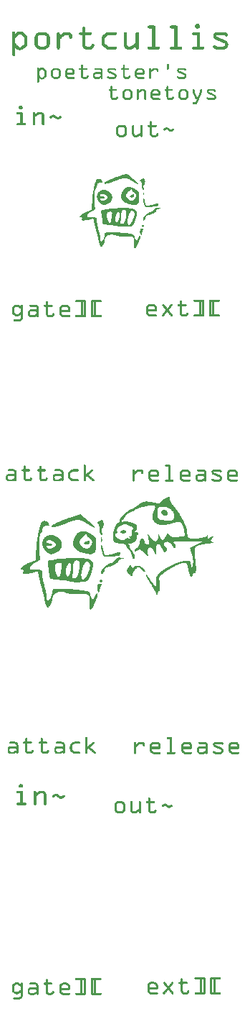
<source format=gto>
G04 MADE WITH FRITZING*
G04 WWW.FRITZING.ORG*
G04 DOUBLE SIDED*
G04 HOLES PLATED*
G04 CONTOUR ON CENTER OF CONTOUR VECTOR*
%ASAXBY*%
%FSLAX23Y23*%
%MOIN*%
%OFA0B0*%
%SFA1.0B1.0*%
%ADD10R,0.001000X0.001000*%
%LNSILK1*%
G90*
G70*
G54D10*
X960Y4794D02*
X971Y4794D01*
X958Y4793D02*
X973Y4793D01*
X957Y4792D02*
X974Y4792D01*
X956Y4791D02*
X974Y4791D01*
X956Y4790D02*
X975Y4790D01*
X955Y4789D02*
X975Y4789D01*
X739Y4788D02*
X763Y4788D01*
X842Y4788D02*
X867Y4788D01*
X955Y4788D02*
X976Y4788D01*
X737Y4787D02*
X765Y4787D01*
X840Y4787D02*
X869Y4787D01*
X955Y4787D02*
X976Y4787D01*
X735Y4786D02*
X766Y4786D01*
X839Y4786D02*
X870Y4786D01*
X955Y4786D02*
X976Y4786D01*
X735Y4785D02*
X767Y4785D01*
X838Y4785D02*
X871Y4785D01*
X955Y4785D02*
X976Y4785D01*
X734Y4784D02*
X768Y4784D01*
X838Y4784D02*
X871Y4784D01*
X955Y4784D02*
X976Y4784D01*
X734Y4783D02*
X768Y4783D01*
X837Y4783D02*
X872Y4783D01*
X955Y4783D02*
X976Y4783D01*
X434Y4782D02*
X437Y4782D01*
X733Y4782D02*
X768Y4782D01*
X837Y4782D02*
X872Y4782D01*
X955Y4782D02*
X976Y4782D01*
X432Y4781D02*
X439Y4781D01*
X733Y4781D02*
X768Y4781D01*
X837Y4781D02*
X872Y4781D01*
X955Y4781D02*
X976Y4781D01*
X431Y4780D02*
X440Y4780D01*
X733Y4780D02*
X768Y4780D01*
X837Y4780D02*
X872Y4780D01*
X955Y4780D02*
X976Y4780D01*
X430Y4779D02*
X441Y4779D01*
X734Y4779D02*
X768Y4779D01*
X837Y4779D02*
X872Y4779D01*
X955Y4779D02*
X975Y4779D01*
X430Y4778D02*
X442Y4778D01*
X734Y4778D02*
X768Y4778D01*
X838Y4778D02*
X872Y4778D01*
X956Y4778D02*
X975Y4778D01*
X429Y4777D02*
X442Y4777D01*
X735Y4777D02*
X768Y4777D01*
X838Y4777D02*
X872Y4777D01*
X956Y4777D02*
X974Y4777D01*
X429Y4776D02*
X442Y4776D01*
X735Y4776D02*
X768Y4776D01*
X839Y4776D02*
X872Y4776D01*
X957Y4776D02*
X973Y4776D01*
X429Y4775D02*
X443Y4775D01*
X737Y4775D02*
X768Y4775D01*
X840Y4775D02*
X872Y4775D01*
X958Y4775D02*
X972Y4775D01*
X429Y4774D02*
X443Y4774D01*
X739Y4774D02*
X768Y4774D01*
X843Y4774D02*
X872Y4774D01*
X961Y4774D02*
X970Y4774D01*
X429Y4773D02*
X443Y4773D01*
X755Y4773D02*
X768Y4773D01*
X858Y4773D02*
X872Y4773D01*
X429Y4772D02*
X443Y4772D01*
X755Y4772D02*
X768Y4772D01*
X858Y4772D02*
X872Y4772D01*
X429Y4771D02*
X443Y4771D01*
X755Y4771D02*
X768Y4771D01*
X858Y4771D02*
X872Y4771D01*
X429Y4770D02*
X443Y4770D01*
X755Y4770D02*
X768Y4770D01*
X858Y4770D02*
X872Y4770D01*
X429Y4769D02*
X443Y4769D01*
X755Y4769D02*
X768Y4769D01*
X858Y4769D02*
X872Y4769D01*
X429Y4768D02*
X443Y4768D01*
X755Y4768D02*
X768Y4768D01*
X858Y4768D02*
X872Y4768D01*
X429Y4767D02*
X443Y4767D01*
X755Y4767D02*
X768Y4767D01*
X858Y4767D02*
X872Y4767D01*
X429Y4766D02*
X443Y4766D01*
X755Y4766D02*
X768Y4766D01*
X858Y4766D02*
X872Y4766D01*
X429Y4765D02*
X443Y4765D01*
X755Y4765D02*
X768Y4765D01*
X858Y4765D02*
X872Y4765D01*
X429Y4764D02*
X443Y4764D01*
X755Y4764D02*
X768Y4764D01*
X858Y4764D02*
X872Y4764D01*
X429Y4763D02*
X443Y4763D01*
X755Y4763D02*
X768Y4763D01*
X858Y4763D02*
X872Y4763D01*
X429Y4762D02*
X443Y4762D01*
X755Y4762D02*
X768Y4762D01*
X858Y4762D02*
X872Y4762D01*
X429Y4761D02*
X443Y4761D01*
X755Y4761D02*
X768Y4761D01*
X858Y4761D02*
X872Y4761D01*
X107Y4760D02*
X113Y4760D01*
X132Y4760D02*
X146Y4760D01*
X429Y4760D02*
X443Y4760D01*
X755Y4760D02*
X768Y4760D01*
X858Y4760D02*
X872Y4760D01*
X106Y4759D02*
X115Y4759D01*
X129Y4759D02*
X149Y4759D01*
X429Y4759D02*
X443Y4759D01*
X755Y4759D02*
X768Y4759D01*
X858Y4759D02*
X872Y4759D01*
X105Y4758D02*
X116Y4758D01*
X127Y4758D02*
X151Y4758D01*
X429Y4758D02*
X443Y4758D01*
X755Y4758D02*
X768Y4758D01*
X858Y4758D02*
X872Y4758D01*
X104Y4757D02*
X116Y4757D01*
X126Y4757D02*
X152Y4757D01*
X229Y4757D02*
X257Y4757D01*
X315Y4757D02*
X321Y4757D01*
X343Y4757D02*
X367Y4757D01*
X419Y4757D02*
X470Y4757D01*
X547Y4757D02*
X585Y4757D01*
X627Y4757D02*
X633Y4757D01*
X682Y4757D02*
X688Y4757D01*
X755Y4757D02*
X768Y4757D01*
X858Y4757D02*
X872Y4757D01*
X945Y4757D02*
X972Y4757D01*
X1052Y4757D02*
X1093Y4757D01*
X104Y4756D02*
X116Y4756D01*
X125Y4756D02*
X154Y4756D01*
X226Y4756D02*
X260Y4756D01*
X313Y4756D02*
X322Y4756D01*
X342Y4756D02*
X370Y4756D01*
X417Y4756D02*
X471Y4756D01*
X544Y4756D02*
X587Y4756D01*
X626Y4756D02*
X635Y4756D01*
X681Y4756D02*
X690Y4756D01*
X755Y4756D02*
X768Y4756D01*
X858Y4756D02*
X872Y4756D01*
X943Y4756D02*
X973Y4756D01*
X1050Y4756D02*
X1096Y4756D01*
X104Y4755D02*
X117Y4755D01*
X123Y4755D02*
X155Y4755D01*
X224Y4755D02*
X262Y4755D01*
X313Y4755D02*
X323Y4755D01*
X341Y4755D02*
X372Y4755D01*
X416Y4755D02*
X472Y4755D01*
X541Y4755D02*
X588Y4755D01*
X625Y4755D02*
X635Y4755D01*
X680Y4755D02*
X690Y4755D01*
X755Y4755D02*
X768Y4755D01*
X858Y4755D02*
X872Y4755D01*
X942Y4755D02*
X974Y4755D01*
X1048Y4755D02*
X1098Y4755D01*
X104Y4754D02*
X117Y4754D01*
X122Y4754D02*
X156Y4754D01*
X222Y4754D02*
X263Y4754D01*
X312Y4754D02*
X324Y4754D01*
X339Y4754D02*
X374Y4754D01*
X416Y4754D02*
X473Y4754D01*
X540Y4754D02*
X588Y4754D01*
X624Y4754D02*
X636Y4754D01*
X679Y4754D02*
X691Y4754D01*
X755Y4754D02*
X768Y4754D01*
X858Y4754D02*
X872Y4754D01*
X942Y4754D02*
X975Y4754D01*
X1046Y4754D02*
X1100Y4754D01*
X104Y4753D02*
X117Y4753D01*
X121Y4753D02*
X157Y4753D01*
X220Y4753D02*
X265Y4753D01*
X312Y4753D02*
X324Y4753D01*
X338Y4753D02*
X375Y4753D01*
X415Y4753D02*
X473Y4753D01*
X538Y4753D02*
X589Y4753D01*
X624Y4753D02*
X636Y4753D01*
X679Y4753D02*
X692Y4753D01*
X755Y4753D02*
X768Y4753D01*
X858Y4753D02*
X872Y4753D01*
X941Y4753D02*
X975Y4753D01*
X1045Y4753D02*
X1101Y4753D01*
X104Y4752D02*
X117Y4752D01*
X120Y4752D02*
X159Y4752D01*
X219Y4752D02*
X266Y4752D01*
X311Y4752D02*
X324Y4752D01*
X337Y4752D02*
X376Y4752D01*
X415Y4752D02*
X474Y4752D01*
X537Y4752D02*
X589Y4752D01*
X624Y4752D02*
X637Y4752D01*
X679Y4752D02*
X692Y4752D01*
X755Y4752D02*
X768Y4752D01*
X858Y4752D02*
X872Y4752D01*
X941Y4752D02*
X976Y4752D01*
X1044Y4752D02*
X1102Y4752D01*
X104Y4751D02*
X117Y4751D01*
X119Y4751D02*
X160Y4751D01*
X218Y4751D02*
X267Y4751D01*
X311Y4751D02*
X324Y4751D01*
X336Y4751D02*
X377Y4751D01*
X415Y4751D02*
X474Y4751D01*
X536Y4751D02*
X589Y4751D01*
X624Y4751D02*
X637Y4751D01*
X678Y4751D02*
X692Y4751D01*
X755Y4751D02*
X768Y4751D01*
X858Y4751D02*
X872Y4751D01*
X941Y4751D02*
X976Y4751D01*
X1043Y4751D02*
X1103Y4751D01*
X104Y4750D02*
X161Y4750D01*
X217Y4750D02*
X269Y4750D01*
X311Y4750D02*
X325Y4750D01*
X335Y4750D02*
X378Y4750D01*
X415Y4750D02*
X474Y4750D01*
X534Y4750D02*
X589Y4750D01*
X623Y4750D02*
X637Y4750D01*
X678Y4750D02*
X692Y4750D01*
X755Y4750D02*
X768Y4750D01*
X858Y4750D02*
X872Y4750D01*
X941Y4750D02*
X976Y4750D01*
X1043Y4750D02*
X1104Y4750D01*
X104Y4749D02*
X162Y4749D01*
X216Y4749D02*
X270Y4749D01*
X311Y4749D02*
X325Y4749D01*
X334Y4749D02*
X379Y4749D01*
X415Y4749D02*
X474Y4749D01*
X533Y4749D02*
X589Y4749D01*
X623Y4749D02*
X637Y4749D01*
X678Y4749D02*
X692Y4749D01*
X755Y4749D02*
X768Y4749D01*
X858Y4749D02*
X872Y4749D01*
X941Y4749D02*
X976Y4749D01*
X1042Y4749D02*
X1105Y4749D01*
X104Y4748D02*
X163Y4748D01*
X215Y4748D02*
X271Y4748D01*
X311Y4748D02*
X325Y4748D01*
X332Y4748D02*
X379Y4748D01*
X415Y4748D02*
X473Y4748D01*
X532Y4748D02*
X589Y4748D01*
X623Y4748D02*
X637Y4748D01*
X678Y4748D02*
X692Y4748D01*
X755Y4748D02*
X768Y4748D01*
X858Y4748D02*
X872Y4748D01*
X941Y4748D02*
X976Y4748D01*
X1041Y4748D02*
X1106Y4748D01*
X104Y4747D02*
X164Y4747D01*
X214Y4747D02*
X272Y4747D01*
X311Y4747D02*
X325Y4747D01*
X331Y4747D02*
X380Y4747D01*
X416Y4747D02*
X473Y4747D01*
X531Y4747D02*
X588Y4747D01*
X623Y4747D02*
X637Y4747D01*
X678Y4747D02*
X692Y4747D01*
X755Y4747D02*
X768Y4747D01*
X858Y4747D02*
X872Y4747D01*
X942Y4747D02*
X976Y4747D01*
X1041Y4747D02*
X1106Y4747D01*
X104Y4746D02*
X135Y4746D01*
X143Y4746D02*
X165Y4746D01*
X213Y4746D02*
X272Y4746D01*
X311Y4746D02*
X325Y4746D01*
X330Y4746D02*
X380Y4746D01*
X416Y4746D02*
X472Y4746D01*
X530Y4746D02*
X587Y4746D01*
X623Y4746D02*
X637Y4746D01*
X678Y4746D02*
X692Y4746D01*
X755Y4746D02*
X768Y4746D01*
X858Y4746D02*
X872Y4746D01*
X943Y4746D02*
X976Y4746D01*
X1040Y4746D02*
X1106Y4746D01*
X104Y4745D02*
X133Y4745D01*
X145Y4745D02*
X166Y4745D01*
X212Y4745D02*
X273Y4745D01*
X311Y4745D02*
X325Y4745D01*
X329Y4745D02*
X381Y4745D01*
X417Y4745D02*
X471Y4745D01*
X529Y4745D02*
X586Y4745D01*
X623Y4745D02*
X637Y4745D01*
X678Y4745D02*
X692Y4745D01*
X755Y4745D02*
X768Y4745D01*
X858Y4745D02*
X872Y4745D01*
X944Y4745D02*
X976Y4745D01*
X1040Y4745D02*
X1106Y4745D01*
X104Y4744D02*
X132Y4744D01*
X146Y4744D02*
X167Y4744D01*
X212Y4744D02*
X274Y4744D01*
X311Y4744D02*
X325Y4744D01*
X328Y4744D02*
X381Y4744D01*
X419Y4744D02*
X470Y4744D01*
X528Y4744D02*
X585Y4744D01*
X623Y4744D02*
X637Y4744D01*
X678Y4744D02*
X692Y4744D01*
X755Y4744D02*
X768Y4744D01*
X858Y4744D02*
X872Y4744D01*
X945Y4744D02*
X976Y4744D01*
X1040Y4744D02*
X1106Y4744D01*
X104Y4743D02*
X131Y4743D01*
X148Y4743D02*
X168Y4743D01*
X211Y4743D02*
X231Y4743D01*
X254Y4743D02*
X274Y4743D01*
X311Y4743D02*
X325Y4743D01*
X327Y4743D02*
X348Y4743D01*
X364Y4743D02*
X381Y4743D01*
X429Y4743D02*
X443Y4743D01*
X527Y4743D02*
X549Y4743D01*
X623Y4743D02*
X637Y4743D01*
X678Y4743D02*
X692Y4743D01*
X755Y4743D02*
X768Y4743D01*
X858Y4743D02*
X872Y4743D01*
X962Y4743D02*
X976Y4743D01*
X1040Y4743D02*
X1055Y4743D01*
X1090Y4743D02*
X1106Y4743D01*
X104Y4742D02*
X130Y4742D01*
X149Y4742D02*
X169Y4742D01*
X210Y4742D02*
X229Y4742D01*
X257Y4742D02*
X275Y4742D01*
X311Y4742D02*
X347Y4742D01*
X366Y4742D02*
X381Y4742D01*
X429Y4742D02*
X443Y4742D01*
X526Y4742D02*
X548Y4742D01*
X623Y4742D02*
X637Y4742D01*
X678Y4742D02*
X692Y4742D01*
X755Y4742D02*
X768Y4742D01*
X858Y4742D02*
X872Y4742D01*
X962Y4742D02*
X976Y4742D01*
X1039Y4742D02*
X1054Y4742D01*
X1092Y4742D02*
X1106Y4742D01*
X104Y4741D02*
X129Y4741D01*
X150Y4741D02*
X170Y4741D01*
X210Y4741D02*
X227Y4741D01*
X258Y4741D02*
X276Y4741D01*
X311Y4741D02*
X346Y4741D01*
X367Y4741D02*
X381Y4741D01*
X429Y4741D02*
X443Y4741D01*
X525Y4741D02*
X546Y4741D01*
X623Y4741D02*
X637Y4741D01*
X678Y4741D02*
X692Y4741D01*
X755Y4741D02*
X768Y4741D01*
X858Y4741D02*
X872Y4741D01*
X962Y4741D02*
X976Y4741D01*
X1039Y4741D02*
X1053Y4741D01*
X1093Y4741D02*
X1105Y4741D01*
X104Y4740D02*
X128Y4740D01*
X151Y4740D02*
X171Y4740D01*
X209Y4740D02*
X226Y4740D01*
X260Y4740D02*
X276Y4740D01*
X311Y4740D02*
X344Y4740D01*
X367Y4740D02*
X381Y4740D01*
X429Y4740D02*
X443Y4740D01*
X524Y4740D02*
X545Y4740D01*
X623Y4740D02*
X637Y4740D01*
X678Y4740D02*
X692Y4740D01*
X755Y4740D02*
X768Y4740D01*
X858Y4740D02*
X872Y4740D01*
X962Y4740D02*
X976Y4740D01*
X1039Y4740D02*
X1053Y4740D01*
X1095Y4740D02*
X1105Y4740D01*
X104Y4739D02*
X127Y4739D01*
X152Y4739D02*
X171Y4739D01*
X209Y4739D02*
X225Y4739D01*
X261Y4739D02*
X276Y4739D01*
X311Y4739D02*
X343Y4739D01*
X368Y4739D02*
X382Y4739D01*
X429Y4739D02*
X443Y4739D01*
X523Y4739D02*
X544Y4739D01*
X623Y4739D02*
X637Y4739D01*
X678Y4739D02*
X692Y4739D01*
X755Y4739D02*
X768Y4739D01*
X858Y4739D02*
X872Y4739D01*
X962Y4739D02*
X976Y4739D01*
X1039Y4739D02*
X1053Y4739D01*
X1096Y4739D02*
X1104Y4739D01*
X104Y4738D02*
X126Y4738D01*
X153Y4738D02*
X172Y4738D01*
X209Y4738D02*
X224Y4738D01*
X262Y4738D02*
X277Y4738D01*
X311Y4738D02*
X342Y4738D01*
X368Y4738D02*
X382Y4738D01*
X429Y4738D02*
X443Y4738D01*
X523Y4738D02*
X543Y4738D01*
X623Y4738D02*
X637Y4738D01*
X678Y4738D02*
X692Y4738D01*
X755Y4738D02*
X768Y4738D01*
X858Y4738D02*
X872Y4738D01*
X962Y4738D02*
X976Y4738D01*
X1039Y4738D02*
X1053Y4738D01*
X1097Y4738D02*
X1102Y4738D01*
X104Y4737D02*
X125Y4737D01*
X155Y4737D02*
X172Y4737D01*
X208Y4737D02*
X223Y4737D01*
X262Y4737D02*
X277Y4737D01*
X311Y4737D02*
X341Y4737D01*
X368Y4737D02*
X382Y4737D01*
X429Y4737D02*
X443Y4737D01*
X522Y4737D02*
X542Y4737D01*
X623Y4737D02*
X637Y4737D01*
X678Y4737D02*
X692Y4737D01*
X755Y4737D02*
X768Y4737D01*
X858Y4737D02*
X872Y4737D01*
X962Y4737D02*
X976Y4737D01*
X1039Y4737D02*
X1053Y4737D01*
X104Y4736D02*
X124Y4736D01*
X156Y4736D02*
X173Y4736D01*
X208Y4736D02*
X222Y4736D01*
X263Y4736D02*
X277Y4736D01*
X311Y4736D02*
X340Y4736D01*
X368Y4736D02*
X382Y4736D01*
X429Y4736D02*
X443Y4736D01*
X521Y4736D02*
X540Y4736D01*
X623Y4736D02*
X637Y4736D01*
X678Y4736D02*
X692Y4736D01*
X755Y4736D02*
X768Y4736D01*
X858Y4736D02*
X872Y4736D01*
X962Y4736D02*
X976Y4736D01*
X1040Y4736D02*
X1055Y4736D01*
X104Y4735D02*
X123Y4735D01*
X157Y4735D02*
X173Y4735D01*
X208Y4735D02*
X222Y4735D01*
X264Y4735D02*
X278Y4735D01*
X311Y4735D02*
X339Y4735D01*
X368Y4735D02*
X382Y4735D01*
X429Y4735D02*
X443Y4735D01*
X521Y4735D02*
X539Y4735D01*
X623Y4735D02*
X637Y4735D01*
X678Y4735D02*
X692Y4735D01*
X755Y4735D02*
X768Y4735D01*
X858Y4735D02*
X872Y4735D01*
X962Y4735D02*
X976Y4735D01*
X1040Y4735D02*
X1057Y4735D01*
X104Y4734D02*
X122Y4734D01*
X158Y4734D02*
X173Y4734D01*
X208Y4734D02*
X221Y4734D01*
X264Y4734D02*
X278Y4734D01*
X311Y4734D02*
X337Y4734D01*
X368Y4734D02*
X382Y4734D01*
X429Y4734D02*
X443Y4734D01*
X520Y4734D02*
X538Y4734D01*
X623Y4734D02*
X637Y4734D01*
X678Y4734D02*
X692Y4734D01*
X755Y4734D02*
X768Y4734D01*
X858Y4734D02*
X872Y4734D01*
X962Y4734D02*
X976Y4734D01*
X1040Y4734D02*
X1059Y4734D01*
X104Y4733D02*
X121Y4733D01*
X159Y4733D02*
X174Y4733D01*
X208Y4733D02*
X221Y4733D01*
X264Y4733D02*
X278Y4733D01*
X311Y4733D02*
X336Y4733D01*
X368Y4733D02*
X382Y4733D01*
X429Y4733D02*
X443Y4733D01*
X520Y4733D02*
X537Y4733D01*
X623Y4733D02*
X637Y4733D01*
X678Y4733D02*
X692Y4733D01*
X755Y4733D02*
X768Y4733D01*
X858Y4733D02*
X872Y4733D01*
X962Y4733D02*
X976Y4733D01*
X1041Y4733D02*
X1061Y4733D01*
X104Y4732D02*
X120Y4732D01*
X160Y4732D02*
X174Y4732D01*
X207Y4732D02*
X221Y4732D01*
X264Y4732D02*
X278Y4732D01*
X311Y4732D02*
X335Y4732D01*
X368Y4732D02*
X382Y4732D01*
X429Y4732D02*
X443Y4732D01*
X520Y4732D02*
X536Y4732D01*
X623Y4732D02*
X637Y4732D01*
X678Y4732D02*
X692Y4732D01*
X755Y4732D02*
X768Y4732D01*
X858Y4732D02*
X872Y4732D01*
X962Y4732D02*
X976Y4732D01*
X1041Y4732D02*
X1064Y4732D01*
X104Y4731D02*
X119Y4731D01*
X160Y4731D02*
X174Y4731D01*
X207Y4731D02*
X221Y4731D01*
X264Y4731D02*
X278Y4731D01*
X311Y4731D02*
X334Y4731D01*
X369Y4731D02*
X381Y4731D01*
X429Y4731D02*
X443Y4731D01*
X519Y4731D02*
X535Y4731D01*
X623Y4731D02*
X637Y4731D01*
X678Y4731D02*
X692Y4731D01*
X755Y4731D02*
X768Y4731D01*
X858Y4731D02*
X872Y4731D01*
X962Y4731D02*
X976Y4731D01*
X1041Y4731D02*
X1066Y4731D01*
X104Y4730D02*
X118Y4730D01*
X160Y4730D02*
X174Y4730D01*
X207Y4730D02*
X221Y4730D01*
X264Y4730D02*
X278Y4730D01*
X311Y4730D02*
X333Y4730D01*
X369Y4730D02*
X381Y4730D01*
X429Y4730D02*
X443Y4730D01*
X519Y4730D02*
X534Y4730D01*
X623Y4730D02*
X637Y4730D01*
X678Y4730D02*
X692Y4730D01*
X755Y4730D02*
X768Y4730D01*
X858Y4730D02*
X872Y4730D01*
X962Y4730D02*
X976Y4730D01*
X1042Y4730D02*
X1068Y4730D01*
X104Y4729D02*
X118Y4729D01*
X160Y4729D02*
X174Y4729D01*
X207Y4729D02*
X221Y4729D01*
X264Y4729D02*
X278Y4729D01*
X311Y4729D02*
X332Y4729D01*
X370Y4729D02*
X380Y4729D01*
X429Y4729D02*
X443Y4729D01*
X519Y4729D02*
X533Y4729D01*
X623Y4729D02*
X637Y4729D01*
X678Y4729D02*
X692Y4729D01*
X755Y4729D02*
X768Y4729D01*
X858Y4729D02*
X872Y4729D01*
X962Y4729D02*
X976Y4729D01*
X1043Y4729D02*
X1071Y4729D01*
X104Y4728D02*
X117Y4728D01*
X161Y4728D02*
X174Y4728D01*
X207Y4728D02*
X221Y4728D01*
X264Y4728D02*
X278Y4728D01*
X311Y4728D02*
X331Y4728D01*
X371Y4728D02*
X379Y4728D01*
X429Y4728D02*
X443Y4728D01*
X519Y4728D02*
X533Y4728D01*
X623Y4728D02*
X637Y4728D01*
X678Y4728D02*
X692Y4728D01*
X755Y4728D02*
X768Y4728D01*
X858Y4728D02*
X872Y4728D01*
X962Y4728D02*
X976Y4728D01*
X1043Y4728D02*
X1073Y4728D01*
X104Y4727D02*
X117Y4727D01*
X161Y4727D02*
X174Y4727D01*
X207Y4727D02*
X221Y4727D01*
X264Y4727D02*
X278Y4727D01*
X311Y4727D02*
X329Y4727D01*
X373Y4727D02*
X378Y4727D01*
X429Y4727D02*
X443Y4727D01*
X519Y4727D02*
X532Y4727D01*
X623Y4727D02*
X637Y4727D01*
X678Y4727D02*
X692Y4727D01*
X755Y4727D02*
X768Y4727D01*
X858Y4727D02*
X872Y4727D01*
X962Y4727D02*
X976Y4727D01*
X1044Y4727D02*
X1075Y4727D01*
X104Y4726D02*
X117Y4726D01*
X161Y4726D02*
X174Y4726D01*
X207Y4726D02*
X221Y4726D01*
X264Y4726D02*
X278Y4726D01*
X311Y4726D02*
X328Y4726D01*
X429Y4726D02*
X443Y4726D01*
X519Y4726D02*
X532Y4726D01*
X623Y4726D02*
X637Y4726D01*
X678Y4726D02*
X692Y4726D01*
X755Y4726D02*
X768Y4726D01*
X858Y4726D02*
X872Y4726D01*
X962Y4726D02*
X976Y4726D01*
X1045Y4726D02*
X1078Y4726D01*
X104Y4725D02*
X117Y4725D01*
X161Y4725D02*
X174Y4725D01*
X207Y4725D02*
X221Y4725D01*
X264Y4725D02*
X278Y4725D01*
X311Y4725D02*
X327Y4725D01*
X429Y4725D02*
X443Y4725D01*
X519Y4725D02*
X532Y4725D01*
X623Y4725D02*
X637Y4725D01*
X678Y4725D02*
X692Y4725D01*
X755Y4725D02*
X768Y4725D01*
X858Y4725D02*
X872Y4725D01*
X962Y4725D02*
X976Y4725D01*
X1046Y4725D02*
X1080Y4725D01*
X104Y4724D02*
X117Y4724D01*
X161Y4724D02*
X174Y4724D01*
X207Y4724D02*
X221Y4724D01*
X264Y4724D02*
X278Y4724D01*
X311Y4724D02*
X326Y4724D01*
X429Y4724D02*
X443Y4724D01*
X519Y4724D02*
X532Y4724D01*
X623Y4724D02*
X637Y4724D01*
X678Y4724D02*
X692Y4724D01*
X755Y4724D02*
X768Y4724D01*
X858Y4724D02*
X872Y4724D01*
X962Y4724D02*
X976Y4724D01*
X1048Y4724D02*
X1082Y4724D01*
X104Y4723D02*
X117Y4723D01*
X161Y4723D02*
X174Y4723D01*
X207Y4723D02*
X221Y4723D01*
X264Y4723D02*
X278Y4723D01*
X311Y4723D02*
X325Y4723D01*
X429Y4723D02*
X443Y4723D01*
X519Y4723D02*
X532Y4723D01*
X623Y4723D02*
X637Y4723D01*
X678Y4723D02*
X692Y4723D01*
X755Y4723D02*
X768Y4723D01*
X858Y4723D02*
X872Y4723D01*
X962Y4723D02*
X976Y4723D01*
X1049Y4723D02*
X1085Y4723D01*
X104Y4722D02*
X117Y4722D01*
X161Y4722D02*
X174Y4722D01*
X207Y4722D02*
X221Y4722D01*
X264Y4722D02*
X278Y4722D01*
X311Y4722D02*
X325Y4722D01*
X429Y4722D02*
X443Y4722D01*
X519Y4722D02*
X532Y4722D01*
X623Y4722D02*
X637Y4722D01*
X678Y4722D02*
X692Y4722D01*
X755Y4722D02*
X768Y4722D01*
X858Y4722D02*
X872Y4722D01*
X962Y4722D02*
X976Y4722D01*
X1051Y4722D02*
X1087Y4722D01*
X104Y4721D02*
X117Y4721D01*
X161Y4721D02*
X174Y4721D01*
X207Y4721D02*
X221Y4721D01*
X264Y4721D02*
X278Y4721D01*
X311Y4721D02*
X325Y4721D01*
X429Y4721D02*
X443Y4721D01*
X519Y4721D02*
X532Y4721D01*
X623Y4721D02*
X637Y4721D01*
X678Y4721D02*
X692Y4721D01*
X755Y4721D02*
X768Y4721D01*
X858Y4721D02*
X872Y4721D01*
X962Y4721D02*
X976Y4721D01*
X1054Y4721D02*
X1089Y4721D01*
X104Y4720D02*
X117Y4720D01*
X161Y4720D02*
X174Y4720D01*
X207Y4720D02*
X221Y4720D01*
X264Y4720D02*
X278Y4720D01*
X311Y4720D02*
X325Y4720D01*
X429Y4720D02*
X443Y4720D01*
X519Y4720D02*
X532Y4720D01*
X623Y4720D02*
X637Y4720D01*
X678Y4720D02*
X692Y4720D01*
X755Y4720D02*
X768Y4720D01*
X858Y4720D02*
X872Y4720D01*
X962Y4720D02*
X976Y4720D01*
X1056Y4720D02*
X1091Y4720D01*
X104Y4719D02*
X117Y4719D01*
X161Y4719D02*
X174Y4719D01*
X207Y4719D02*
X221Y4719D01*
X264Y4719D02*
X278Y4719D01*
X311Y4719D02*
X325Y4719D01*
X429Y4719D02*
X443Y4719D01*
X519Y4719D02*
X532Y4719D01*
X623Y4719D02*
X637Y4719D01*
X678Y4719D02*
X692Y4719D01*
X755Y4719D02*
X768Y4719D01*
X858Y4719D02*
X872Y4719D01*
X962Y4719D02*
X976Y4719D01*
X1058Y4719D02*
X1094Y4719D01*
X104Y4718D02*
X117Y4718D01*
X161Y4718D02*
X174Y4718D01*
X207Y4718D02*
X221Y4718D01*
X264Y4718D02*
X278Y4718D01*
X311Y4718D02*
X325Y4718D01*
X429Y4718D02*
X443Y4718D01*
X519Y4718D02*
X532Y4718D01*
X623Y4718D02*
X637Y4718D01*
X678Y4718D02*
X692Y4718D01*
X755Y4718D02*
X768Y4718D01*
X858Y4718D02*
X872Y4718D01*
X962Y4718D02*
X976Y4718D01*
X1061Y4718D02*
X1096Y4718D01*
X104Y4717D02*
X117Y4717D01*
X161Y4717D02*
X174Y4717D01*
X207Y4717D02*
X221Y4717D01*
X264Y4717D02*
X278Y4717D01*
X311Y4717D02*
X325Y4717D01*
X429Y4717D02*
X443Y4717D01*
X519Y4717D02*
X532Y4717D01*
X623Y4717D02*
X637Y4717D01*
X678Y4717D02*
X692Y4717D01*
X755Y4717D02*
X768Y4717D01*
X858Y4717D02*
X872Y4717D01*
X962Y4717D02*
X976Y4717D01*
X1063Y4717D02*
X1098Y4717D01*
X104Y4716D02*
X117Y4716D01*
X161Y4716D02*
X174Y4716D01*
X207Y4716D02*
X221Y4716D01*
X264Y4716D02*
X278Y4716D01*
X311Y4716D02*
X325Y4716D01*
X429Y4716D02*
X443Y4716D01*
X519Y4716D02*
X532Y4716D01*
X623Y4716D02*
X637Y4716D01*
X678Y4716D02*
X692Y4716D01*
X755Y4716D02*
X768Y4716D01*
X858Y4716D02*
X872Y4716D01*
X962Y4716D02*
X976Y4716D01*
X1065Y4716D02*
X1099Y4716D01*
X104Y4715D02*
X117Y4715D01*
X161Y4715D02*
X174Y4715D01*
X207Y4715D02*
X221Y4715D01*
X264Y4715D02*
X278Y4715D01*
X311Y4715D02*
X325Y4715D01*
X429Y4715D02*
X443Y4715D01*
X519Y4715D02*
X532Y4715D01*
X623Y4715D02*
X637Y4715D01*
X678Y4715D02*
X692Y4715D01*
X755Y4715D02*
X768Y4715D01*
X858Y4715D02*
X872Y4715D01*
X962Y4715D02*
X976Y4715D01*
X1068Y4715D02*
X1100Y4715D01*
X104Y4714D02*
X117Y4714D01*
X161Y4714D02*
X174Y4714D01*
X207Y4714D02*
X221Y4714D01*
X264Y4714D02*
X278Y4714D01*
X311Y4714D02*
X325Y4714D01*
X429Y4714D02*
X443Y4714D01*
X519Y4714D02*
X532Y4714D01*
X623Y4714D02*
X637Y4714D01*
X678Y4714D02*
X692Y4714D01*
X755Y4714D02*
X768Y4714D01*
X858Y4714D02*
X872Y4714D01*
X962Y4714D02*
X976Y4714D01*
X1070Y4714D02*
X1101Y4714D01*
X104Y4713D02*
X117Y4713D01*
X161Y4713D02*
X174Y4713D01*
X207Y4713D02*
X221Y4713D01*
X264Y4713D02*
X278Y4713D01*
X311Y4713D02*
X325Y4713D01*
X429Y4713D02*
X443Y4713D01*
X519Y4713D02*
X532Y4713D01*
X623Y4713D02*
X637Y4713D01*
X678Y4713D02*
X692Y4713D01*
X755Y4713D02*
X768Y4713D01*
X858Y4713D02*
X872Y4713D01*
X962Y4713D02*
X976Y4713D01*
X1072Y4713D02*
X1102Y4713D01*
X104Y4712D02*
X117Y4712D01*
X161Y4712D02*
X174Y4712D01*
X207Y4712D02*
X221Y4712D01*
X264Y4712D02*
X278Y4712D01*
X311Y4712D02*
X325Y4712D01*
X429Y4712D02*
X443Y4712D01*
X519Y4712D02*
X532Y4712D01*
X623Y4712D02*
X637Y4712D01*
X678Y4712D02*
X692Y4712D01*
X755Y4712D02*
X768Y4712D01*
X858Y4712D02*
X872Y4712D01*
X962Y4712D02*
X976Y4712D01*
X1075Y4712D02*
X1103Y4712D01*
X104Y4711D02*
X117Y4711D01*
X161Y4711D02*
X174Y4711D01*
X207Y4711D02*
X221Y4711D01*
X264Y4711D02*
X278Y4711D01*
X311Y4711D02*
X325Y4711D01*
X429Y4711D02*
X443Y4711D01*
X519Y4711D02*
X532Y4711D01*
X623Y4711D02*
X637Y4711D01*
X678Y4711D02*
X692Y4711D01*
X755Y4711D02*
X768Y4711D01*
X858Y4711D02*
X872Y4711D01*
X962Y4711D02*
X976Y4711D01*
X1077Y4711D02*
X1104Y4711D01*
X104Y4710D02*
X117Y4710D01*
X161Y4710D02*
X174Y4710D01*
X207Y4710D02*
X221Y4710D01*
X264Y4710D02*
X278Y4710D01*
X311Y4710D02*
X325Y4710D01*
X429Y4710D02*
X443Y4710D01*
X519Y4710D02*
X532Y4710D01*
X623Y4710D02*
X637Y4710D01*
X678Y4710D02*
X692Y4710D01*
X755Y4710D02*
X768Y4710D01*
X858Y4710D02*
X872Y4710D01*
X962Y4710D02*
X976Y4710D01*
X1079Y4710D02*
X1104Y4710D01*
X104Y4709D02*
X117Y4709D01*
X161Y4709D02*
X174Y4709D01*
X207Y4709D02*
X221Y4709D01*
X264Y4709D02*
X278Y4709D01*
X311Y4709D02*
X325Y4709D01*
X429Y4709D02*
X443Y4709D01*
X519Y4709D02*
X532Y4709D01*
X623Y4709D02*
X637Y4709D01*
X678Y4709D02*
X692Y4709D01*
X755Y4709D02*
X768Y4709D01*
X858Y4709D02*
X872Y4709D01*
X962Y4709D02*
X976Y4709D01*
X1082Y4709D02*
X1105Y4709D01*
X104Y4708D02*
X117Y4708D01*
X161Y4708D02*
X174Y4708D01*
X207Y4708D02*
X221Y4708D01*
X264Y4708D02*
X278Y4708D01*
X311Y4708D02*
X325Y4708D01*
X429Y4708D02*
X443Y4708D01*
X519Y4708D02*
X532Y4708D01*
X623Y4708D02*
X637Y4708D01*
X678Y4708D02*
X692Y4708D01*
X755Y4708D02*
X768Y4708D01*
X858Y4708D02*
X872Y4708D01*
X962Y4708D02*
X976Y4708D01*
X1084Y4708D02*
X1106Y4708D01*
X104Y4707D02*
X117Y4707D01*
X161Y4707D02*
X174Y4707D01*
X207Y4707D02*
X221Y4707D01*
X264Y4707D02*
X278Y4707D01*
X311Y4707D02*
X325Y4707D01*
X429Y4707D02*
X443Y4707D01*
X519Y4707D02*
X532Y4707D01*
X623Y4707D02*
X637Y4707D01*
X678Y4707D02*
X692Y4707D01*
X755Y4707D02*
X768Y4707D01*
X858Y4707D02*
X872Y4707D01*
X962Y4707D02*
X976Y4707D01*
X1086Y4707D02*
X1106Y4707D01*
X104Y4706D02*
X117Y4706D01*
X161Y4706D02*
X174Y4706D01*
X207Y4706D02*
X221Y4706D01*
X264Y4706D02*
X278Y4706D01*
X311Y4706D02*
X325Y4706D01*
X429Y4706D02*
X443Y4706D01*
X519Y4706D02*
X533Y4706D01*
X623Y4706D02*
X637Y4706D01*
X678Y4706D02*
X692Y4706D01*
X755Y4706D02*
X768Y4706D01*
X858Y4706D02*
X872Y4706D01*
X962Y4706D02*
X976Y4706D01*
X1088Y4706D02*
X1106Y4706D01*
X104Y4705D02*
X118Y4705D01*
X160Y4705D02*
X174Y4705D01*
X207Y4705D02*
X221Y4705D01*
X264Y4705D02*
X278Y4705D01*
X311Y4705D02*
X325Y4705D01*
X429Y4705D02*
X443Y4705D01*
X519Y4705D02*
X533Y4705D01*
X623Y4705D02*
X637Y4705D01*
X677Y4705D02*
X692Y4705D01*
X755Y4705D02*
X768Y4705D01*
X858Y4705D02*
X872Y4705D01*
X962Y4705D02*
X976Y4705D01*
X1090Y4705D02*
X1107Y4705D01*
X104Y4704D02*
X118Y4704D01*
X160Y4704D02*
X174Y4704D01*
X207Y4704D02*
X221Y4704D01*
X264Y4704D02*
X278Y4704D01*
X311Y4704D02*
X325Y4704D01*
X429Y4704D02*
X443Y4704D01*
X519Y4704D02*
X534Y4704D01*
X623Y4704D02*
X637Y4704D01*
X675Y4704D02*
X692Y4704D01*
X755Y4704D02*
X768Y4704D01*
X858Y4704D02*
X872Y4704D01*
X962Y4704D02*
X976Y4704D01*
X1092Y4704D02*
X1107Y4704D01*
X104Y4703D02*
X119Y4703D01*
X160Y4703D02*
X174Y4703D01*
X207Y4703D02*
X221Y4703D01*
X264Y4703D02*
X278Y4703D01*
X311Y4703D02*
X325Y4703D01*
X429Y4703D02*
X443Y4703D01*
X478Y4703D02*
X478Y4703D01*
X519Y4703D02*
X535Y4703D01*
X623Y4703D02*
X637Y4703D01*
X674Y4703D02*
X692Y4703D01*
X755Y4703D02*
X768Y4703D01*
X858Y4703D02*
X872Y4703D01*
X962Y4703D02*
X976Y4703D01*
X1093Y4703D02*
X1107Y4703D01*
X104Y4702D02*
X120Y4702D01*
X160Y4702D02*
X174Y4702D01*
X207Y4702D02*
X221Y4702D01*
X264Y4702D02*
X278Y4702D01*
X311Y4702D02*
X325Y4702D01*
X429Y4702D02*
X443Y4702D01*
X476Y4702D02*
X482Y4702D01*
X520Y4702D02*
X536Y4702D01*
X623Y4702D02*
X637Y4702D01*
X672Y4702D02*
X692Y4702D01*
X755Y4702D02*
X768Y4702D01*
X858Y4702D02*
X872Y4702D01*
X962Y4702D02*
X976Y4702D01*
X1093Y4702D02*
X1107Y4702D01*
X104Y4701D02*
X121Y4701D01*
X159Y4701D02*
X174Y4701D01*
X207Y4701D02*
X221Y4701D01*
X264Y4701D02*
X278Y4701D01*
X311Y4701D02*
X325Y4701D01*
X429Y4701D02*
X443Y4701D01*
X474Y4701D02*
X483Y4701D01*
X520Y4701D02*
X537Y4701D01*
X623Y4701D02*
X637Y4701D01*
X671Y4701D02*
X692Y4701D01*
X755Y4701D02*
X768Y4701D01*
X858Y4701D02*
X872Y4701D01*
X962Y4701D02*
X976Y4701D01*
X1094Y4701D02*
X1108Y4701D01*
X104Y4700D02*
X121Y4700D01*
X158Y4700D02*
X173Y4700D01*
X208Y4700D02*
X222Y4700D01*
X264Y4700D02*
X278Y4700D01*
X311Y4700D02*
X325Y4700D01*
X429Y4700D02*
X443Y4700D01*
X474Y4700D02*
X484Y4700D01*
X520Y4700D02*
X538Y4700D01*
X623Y4700D02*
X637Y4700D01*
X669Y4700D02*
X692Y4700D01*
X755Y4700D02*
X768Y4700D01*
X858Y4700D02*
X872Y4700D01*
X962Y4700D02*
X976Y4700D01*
X1094Y4700D02*
X1108Y4700D01*
X104Y4699D02*
X122Y4699D01*
X157Y4699D02*
X173Y4699D01*
X208Y4699D02*
X222Y4699D01*
X263Y4699D02*
X278Y4699D01*
X311Y4699D02*
X325Y4699D01*
X429Y4699D02*
X443Y4699D01*
X473Y4699D02*
X484Y4699D01*
X521Y4699D02*
X539Y4699D01*
X623Y4699D02*
X637Y4699D01*
X668Y4699D02*
X692Y4699D01*
X755Y4699D02*
X768Y4699D01*
X858Y4699D02*
X872Y4699D01*
X962Y4699D02*
X976Y4699D01*
X1094Y4699D02*
X1108Y4699D01*
X104Y4698D02*
X123Y4698D01*
X156Y4698D02*
X173Y4698D01*
X208Y4698D02*
X223Y4698D01*
X263Y4698D02*
X277Y4698D01*
X311Y4698D02*
X325Y4698D01*
X429Y4698D02*
X443Y4698D01*
X472Y4698D02*
X485Y4698D01*
X521Y4698D02*
X541Y4698D01*
X623Y4698D02*
X637Y4698D01*
X666Y4698D02*
X692Y4698D01*
X755Y4698D02*
X768Y4698D01*
X858Y4698D02*
X872Y4698D01*
X962Y4698D02*
X976Y4698D01*
X1094Y4698D02*
X1108Y4698D01*
X104Y4697D02*
X124Y4697D01*
X154Y4697D02*
X172Y4697D01*
X208Y4697D02*
X223Y4697D01*
X262Y4697D02*
X277Y4697D01*
X311Y4697D02*
X325Y4697D01*
X429Y4697D02*
X443Y4697D01*
X472Y4697D02*
X485Y4697D01*
X522Y4697D02*
X542Y4697D01*
X623Y4697D02*
X637Y4697D01*
X665Y4697D02*
X692Y4697D01*
X755Y4697D02*
X768Y4697D01*
X858Y4697D02*
X872Y4697D01*
X962Y4697D02*
X976Y4697D01*
X1094Y4697D02*
X1108Y4697D01*
X104Y4696D02*
X125Y4696D01*
X153Y4696D02*
X172Y4696D01*
X208Y4696D02*
X224Y4696D01*
X261Y4696D02*
X277Y4696D01*
X311Y4696D02*
X325Y4696D01*
X429Y4696D02*
X443Y4696D01*
X471Y4696D02*
X485Y4696D01*
X523Y4696D02*
X543Y4696D01*
X623Y4696D02*
X637Y4696D01*
X663Y4696D02*
X692Y4696D01*
X755Y4696D02*
X768Y4696D01*
X858Y4696D02*
X872Y4696D01*
X962Y4696D02*
X976Y4696D01*
X1041Y4696D02*
X1047Y4696D01*
X1094Y4696D02*
X1108Y4696D01*
X104Y4695D02*
X127Y4695D01*
X152Y4695D02*
X171Y4695D01*
X209Y4695D02*
X225Y4695D01*
X260Y4695D02*
X277Y4695D01*
X311Y4695D02*
X325Y4695D01*
X429Y4695D02*
X443Y4695D01*
X471Y4695D02*
X485Y4695D01*
X523Y4695D02*
X544Y4695D01*
X623Y4695D02*
X638Y4695D01*
X662Y4695D02*
X692Y4695D01*
X755Y4695D02*
X768Y4695D01*
X858Y4695D02*
X872Y4695D01*
X962Y4695D02*
X976Y4695D01*
X1040Y4695D02*
X1048Y4695D01*
X1093Y4695D02*
X1108Y4695D01*
X104Y4694D02*
X128Y4694D01*
X151Y4694D02*
X171Y4694D01*
X209Y4694D02*
X227Y4694D01*
X259Y4694D02*
X276Y4694D01*
X311Y4694D02*
X325Y4694D01*
X429Y4694D02*
X444Y4694D01*
X470Y4694D02*
X485Y4694D01*
X524Y4694D02*
X545Y4694D01*
X624Y4694D02*
X638Y4694D01*
X660Y4694D02*
X692Y4694D01*
X755Y4694D02*
X768Y4694D01*
X858Y4694D02*
X872Y4694D01*
X962Y4694D02*
X976Y4694D01*
X1039Y4694D02*
X1050Y4694D01*
X1093Y4694D02*
X1107Y4694D01*
X104Y4693D02*
X129Y4693D01*
X150Y4693D02*
X170Y4693D01*
X209Y4693D02*
X228Y4693D01*
X258Y4693D02*
X276Y4693D01*
X311Y4693D02*
X325Y4693D01*
X430Y4693D02*
X444Y4693D01*
X470Y4693D02*
X485Y4693D01*
X525Y4693D02*
X546Y4693D01*
X624Y4693D02*
X639Y4693D01*
X658Y4693D02*
X692Y4693D01*
X755Y4693D02*
X768Y4693D01*
X858Y4693D02*
X872Y4693D01*
X962Y4693D02*
X976Y4693D01*
X1038Y4693D02*
X1052Y4693D01*
X1092Y4693D02*
X1107Y4693D01*
X104Y4692D02*
X130Y4692D01*
X148Y4692D02*
X169Y4692D01*
X210Y4692D02*
X229Y4692D01*
X256Y4692D02*
X275Y4692D01*
X311Y4692D02*
X325Y4692D01*
X430Y4692D02*
X446Y4692D01*
X468Y4692D02*
X485Y4692D01*
X526Y4692D02*
X548Y4692D01*
X624Y4692D02*
X640Y4692D01*
X657Y4692D02*
X692Y4692D01*
X755Y4692D02*
X768Y4692D01*
X858Y4692D02*
X872Y4692D01*
X962Y4692D02*
X976Y4692D01*
X1038Y4692D02*
X1053Y4692D01*
X1091Y4692D02*
X1107Y4692D01*
X104Y4691D02*
X131Y4691D01*
X147Y4691D02*
X168Y4691D01*
X210Y4691D02*
X232Y4691D01*
X253Y4691D02*
X275Y4691D01*
X311Y4691D02*
X325Y4691D01*
X430Y4691D02*
X448Y4691D01*
X466Y4691D02*
X484Y4691D01*
X528Y4691D02*
X550Y4691D01*
X624Y4691D02*
X643Y4691D01*
X655Y4691D02*
X692Y4691D01*
X754Y4691D02*
X768Y4691D01*
X858Y4691D02*
X872Y4691D01*
X962Y4691D02*
X976Y4691D01*
X1038Y4691D02*
X1056Y4691D01*
X1088Y4691D02*
X1107Y4691D01*
X104Y4690D02*
X132Y4690D01*
X146Y4690D02*
X167Y4690D01*
X211Y4690D02*
X274Y4690D01*
X311Y4690D02*
X325Y4690D01*
X431Y4690D02*
X484Y4690D01*
X529Y4690D02*
X585Y4690D01*
X625Y4690D02*
X692Y4690D01*
X737Y4690D02*
X785Y4690D01*
X841Y4690D02*
X889Y4690D01*
X945Y4690D02*
X993Y4690D01*
X1038Y4690D02*
X1106Y4690D01*
X104Y4689D02*
X133Y4689D01*
X145Y4689D02*
X166Y4689D01*
X212Y4689D02*
X273Y4689D01*
X311Y4689D02*
X325Y4689D01*
X431Y4689D02*
X483Y4689D01*
X530Y4689D02*
X587Y4689D01*
X625Y4689D02*
X692Y4689D01*
X736Y4689D02*
X787Y4689D01*
X840Y4689D02*
X891Y4689D01*
X943Y4689D02*
X994Y4689D01*
X1038Y4689D02*
X1106Y4689D01*
X104Y4688D02*
X136Y4688D01*
X142Y4688D02*
X165Y4688D01*
X213Y4688D02*
X272Y4688D01*
X311Y4688D02*
X325Y4688D01*
X432Y4688D02*
X483Y4688D01*
X531Y4688D02*
X588Y4688D01*
X626Y4688D02*
X692Y4688D01*
X735Y4688D02*
X788Y4688D01*
X839Y4688D02*
X892Y4688D01*
X942Y4688D02*
X995Y4688D01*
X1038Y4688D02*
X1105Y4688D01*
X104Y4687D02*
X164Y4687D01*
X214Y4687D02*
X271Y4687D01*
X311Y4687D02*
X325Y4687D01*
X432Y4687D02*
X482Y4687D01*
X532Y4687D02*
X588Y4687D01*
X626Y4687D02*
X675Y4687D01*
X678Y4687D02*
X692Y4687D01*
X734Y4687D02*
X789Y4687D01*
X838Y4687D02*
X892Y4687D01*
X942Y4687D02*
X996Y4687D01*
X1038Y4687D02*
X1105Y4687D01*
X104Y4686D02*
X163Y4686D01*
X215Y4686D02*
X270Y4686D01*
X311Y4686D02*
X325Y4686D01*
X433Y4686D02*
X481Y4686D01*
X533Y4686D02*
X589Y4686D01*
X627Y4686D02*
X673Y4686D01*
X678Y4686D02*
X692Y4686D01*
X734Y4686D02*
X789Y4686D01*
X838Y4686D02*
X893Y4686D01*
X941Y4686D02*
X997Y4686D01*
X1039Y4686D02*
X1104Y4686D01*
X104Y4685D02*
X162Y4685D01*
X216Y4685D02*
X269Y4685D01*
X311Y4685D02*
X325Y4685D01*
X433Y4685D02*
X481Y4685D01*
X534Y4685D02*
X589Y4685D01*
X627Y4685D02*
X672Y4685D01*
X678Y4685D02*
X692Y4685D01*
X733Y4685D02*
X789Y4685D01*
X837Y4685D02*
X893Y4685D01*
X941Y4685D02*
X997Y4685D01*
X1039Y4685D02*
X1103Y4685D01*
X104Y4684D02*
X161Y4684D01*
X217Y4684D02*
X268Y4684D01*
X311Y4684D02*
X325Y4684D01*
X434Y4684D02*
X480Y4684D01*
X536Y4684D02*
X589Y4684D01*
X628Y4684D02*
X670Y4684D01*
X678Y4684D02*
X692Y4684D01*
X733Y4684D02*
X790Y4684D01*
X837Y4684D02*
X893Y4684D01*
X941Y4684D02*
X997Y4684D01*
X1040Y4684D02*
X1102Y4684D01*
X104Y4683D02*
X117Y4683D01*
X119Y4683D02*
X160Y4683D01*
X219Y4683D02*
X267Y4683D01*
X311Y4683D02*
X324Y4683D01*
X435Y4683D02*
X479Y4683D01*
X537Y4683D02*
X589Y4683D01*
X629Y4683D02*
X669Y4683D01*
X678Y4683D02*
X692Y4683D01*
X733Y4683D02*
X789Y4683D01*
X837Y4683D02*
X893Y4683D01*
X941Y4683D02*
X997Y4683D01*
X1041Y4683D02*
X1101Y4683D01*
X104Y4682D02*
X117Y4682D01*
X120Y4682D02*
X159Y4682D01*
X220Y4682D02*
X265Y4682D01*
X311Y4682D02*
X324Y4682D01*
X436Y4682D02*
X478Y4682D01*
X538Y4682D02*
X589Y4682D01*
X630Y4682D02*
X667Y4682D01*
X679Y4682D02*
X692Y4682D01*
X734Y4682D02*
X789Y4682D01*
X837Y4682D02*
X893Y4682D01*
X941Y4682D02*
X997Y4682D01*
X1043Y4682D02*
X1100Y4682D01*
X104Y4681D02*
X117Y4681D01*
X121Y4681D02*
X157Y4681D01*
X221Y4681D02*
X264Y4681D01*
X312Y4681D02*
X324Y4681D01*
X437Y4681D02*
X477Y4681D01*
X539Y4681D02*
X589Y4681D01*
X631Y4681D02*
X666Y4681D01*
X679Y4681D02*
X691Y4681D01*
X734Y4681D02*
X789Y4681D01*
X838Y4681D02*
X893Y4681D01*
X941Y4681D02*
X997Y4681D01*
X1044Y4681D02*
X1099Y4681D01*
X104Y4680D02*
X117Y4680D01*
X122Y4680D02*
X156Y4680D01*
X223Y4680D02*
X263Y4680D01*
X312Y4680D02*
X324Y4680D01*
X439Y4680D02*
X475Y4680D01*
X541Y4680D02*
X588Y4680D01*
X633Y4680D02*
X664Y4680D01*
X679Y4680D02*
X691Y4680D01*
X734Y4680D02*
X789Y4680D01*
X838Y4680D02*
X892Y4680D01*
X942Y4680D02*
X996Y4680D01*
X1046Y4680D02*
X1098Y4680D01*
X104Y4679D02*
X117Y4679D01*
X123Y4679D02*
X155Y4679D01*
X224Y4679D02*
X261Y4679D01*
X313Y4679D02*
X323Y4679D01*
X440Y4679D02*
X474Y4679D01*
X542Y4679D02*
X587Y4679D01*
X634Y4679D02*
X662Y4679D01*
X680Y4679D02*
X690Y4679D01*
X735Y4679D02*
X788Y4679D01*
X839Y4679D02*
X892Y4679D01*
X943Y4679D02*
X995Y4679D01*
X1048Y4679D02*
X1096Y4679D01*
X104Y4678D02*
X117Y4678D01*
X125Y4678D02*
X154Y4678D01*
X226Y4678D02*
X259Y4678D01*
X314Y4678D02*
X322Y4678D01*
X442Y4678D02*
X472Y4678D01*
X544Y4678D02*
X586Y4678D01*
X636Y4678D02*
X660Y4678D01*
X681Y4678D02*
X689Y4678D01*
X736Y4678D02*
X787Y4678D01*
X840Y4678D02*
X891Y4678D01*
X944Y4678D02*
X994Y4678D01*
X1051Y4678D02*
X1094Y4678D01*
X104Y4677D02*
X117Y4677D01*
X126Y4677D02*
X152Y4677D01*
X229Y4677D02*
X256Y4677D01*
X315Y4677D02*
X320Y4677D01*
X446Y4677D02*
X469Y4677D01*
X547Y4677D02*
X585Y4677D01*
X640Y4677D02*
X657Y4677D01*
X682Y4677D02*
X688Y4677D01*
X738Y4677D02*
X785Y4677D01*
X841Y4677D02*
X889Y4677D01*
X945Y4677D02*
X993Y4677D01*
X1055Y4677D02*
X1091Y4677D01*
X104Y4676D02*
X117Y4676D01*
X128Y4676D02*
X150Y4676D01*
X104Y4675D02*
X117Y4675D01*
X130Y4675D02*
X148Y4675D01*
X104Y4674D02*
X117Y4674D01*
X133Y4674D02*
X144Y4674D01*
X104Y4673D02*
X117Y4673D01*
X104Y4672D02*
X117Y4672D01*
X104Y4671D02*
X117Y4671D01*
X104Y4670D02*
X117Y4670D01*
X104Y4669D02*
X117Y4669D01*
X104Y4668D02*
X117Y4668D01*
X104Y4667D02*
X117Y4667D01*
X104Y4666D02*
X117Y4666D01*
X104Y4665D02*
X117Y4665D01*
X104Y4664D02*
X117Y4664D01*
X104Y4663D02*
X117Y4663D01*
X104Y4662D02*
X117Y4662D01*
X104Y4661D02*
X117Y4661D01*
X104Y4660D02*
X117Y4660D01*
X104Y4659D02*
X117Y4659D01*
X104Y4658D02*
X117Y4658D01*
X104Y4657D02*
X117Y4657D01*
X104Y4656D02*
X117Y4656D01*
X104Y4655D02*
X117Y4655D01*
X104Y4654D02*
X117Y4654D01*
X104Y4653D02*
X117Y4653D01*
X104Y4652D02*
X117Y4652D01*
X104Y4651D02*
X117Y4651D01*
X104Y4650D02*
X116Y4650D01*
X105Y4649D02*
X116Y4649D01*
X106Y4648D02*
X115Y4648D01*
X107Y4647D02*
X114Y4647D01*
X110Y4646D02*
X110Y4646D01*
X825Y4610D02*
X829Y4610D01*
X824Y4609D02*
X830Y4609D01*
X823Y4608D02*
X831Y4608D01*
X823Y4607D02*
X831Y4607D01*
X427Y4606D02*
X428Y4606D01*
X622Y4606D02*
X623Y4606D01*
X823Y4606D02*
X831Y4606D01*
X425Y4605D02*
X430Y4605D01*
X620Y4605D02*
X625Y4605D01*
X823Y4605D02*
X831Y4605D01*
X424Y4604D02*
X431Y4604D01*
X620Y4604D02*
X626Y4604D01*
X823Y4604D02*
X831Y4604D01*
X424Y4603D02*
X431Y4603D01*
X619Y4603D02*
X627Y4603D01*
X823Y4603D02*
X831Y4603D01*
X424Y4602D02*
X432Y4602D01*
X619Y4602D02*
X627Y4602D01*
X823Y4602D02*
X831Y4602D01*
X424Y4601D02*
X432Y4601D01*
X619Y4601D02*
X627Y4601D01*
X823Y4601D02*
X831Y4601D01*
X424Y4600D02*
X432Y4600D01*
X619Y4600D02*
X627Y4600D01*
X823Y4600D02*
X831Y4600D01*
X424Y4599D02*
X432Y4599D01*
X619Y4599D02*
X627Y4599D01*
X823Y4599D02*
X831Y4599D01*
X424Y4598D02*
X432Y4598D01*
X619Y4598D02*
X627Y4598D01*
X823Y4598D02*
X831Y4598D01*
X424Y4597D02*
X432Y4597D01*
X619Y4597D02*
X627Y4597D01*
X823Y4597D02*
X831Y4597D01*
X424Y4596D02*
X432Y4596D01*
X619Y4596D02*
X627Y4596D01*
X823Y4596D02*
X831Y4596D01*
X424Y4595D02*
X432Y4595D01*
X619Y4595D02*
X627Y4595D01*
X823Y4595D02*
X831Y4595D01*
X424Y4594D02*
X432Y4594D01*
X619Y4594D02*
X627Y4594D01*
X823Y4594D02*
X831Y4594D01*
X424Y4593D02*
X432Y4593D01*
X619Y4593D02*
X627Y4593D01*
X823Y4593D02*
X831Y4593D01*
X222Y4592D02*
X226Y4592D01*
X237Y4592D02*
X246Y4592D01*
X424Y4592D02*
X432Y4592D01*
X619Y4592D02*
X627Y4592D01*
X823Y4592D02*
X831Y4592D01*
X221Y4591D02*
X227Y4591D01*
X235Y4591D02*
X249Y4591D01*
X423Y4591D02*
X432Y4591D01*
X618Y4591D02*
X627Y4591D01*
X823Y4591D02*
X831Y4591D01*
X220Y4590D02*
X227Y4590D01*
X233Y4590D02*
X250Y4590D01*
X297Y4590D02*
X316Y4590D01*
X362Y4590D02*
X381Y4590D01*
X417Y4590D02*
X449Y4590D01*
X488Y4590D02*
X514Y4590D01*
X553Y4590D02*
X580Y4590D01*
X612Y4590D02*
X645Y4590D01*
X687Y4590D02*
X706Y4590D01*
X742Y4590D02*
X746Y4590D01*
X760Y4590D02*
X776Y4590D01*
X823Y4590D02*
X831Y4590D01*
X878Y4590D02*
X906Y4590D01*
X220Y4589D02*
X227Y4589D01*
X232Y4589D02*
X252Y4589D01*
X295Y4589D02*
X318Y4589D01*
X360Y4589D02*
X384Y4589D01*
X416Y4589D02*
X450Y4589D01*
X487Y4589D02*
X516Y4589D01*
X551Y4589D02*
X583Y4589D01*
X611Y4589D02*
X646Y4589D01*
X685Y4589D02*
X709Y4589D01*
X741Y4589D02*
X747Y4589D01*
X758Y4589D02*
X778Y4589D01*
X823Y4589D02*
X831Y4589D01*
X876Y4589D02*
X908Y4589D01*
X220Y4588D02*
X228Y4588D01*
X231Y4588D02*
X253Y4588D01*
X293Y4588D02*
X320Y4588D01*
X358Y4588D02*
X385Y4588D01*
X415Y4588D02*
X451Y4588D01*
X487Y4588D02*
X518Y4588D01*
X550Y4588D02*
X584Y4588D01*
X610Y4588D02*
X646Y4588D01*
X683Y4588D02*
X710Y4588D01*
X740Y4588D02*
X748Y4588D01*
X757Y4588D02*
X780Y4588D01*
X823Y4588D02*
X831Y4588D01*
X875Y4588D02*
X909Y4588D01*
X220Y4587D02*
X228Y4587D01*
X230Y4587D02*
X254Y4587D01*
X292Y4587D02*
X322Y4587D01*
X357Y4587D02*
X387Y4587D01*
X415Y4587D02*
X451Y4587D01*
X486Y4587D02*
X519Y4587D01*
X549Y4587D02*
X585Y4587D01*
X610Y4587D02*
X646Y4587D01*
X682Y4587D02*
X712Y4587D01*
X740Y4587D02*
X748Y4587D01*
X756Y4587D02*
X781Y4587D01*
X823Y4587D02*
X831Y4587D01*
X874Y4587D02*
X911Y4587D01*
X220Y4586D02*
X255Y4586D01*
X291Y4586D02*
X323Y4586D01*
X356Y4586D02*
X388Y4586D01*
X415Y4586D02*
X451Y4586D01*
X486Y4586D02*
X520Y4586D01*
X548Y4586D02*
X586Y4586D01*
X610Y4586D02*
X646Y4586D01*
X681Y4586D02*
X713Y4586D01*
X740Y4586D02*
X748Y4586D01*
X755Y4586D02*
X782Y4586D01*
X823Y4586D02*
X831Y4586D01*
X873Y4586D02*
X912Y4586D01*
X220Y4585D02*
X256Y4585D01*
X290Y4585D02*
X324Y4585D01*
X355Y4585D02*
X389Y4585D01*
X415Y4585D02*
X451Y4585D01*
X486Y4585D02*
X521Y4585D01*
X547Y4585D02*
X587Y4585D01*
X610Y4585D02*
X646Y4585D01*
X680Y4585D02*
X714Y4585D01*
X740Y4585D02*
X748Y4585D01*
X754Y4585D02*
X782Y4585D01*
X824Y4585D02*
X830Y4585D01*
X873Y4585D02*
X912Y4585D01*
X220Y4584D02*
X257Y4584D01*
X289Y4584D02*
X325Y4584D01*
X354Y4584D02*
X390Y4584D01*
X415Y4584D02*
X451Y4584D01*
X487Y4584D02*
X522Y4584D01*
X547Y4584D02*
X587Y4584D01*
X611Y4584D02*
X646Y4584D01*
X679Y4584D02*
X715Y4584D01*
X740Y4584D02*
X748Y4584D01*
X753Y4584D02*
X783Y4584D01*
X825Y4584D02*
X829Y4584D01*
X872Y4584D02*
X913Y4584D01*
X220Y4583D02*
X238Y4583D01*
X245Y4583D02*
X258Y4583D01*
X288Y4583D02*
X325Y4583D01*
X353Y4583D02*
X390Y4583D01*
X416Y4583D02*
X450Y4583D01*
X488Y4583D02*
X522Y4583D01*
X547Y4583D02*
X588Y4583D01*
X611Y4583D02*
X645Y4583D01*
X678Y4583D02*
X716Y4583D01*
X740Y4583D02*
X748Y4583D01*
X751Y4583D02*
X783Y4583D01*
X872Y4583D02*
X913Y4583D01*
X220Y4582D02*
X237Y4582D01*
X247Y4582D02*
X259Y4582D01*
X287Y4582D02*
X326Y4582D01*
X352Y4582D02*
X391Y4582D01*
X418Y4582D02*
X448Y4582D01*
X510Y4582D02*
X523Y4582D01*
X546Y4582D02*
X588Y4582D01*
X614Y4582D02*
X643Y4582D01*
X678Y4582D02*
X716Y4582D01*
X740Y4582D02*
X748Y4582D01*
X750Y4582D02*
X783Y4582D01*
X871Y4582D02*
X913Y4582D01*
X220Y4581D02*
X236Y4581D01*
X248Y4581D02*
X260Y4581D01*
X287Y4581D02*
X298Y4581D01*
X315Y4581D02*
X327Y4581D01*
X352Y4581D02*
X363Y4581D01*
X381Y4581D02*
X392Y4581D01*
X424Y4581D02*
X432Y4581D01*
X514Y4581D02*
X523Y4581D01*
X546Y4581D02*
X555Y4581D01*
X579Y4581D02*
X587Y4581D01*
X619Y4581D02*
X627Y4581D01*
X677Y4581D02*
X688Y4581D01*
X706Y4581D02*
X717Y4581D01*
X740Y4581D02*
X762Y4581D01*
X774Y4581D02*
X784Y4581D01*
X871Y4581D02*
X880Y4581D01*
X904Y4581D02*
X913Y4581D01*
X220Y4580D02*
X235Y4580D01*
X249Y4580D02*
X261Y4580D01*
X286Y4580D02*
X297Y4580D01*
X317Y4580D02*
X327Y4580D01*
X351Y4580D02*
X362Y4580D01*
X382Y4580D02*
X392Y4580D01*
X424Y4580D02*
X432Y4580D01*
X515Y4580D02*
X523Y4580D01*
X546Y4580D02*
X554Y4580D01*
X580Y4580D02*
X587Y4580D01*
X619Y4580D02*
X627Y4580D01*
X676Y4580D02*
X687Y4580D01*
X707Y4580D02*
X717Y4580D01*
X740Y4580D02*
X761Y4580D01*
X775Y4580D02*
X784Y4580D01*
X871Y4580D02*
X879Y4580D01*
X906Y4580D02*
X912Y4580D01*
X220Y4579D02*
X234Y4579D01*
X250Y4579D02*
X262Y4579D01*
X286Y4579D02*
X295Y4579D01*
X318Y4579D02*
X328Y4579D01*
X351Y4579D02*
X360Y4579D01*
X383Y4579D02*
X393Y4579D01*
X424Y4579D02*
X432Y4579D01*
X515Y4579D02*
X524Y4579D01*
X546Y4579D02*
X554Y4579D01*
X582Y4579D02*
X586Y4579D01*
X619Y4579D02*
X627Y4579D01*
X676Y4579D02*
X686Y4579D01*
X708Y4579D02*
X718Y4579D01*
X740Y4579D02*
X760Y4579D01*
X776Y4579D02*
X784Y4579D01*
X871Y4579D02*
X879Y4579D01*
X907Y4579D02*
X911Y4579D01*
X220Y4578D02*
X233Y4578D01*
X251Y4578D02*
X262Y4578D01*
X285Y4578D02*
X294Y4578D01*
X319Y4578D02*
X328Y4578D01*
X350Y4578D02*
X360Y4578D01*
X384Y4578D02*
X393Y4578D01*
X424Y4578D02*
X432Y4578D01*
X516Y4578D02*
X524Y4578D01*
X546Y4578D02*
X554Y4578D01*
X619Y4578D02*
X627Y4578D01*
X676Y4578D02*
X685Y4578D01*
X709Y4578D02*
X718Y4578D01*
X740Y4578D02*
X759Y4578D01*
X776Y4578D02*
X784Y4578D01*
X871Y4578D02*
X880Y4578D01*
X220Y4577D02*
X232Y4577D01*
X253Y4577D02*
X263Y4577D01*
X285Y4577D02*
X294Y4577D01*
X320Y4577D02*
X328Y4577D01*
X350Y4577D02*
X359Y4577D01*
X385Y4577D02*
X393Y4577D01*
X424Y4577D02*
X432Y4577D01*
X516Y4577D02*
X524Y4577D01*
X546Y4577D02*
X556Y4577D01*
X619Y4577D02*
X627Y4577D01*
X675Y4577D02*
X684Y4577D01*
X710Y4577D02*
X718Y4577D01*
X740Y4577D02*
X757Y4577D01*
X776Y4577D02*
X784Y4577D01*
X872Y4577D02*
X881Y4577D01*
X220Y4576D02*
X231Y4576D01*
X254Y4576D02*
X263Y4576D01*
X285Y4576D02*
X293Y4576D01*
X320Y4576D02*
X328Y4576D01*
X350Y4576D02*
X358Y4576D01*
X385Y4576D02*
X393Y4576D01*
X424Y4576D02*
X432Y4576D01*
X516Y4576D02*
X524Y4576D01*
X547Y4576D02*
X558Y4576D01*
X619Y4576D02*
X627Y4576D01*
X675Y4576D02*
X683Y4576D01*
X710Y4576D02*
X719Y4576D01*
X740Y4576D02*
X756Y4576D01*
X776Y4576D02*
X784Y4576D01*
X872Y4576D02*
X883Y4576D01*
X220Y4575D02*
X230Y4575D01*
X254Y4575D02*
X263Y4575D01*
X285Y4575D02*
X293Y4575D01*
X320Y4575D02*
X328Y4575D01*
X350Y4575D02*
X358Y4575D01*
X385Y4575D02*
X394Y4575D01*
X424Y4575D02*
X432Y4575D01*
X516Y4575D02*
X524Y4575D01*
X547Y4575D02*
X560Y4575D01*
X619Y4575D02*
X627Y4575D01*
X675Y4575D02*
X683Y4575D01*
X711Y4575D02*
X719Y4575D01*
X740Y4575D02*
X755Y4575D01*
X776Y4575D02*
X784Y4575D01*
X872Y4575D02*
X885Y4575D01*
X220Y4574D02*
X229Y4574D01*
X255Y4574D02*
X263Y4574D01*
X285Y4574D02*
X293Y4574D01*
X320Y4574D02*
X329Y4574D01*
X350Y4574D02*
X358Y4574D01*
X385Y4574D02*
X394Y4574D01*
X424Y4574D02*
X432Y4574D01*
X516Y4574D02*
X524Y4574D01*
X547Y4574D02*
X563Y4574D01*
X619Y4574D02*
X627Y4574D01*
X675Y4574D02*
X683Y4574D01*
X711Y4574D02*
X719Y4574D01*
X740Y4574D02*
X754Y4574D01*
X776Y4574D02*
X784Y4574D01*
X873Y4574D02*
X888Y4574D01*
X220Y4573D02*
X228Y4573D01*
X255Y4573D02*
X263Y4573D01*
X285Y4573D02*
X293Y4573D01*
X320Y4573D02*
X329Y4573D01*
X350Y4573D02*
X358Y4573D01*
X385Y4573D02*
X394Y4573D01*
X424Y4573D02*
X432Y4573D01*
X516Y4573D02*
X524Y4573D01*
X548Y4573D02*
X565Y4573D01*
X619Y4573D02*
X627Y4573D01*
X675Y4573D02*
X683Y4573D01*
X711Y4573D02*
X719Y4573D01*
X740Y4573D02*
X753Y4573D01*
X777Y4573D02*
X783Y4573D01*
X873Y4573D02*
X890Y4573D01*
X220Y4572D02*
X228Y4572D01*
X255Y4572D02*
X263Y4572D01*
X285Y4572D02*
X293Y4572D01*
X320Y4572D02*
X329Y4572D01*
X350Y4572D02*
X358Y4572D01*
X385Y4572D02*
X394Y4572D01*
X424Y4572D02*
X432Y4572D01*
X516Y4572D02*
X524Y4572D01*
X549Y4572D02*
X567Y4572D01*
X619Y4572D02*
X627Y4572D01*
X675Y4572D02*
X683Y4572D01*
X711Y4572D02*
X719Y4572D01*
X740Y4572D02*
X752Y4572D01*
X778Y4572D02*
X782Y4572D01*
X874Y4572D02*
X892Y4572D01*
X220Y4571D02*
X228Y4571D01*
X255Y4571D02*
X263Y4571D01*
X285Y4571D02*
X293Y4571D01*
X320Y4571D02*
X329Y4571D01*
X350Y4571D02*
X358Y4571D01*
X385Y4571D02*
X394Y4571D01*
X424Y4571D02*
X432Y4571D01*
X489Y4571D02*
X524Y4571D01*
X550Y4571D02*
X569Y4571D01*
X619Y4571D02*
X627Y4571D01*
X675Y4571D02*
X683Y4571D01*
X711Y4571D02*
X719Y4571D01*
X740Y4571D02*
X750Y4571D01*
X875Y4571D02*
X895Y4571D01*
X220Y4570D02*
X228Y4570D01*
X255Y4570D02*
X263Y4570D01*
X285Y4570D02*
X293Y4570D01*
X320Y4570D02*
X329Y4570D01*
X350Y4570D02*
X358Y4570D01*
X385Y4570D02*
X394Y4570D01*
X424Y4570D02*
X432Y4570D01*
X487Y4570D02*
X524Y4570D01*
X551Y4570D02*
X572Y4570D01*
X619Y4570D02*
X627Y4570D01*
X675Y4570D02*
X683Y4570D01*
X711Y4570D02*
X719Y4570D01*
X740Y4570D02*
X749Y4570D01*
X876Y4570D02*
X897Y4570D01*
X220Y4569D02*
X228Y4569D01*
X255Y4569D02*
X263Y4569D01*
X285Y4569D02*
X293Y4569D01*
X320Y4569D02*
X329Y4569D01*
X350Y4569D02*
X394Y4569D01*
X424Y4569D02*
X432Y4569D01*
X485Y4569D02*
X524Y4569D01*
X552Y4569D02*
X574Y4569D01*
X619Y4569D02*
X627Y4569D01*
X675Y4569D02*
X719Y4569D01*
X740Y4569D02*
X748Y4569D01*
X878Y4569D02*
X899Y4569D01*
X220Y4568D02*
X228Y4568D01*
X255Y4568D02*
X263Y4568D01*
X285Y4568D02*
X293Y4568D01*
X320Y4568D02*
X329Y4568D01*
X350Y4568D02*
X394Y4568D01*
X424Y4568D02*
X432Y4568D01*
X484Y4568D02*
X524Y4568D01*
X555Y4568D02*
X576Y4568D01*
X619Y4568D02*
X627Y4568D01*
X675Y4568D02*
X719Y4568D01*
X740Y4568D02*
X748Y4568D01*
X880Y4568D02*
X902Y4568D01*
X220Y4567D02*
X228Y4567D01*
X255Y4567D02*
X263Y4567D01*
X285Y4567D02*
X293Y4567D01*
X320Y4567D02*
X329Y4567D01*
X350Y4567D02*
X394Y4567D01*
X424Y4567D02*
X432Y4567D01*
X483Y4567D02*
X524Y4567D01*
X557Y4567D02*
X579Y4567D01*
X619Y4567D02*
X627Y4567D01*
X675Y4567D02*
X719Y4567D01*
X740Y4567D02*
X748Y4567D01*
X882Y4567D02*
X904Y4567D01*
X220Y4566D02*
X228Y4566D01*
X255Y4566D02*
X263Y4566D01*
X285Y4566D02*
X293Y4566D01*
X320Y4566D02*
X329Y4566D01*
X350Y4566D02*
X394Y4566D01*
X424Y4566D02*
X432Y4566D01*
X482Y4566D02*
X524Y4566D01*
X559Y4566D02*
X581Y4566D01*
X619Y4566D02*
X627Y4566D01*
X675Y4566D02*
X719Y4566D01*
X740Y4566D02*
X748Y4566D01*
X884Y4566D02*
X906Y4566D01*
X220Y4565D02*
X228Y4565D01*
X255Y4565D02*
X263Y4565D01*
X285Y4565D02*
X293Y4565D01*
X320Y4565D02*
X329Y4565D01*
X350Y4565D02*
X394Y4565D01*
X424Y4565D02*
X432Y4565D01*
X482Y4565D02*
X524Y4565D01*
X562Y4565D02*
X583Y4565D01*
X619Y4565D02*
X627Y4565D01*
X675Y4565D02*
X719Y4565D01*
X740Y4565D02*
X748Y4565D01*
X887Y4565D02*
X908Y4565D01*
X220Y4564D02*
X228Y4564D01*
X255Y4564D02*
X263Y4564D01*
X285Y4564D02*
X293Y4564D01*
X320Y4564D02*
X329Y4564D01*
X350Y4564D02*
X393Y4564D01*
X424Y4564D02*
X432Y4564D01*
X481Y4564D02*
X524Y4564D01*
X564Y4564D02*
X584Y4564D01*
X619Y4564D02*
X627Y4564D01*
X675Y4564D02*
X719Y4564D01*
X740Y4564D02*
X748Y4564D01*
X889Y4564D02*
X909Y4564D01*
X220Y4563D02*
X228Y4563D01*
X255Y4563D02*
X263Y4563D01*
X285Y4563D02*
X293Y4563D01*
X320Y4563D02*
X329Y4563D01*
X350Y4563D02*
X393Y4563D01*
X424Y4563D02*
X432Y4563D01*
X481Y4563D02*
X491Y4563D01*
X512Y4563D02*
X524Y4563D01*
X566Y4563D02*
X585Y4563D01*
X619Y4563D02*
X627Y4563D01*
X675Y4563D02*
X718Y4563D01*
X740Y4563D02*
X748Y4563D01*
X891Y4563D02*
X910Y4563D01*
X220Y4562D02*
X228Y4562D01*
X255Y4562D02*
X263Y4562D01*
X285Y4562D02*
X293Y4562D01*
X320Y4562D02*
X329Y4562D01*
X350Y4562D02*
X392Y4562D01*
X424Y4562D02*
X432Y4562D01*
X480Y4562D02*
X489Y4562D01*
X514Y4562D02*
X524Y4562D01*
X568Y4562D02*
X586Y4562D01*
X619Y4562D02*
X627Y4562D01*
X675Y4562D02*
X717Y4562D01*
X740Y4562D02*
X748Y4562D01*
X894Y4562D02*
X911Y4562D01*
X220Y4561D02*
X228Y4561D01*
X255Y4561D02*
X263Y4561D01*
X285Y4561D02*
X293Y4561D01*
X320Y4561D02*
X329Y4561D01*
X350Y4561D02*
X390Y4561D01*
X424Y4561D02*
X432Y4561D01*
X480Y4561D02*
X488Y4561D01*
X515Y4561D02*
X524Y4561D01*
X571Y4561D02*
X586Y4561D01*
X619Y4561D02*
X627Y4561D01*
X675Y4561D02*
X716Y4561D01*
X740Y4561D02*
X748Y4561D01*
X896Y4561D02*
X912Y4561D01*
X220Y4560D02*
X228Y4560D01*
X255Y4560D02*
X263Y4560D01*
X285Y4560D02*
X293Y4560D01*
X320Y4560D02*
X329Y4560D01*
X350Y4560D02*
X358Y4560D01*
X424Y4560D02*
X432Y4560D01*
X480Y4560D02*
X488Y4560D01*
X515Y4560D02*
X524Y4560D01*
X573Y4560D02*
X587Y4560D01*
X619Y4560D02*
X627Y4560D01*
X675Y4560D02*
X683Y4560D01*
X740Y4560D02*
X748Y4560D01*
X898Y4560D02*
X912Y4560D01*
X220Y4559D02*
X228Y4559D01*
X255Y4559D02*
X263Y4559D01*
X285Y4559D02*
X293Y4559D01*
X320Y4559D02*
X329Y4559D01*
X350Y4559D02*
X358Y4559D01*
X424Y4559D02*
X432Y4559D01*
X480Y4559D02*
X488Y4559D01*
X516Y4559D02*
X524Y4559D01*
X575Y4559D02*
X587Y4559D01*
X619Y4559D02*
X627Y4559D01*
X675Y4559D02*
X683Y4559D01*
X740Y4559D02*
X748Y4559D01*
X901Y4559D02*
X913Y4559D01*
X220Y4558D02*
X228Y4558D01*
X255Y4558D02*
X263Y4558D01*
X285Y4558D02*
X293Y4558D01*
X320Y4558D02*
X329Y4558D01*
X350Y4558D02*
X358Y4558D01*
X424Y4558D02*
X432Y4558D01*
X480Y4558D02*
X487Y4558D01*
X516Y4558D02*
X524Y4558D01*
X578Y4558D02*
X588Y4558D01*
X619Y4558D02*
X627Y4558D01*
X675Y4558D02*
X683Y4558D01*
X740Y4558D02*
X748Y4558D01*
X903Y4558D02*
X913Y4558D01*
X220Y4557D02*
X228Y4557D01*
X255Y4557D02*
X263Y4557D01*
X285Y4557D02*
X293Y4557D01*
X320Y4557D02*
X329Y4557D01*
X350Y4557D02*
X358Y4557D01*
X424Y4557D02*
X432Y4557D01*
X480Y4557D02*
X487Y4557D01*
X516Y4557D02*
X524Y4557D01*
X579Y4557D02*
X588Y4557D01*
X619Y4557D02*
X627Y4557D01*
X675Y4557D02*
X683Y4557D01*
X740Y4557D02*
X748Y4557D01*
X904Y4557D02*
X913Y4557D01*
X220Y4556D02*
X229Y4556D01*
X255Y4556D02*
X263Y4556D01*
X285Y4556D02*
X293Y4556D01*
X320Y4556D02*
X329Y4556D01*
X350Y4556D02*
X358Y4556D01*
X424Y4556D02*
X432Y4556D01*
X453Y4556D02*
X456Y4556D01*
X480Y4556D02*
X487Y4556D01*
X516Y4556D02*
X524Y4556D01*
X580Y4556D02*
X588Y4556D01*
X619Y4556D02*
X627Y4556D01*
X648Y4556D02*
X651Y4556D01*
X675Y4556D02*
X683Y4556D01*
X740Y4556D02*
X748Y4556D01*
X905Y4556D02*
X914Y4556D01*
X220Y4555D02*
X230Y4555D01*
X254Y4555D02*
X263Y4555D01*
X285Y4555D02*
X293Y4555D01*
X320Y4555D02*
X328Y4555D01*
X350Y4555D02*
X358Y4555D01*
X424Y4555D02*
X432Y4555D01*
X452Y4555D02*
X457Y4555D01*
X480Y4555D02*
X487Y4555D01*
X516Y4555D02*
X524Y4555D01*
X580Y4555D02*
X589Y4555D01*
X619Y4555D02*
X627Y4555D01*
X647Y4555D02*
X652Y4555D01*
X675Y4555D02*
X683Y4555D01*
X740Y4555D02*
X748Y4555D01*
X905Y4555D02*
X914Y4555D01*
X220Y4554D02*
X231Y4554D01*
X253Y4554D02*
X263Y4554D01*
X285Y4554D02*
X294Y4554D01*
X320Y4554D02*
X328Y4554D01*
X350Y4554D02*
X359Y4554D01*
X424Y4554D02*
X432Y4554D01*
X451Y4554D02*
X458Y4554D01*
X480Y4554D02*
X487Y4554D01*
X515Y4554D02*
X524Y4554D01*
X580Y4554D02*
X589Y4554D01*
X619Y4554D02*
X627Y4554D01*
X646Y4554D02*
X653Y4554D01*
X675Y4554D02*
X684Y4554D01*
X740Y4554D02*
X748Y4554D01*
X906Y4554D02*
X914Y4554D01*
X220Y4553D02*
X232Y4553D01*
X252Y4553D02*
X262Y4553D01*
X285Y4553D02*
X294Y4553D01*
X319Y4553D02*
X328Y4553D01*
X350Y4553D02*
X359Y4553D01*
X424Y4553D02*
X432Y4553D01*
X451Y4553D02*
X458Y4553D01*
X480Y4553D02*
X487Y4553D01*
X513Y4553D02*
X524Y4553D01*
X580Y4553D02*
X589Y4553D01*
X619Y4553D02*
X627Y4553D01*
X646Y4553D02*
X653Y4553D01*
X675Y4553D02*
X685Y4553D01*
X740Y4553D02*
X748Y4553D01*
X905Y4553D02*
X914Y4553D01*
X220Y4552D02*
X233Y4552D01*
X251Y4552D02*
X262Y4552D01*
X285Y4552D02*
X295Y4552D01*
X318Y4552D02*
X328Y4552D01*
X350Y4552D02*
X360Y4552D01*
X424Y4552D02*
X432Y4552D01*
X450Y4552D02*
X458Y4552D01*
X480Y4552D02*
X488Y4552D01*
X512Y4552D02*
X524Y4552D01*
X547Y4552D02*
X551Y4552D01*
X580Y4552D02*
X588Y4552D01*
X619Y4552D02*
X627Y4552D01*
X645Y4552D02*
X654Y4552D01*
X676Y4552D02*
X685Y4552D01*
X740Y4552D02*
X748Y4552D01*
X872Y4552D02*
X876Y4552D01*
X905Y4552D02*
X914Y4552D01*
X220Y4551D02*
X234Y4551D01*
X249Y4551D02*
X261Y4551D01*
X286Y4551D02*
X296Y4551D01*
X317Y4551D02*
X327Y4551D01*
X351Y4551D02*
X361Y4551D01*
X424Y4551D02*
X432Y4551D01*
X450Y4551D02*
X458Y4551D01*
X480Y4551D02*
X488Y4551D01*
X510Y4551D02*
X524Y4551D01*
X546Y4551D02*
X552Y4551D01*
X580Y4551D02*
X588Y4551D01*
X619Y4551D02*
X628Y4551D01*
X645Y4551D02*
X654Y4551D01*
X676Y4551D02*
X686Y4551D01*
X740Y4551D02*
X748Y4551D01*
X871Y4551D02*
X877Y4551D01*
X905Y4551D02*
X914Y4551D01*
X220Y4550D02*
X235Y4550D01*
X248Y4550D02*
X261Y4550D01*
X286Y4550D02*
X298Y4550D01*
X316Y4550D02*
X327Y4550D01*
X351Y4550D02*
X363Y4550D01*
X424Y4550D02*
X433Y4550D01*
X449Y4550D02*
X458Y4550D01*
X480Y4550D02*
X489Y4550D01*
X508Y4550D02*
X524Y4550D01*
X545Y4550D02*
X554Y4550D01*
X579Y4550D02*
X588Y4550D01*
X619Y4550D02*
X628Y4550D01*
X644Y4550D02*
X653Y4550D01*
X676Y4550D02*
X688Y4550D01*
X740Y4550D02*
X748Y4550D01*
X871Y4550D02*
X879Y4550D01*
X904Y4550D02*
X913Y4550D01*
X220Y4549D02*
X236Y4549D01*
X247Y4549D02*
X260Y4549D01*
X287Y4549D02*
X300Y4549D01*
X313Y4549D02*
X326Y4549D01*
X352Y4549D02*
X365Y4549D01*
X424Y4549D02*
X436Y4549D01*
X447Y4549D02*
X458Y4549D01*
X481Y4549D02*
X490Y4549D01*
X507Y4549D02*
X524Y4549D01*
X545Y4549D02*
X556Y4549D01*
X576Y4549D02*
X588Y4549D01*
X620Y4549D02*
X631Y4549D01*
X642Y4549D02*
X653Y4549D01*
X677Y4549D02*
X690Y4549D01*
X740Y4549D02*
X748Y4549D01*
X870Y4549D02*
X881Y4549D01*
X902Y4549D02*
X913Y4549D01*
X220Y4548D02*
X237Y4548D01*
X246Y4548D02*
X259Y4548D01*
X287Y4548D02*
X326Y4548D01*
X352Y4548D02*
X392Y4548D01*
X425Y4548D02*
X457Y4548D01*
X481Y4548D02*
X524Y4548D01*
X545Y4548D02*
X587Y4548D01*
X620Y4548D02*
X653Y4548D01*
X678Y4548D02*
X717Y4548D01*
X740Y4548D02*
X748Y4548D01*
X870Y4548D02*
X913Y4548D01*
X220Y4547D02*
X258Y4547D01*
X288Y4547D02*
X325Y4547D01*
X353Y4547D02*
X393Y4547D01*
X425Y4547D02*
X457Y4547D01*
X482Y4547D02*
X524Y4547D01*
X545Y4547D02*
X587Y4547D01*
X620Y4547D02*
X652Y4547D01*
X679Y4547D02*
X718Y4547D01*
X740Y4547D02*
X748Y4547D01*
X870Y4547D02*
X912Y4547D01*
X220Y4546D02*
X257Y4546D01*
X289Y4546D02*
X324Y4546D01*
X354Y4546D02*
X393Y4546D01*
X426Y4546D02*
X456Y4546D01*
X482Y4546D02*
X524Y4546D01*
X546Y4546D02*
X586Y4546D01*
X621Y4546D02*
X651Y4546D01*
X680Y4546D02*
X718Y4546D01*
X740Y4546D02*
X748Y4546D01*
X871Y4546D02*
X912Y4546D01*
X220Y4545D02*
X256Y4545D01*
X291Y4545D02*
X323Y4545D01*
X355Y4545D02*
X393Y4545D01*
X427Y4545D02*
X455Y4545D01*
X483Y4545D02*
X524Y4545D01*
X546Y4545D02*
X586Y4545D01*
X622Y4545D02*
X651Y4545D01*
X681Y4545D02*
X719Y4545D01*
X740Y4545D02*
X748Y4545D01*
X871Y4545D02*
X911Y4545D01*
X220Y4544D02*
X254Y4544D01*
X292Y4544D02*
X322Y4544D01*
X357Y4544D02*
X394Y4544D01*
X427Y4544D02*
X455Y4544D01*
X484Y4544D02*
X514Y4544D01*
X516Y4544D02*
X524Y4544D01*
X547Y4544D02*
X585Y4544D01*
X623Y4544D02*
X650Y4544D01*
X682Y4544D02*
X719Y4544D01*
X740Y4544D02*
X748Y4544D01*
X872Y4544D02*
X910Y4544D01*
X220Y4543D02*
X228Y4543D01*
X230Y4543D02*
X253Y4543D01*
X293Y4543D02*
X320Y4543D01*
X358Y4543D02*
X393Y4543D01*
X429Y4543D02*
X454Y4543D01*
X485Y4543D02*
X513Y4543D01*
X516Y4543D02*
X523Y4543D01*
X549Y4543D02*
X583Y4543D01*
X624Y4543D02*
X649Y4543D01*
X683Y4543D02*
X719Y4543D01*
X740Y4543D02*
X748Y4543D01*
X874Y4543D02*
X909Y4543D01*
X220Y4542D02*
X228Y4542D01*
X231Y4542D02*
X252Y4542D01*
X294Y4542D02*
X319Y4542D01*
X359Y4542D02*
X393Y4542D01*
X430Y4542D02*
X452Y4542D01*
X486Y4542D02*
X511Y4542D01*
X516Y4542D02*
X523Y4542D01*
X550Y4542D02*
X582Y4542D01*
X625Y4542D02*
X647Y4542D01*
X685Y4542D02*
X718Y4542D01*
X741Y4542D02*
X747Y4542D01*
X876Y4542D02*
X907Y4542D01*
X220Y4541D02*
X228Y4541D01*
X233Y4541D02*
X251Y4541D01*
X296Y4541D02*
X317Y4541D01*
X361Y4541D02*
X392Y4541D01*
X432Y4541D02*
X450Y4541D01*
X488Y4541D02*
X509Y4541D01*
X517Y4541D02*
X522Y4541D01*
X553Y4541D02*
X580Y4541D01*
X627Y4541D02*
X645Y4541D01*
X687Y4541D02*
X717Y4541D01*
X742Y4541D02*
X746Y4541D01*
X878Y4541D02*
X905Y4541D01*
X220Y4540D02*
X228Y4540D01*
X234Y4540D02*
X249Y4540D01*
X299Y4540D02*
X314Y4540D01*
X364Y4540D02*
X390Y4540D01*
X435Y4540D02*
X447Y4540D01*
X491Y4540D02*
X507Y4540D01*
X519Y4540D02*
X520Y4540D01*
X557Y4540D02*
X577Y4540D01*
X630Y4540D02*
X642Y4540D01*
X690Y4540D02*
X715Y4540D01*
X744Y4540D02*
X744Y4540D01*
X882Y4540D02*
X902Y4540D01*
X220Y4539D02*
X228Y4539D01*
X236Y4539D02*
X247Y4539D01*
X220Y4538D02*
X228Y4538D01*
X240Y4538D02*
X241Y4538D01*
X220Y4537D02*
X228Y4537D01*
X220Y4536D02*
X228Y4536D01*
X220Y4535D02*
X228Y4535D01*
X220Y4534D02*
X228Y4534D01*
X220Y4533D02*
X228Y4533D01*
X220Y4532D02*
X228Y4532D01*
X220Y4531D02*
X228Y4531D01*
X220Y4530D02*
X228Y4530D01*
X220Y4529D02*
X228Y4529D01*
X220Y4528D02*
X228Y4528D01*
X220Y4527D02*
X228Y4527D01*
X220Y4526D02*
X228Y4526D01*
X220Y4525D02*
X228Y4525D01*
X220Y4524D02*
X227Y4524D01*
X220Y4523D02*
X227Y4523D01*
X221Y4522D02*
X226Y4522D01*
X223Y4521D02*
X224Y4521D01*
X564Y4508D02*
X567Y4508D01*
X824Y4508D02*
X827Y4508D01*
X563Y4507D02*
X568Y4507D01*
X823Y4507D02*
X828Y4507D01*
X562Y4506D02*
X569Y4506D01*
X822Y4506D02*
X829Y4506D01*
X562Y4505D02*
X569Y4505D01*
X822Y4505D02*
X829Y4505D01*
X561Y4504D02*
X569Y4504D01*
X822Y4504D02*
X830Y4504D01*
X561Y4503D02*
X569Y4503D01*
X821Y4503D02*
X830Y4503D01*
X561Y4502D02*
X569Y4502D01*
X821Y4502D02*
X830Y4502D01*
X561Y4501D02*
X569Y4501D01*
X821Y4501D02*
X830Y4501D01*
X561Y4500D02*
X569Y4500D01*
X821Y4500D02*
X830Y4500D01*
X561Y4499D02*
X569Y4499D01*
X821Y4499D02*
X830Y4499D01*
X561Y4498D02*
X569Y4498D01*
X821Y4498D02*
X830Y4498D01*
X561Y4497D02*
X569Y4497D01*
X821Y4497D02*
X830Y4497D01*
X561Y4496D02*
X569Y4496D01*
X821Y4496D02*
X830Y4496D01*
X561Y4495D02*
X569Y4495D01*
X821Y4495D02*
X830Y4495D01*
X561Y4494D02*
X569Y4494D01*
X821Y4494D02*
X830Y4494D01*
X557Y4493D02*
X585Y4493D01*
X633Y4493D02*
X645Y4493D01*
X687Y4493D02*
X687Y4493D01*
X707Y4493D02*
X713Y4493D01*
X764Y4493D02*
X776Y4493D01*
X818Y4493D02*
X845Y4493D01*
X894Y4493D02*
X906Y4493D01*
X947Y4493D02*
X947Y4493D01*
X982Y4493D02*
X983Y4493D01*
X1019Y4493D02*
X1040Y4493D01*
X554Y4492D02*
X587Y4492D01*
X629Y4492D02*
X650Y4492D01*
X685Y4492D02*
X690Y4492D01*
X703Y4492D02*
X718Y4492D01*
X759Y4492D02*
X780Y4492D01*
X814Y4492D02*
X848Y4492D01*
X890Y4492D02*
X910Y4492D01*
X944Y4492D02*
X949Y4492D01*
X980Y4492D02*
X985Y4492D01*
X1016Y4492D02*
X1044Y4492D01*
X553Y4491D02*
X588Y4491D01*
X627Y4491D02*
X652Y4491D01*
X684Y4491D02*
X691Y4491D01*
X701Y4491D02*
X720Y4491D01*
X757Y4491D02*
X782Y4491D01*
X813Y4491D02*
X848Y4491D01*
X887Y4491D02*
X912Y4491D01*
X944Y4491D02*
X950Y4491D01*
X979Y4491D02*
X986Y4491D01*
X1014Y4491D02*
X1046Y4491D01*
X553Y4490D02*
X589Y4490D01*
X626Y4490D02*
X653Y4490D01*
X683Y4490D02*
X691Y4490D01*
X699Y4490D02*
X721Y4490D01*
X756Y4490D02*
X783Y4490D01*
X813Y4490D02*
X849Y4490D01*
X886Y4490D02*
X914Y4490D01*
X943Y4490D02*
X951Y4490D01*
X979Y4490D02*
X986Y4490D01*
X1013Y4490D02*
X1047Y4490D01*
X553Y4489D02*
X589Y4489D01*
X624Y4489D02*
X655Y4489D01*
X683Y4489D02*
X691Y4489D01*
X698Y4489D02*
X722Y4489D01*
X754Y4489D02*
X785Y4489D01*
X813Y4489D02*
X849Y4489D01*
X885Y4489D02*
X915Y4489D01*
X943Y4489D02*
X951Y4489D01*
X978Y4489D02*
X986Y4489D01*
X1012Y4489D02*
X1049Y4489D01*
X553Y4488D02*
X589Y4488D01*
X623Y4488D02*
X656Y4488D01*
X683Y4488D02*
X691Y4488D01*
X696Y4488D02*
X723Y4488D01*
X753Y4488D02*
X786Y4488D01*
X813Y4488D02*
X849Y4488D01*
X883Y4488D02*
X916Y4488D01*
X943Y4488D02*
X951Y4488D01*
X978Y4488D02*
X987Y4488D01*
X1011Y4488D02*
X1049Y4488D01*
X553Y4487D02*
X589Y4487D01*
X622Y4487D02*
X657Y4487D01*
X683Y4487D02*
X691Y4487D01*
X695Y4487D02*
X724Y4487D01*
X752Y4487D02*
X787Y4487D01*
X813Y4487D02*
X849Y4487D01*
X882Y4487D02*
X917Y4487D01*
X943Y4487D02*
X951Y4487D01*
X978Y4487D02*
X987Y4487D01*
X1010Y4487D02*
X1050Y4487D01*
X553Y4486D02*
X588Y4486D01*
X621Y4486D02*
X658Y4486D01*
X683Y4486D02*
X691Y4486D01*
X693Y4486D02*
X724Y4486D01*
X751Y4486D02*
X788Y4486D01*
X813Y4486D02*
X848Y4486D01*
X882Y4486D02*
X918Y4486D01*
X943Y4486D02*
X951Y4486D01*
X978Y4486D02*
X987Y4486D01*
X1010Y4486D02*
X1050Y4486D01*
X554Y4485D02*
X587Y4485D01*
X621Y4485D02*
X658Y4485D01*
X683Y4485D02*
X725Y4485D01*
X751Y4485D02*
X788Y4485D01*
X814Y4485D02*
X847Y4485D01*
X881Y4485D02*
X919Y4485D01*
X943Y4485D02*
X951Y4485D01*
X978Y4485D02*
X987Y4485D01*
X1009Y4485D02*
X1051Y4485D01*
X558Y4484D02*
X559Y4484D01*
X561Y4484D02*
X570Y4484D01*
X620Y4484D02*
X633Y4484D01*
X646Y4484D02*
X659Y4484D01*
X683Y4484D02*
X706Y4484D01*
X713Y4484D02*
X725Y4484D01*
X750Y4484D02*
X763Y4484D01*
X776Y4484D02*
X789Y4484D01*
X818Y4484D02*
X819Y4484D01*
X821Y4484D02*
X830Y4484D01*
X880Y4484D02*
X893Y4484D01*
X906Y4484D02*
X919Y4484D01*
X943Y4484D02*
X951Y4484D01*
X978Y4484D02*
X987Y4484D01*
X1009Y4484D02*
X1019Y4484D01*
X1040Y4484D02*
X1050Y4484D01*
X561Y4483D02*
X569Y4483D01*
X619Y4483D02*
X630Y4483D01*
X649Y4483D02*
X660Y4483D01*
X683Y4483D02*
X704Y4483D01*
X716Y4483D02*
X725Y4483D01*
X749Y4483D02*
X761Y4483D01*
X779Y4483D02*
X790Y4483D01*
X821Y4483D02*
X830Y4483D01*
X879Y4483D02*
X891Y4483D01*
X909Y4483D02*
X920Y4483D01*
X943Y4483D02*
X951Y4483D01*
X978Y4483D02*
X987Y4483D01*
X1009Y4483D02*
X1017Y4483D01*
X1042Y4483D02*
X1050Y4483D01*
X561Y4482D02*
X569Y4482D01*
X619Y4482D02*
X629Y4482D01*
X650Y4482D02*
X660Y4482D01*
X683Y4482D02*
X703Y4482D01*
X717Y4482D02*
X726Y4482D01*
X749Y4482D02*
X759Y4482D01*
X780Y4482D02*
X790Y4482D01*
X821Y4482D02*
X830Y4482D01*
X879Y4482D02*
X889Y4482D01*
X910Y4482D02*
X920Y4482D01*
X943Y4482D02*
X951Y4482D01*
X978Y4482D02*
X987Y4482D01*
X1009Y4482D02*
X1017Y4482D01*
X1044Y4482D02*
X1050Y4482D01*
X561Y4481D02*
X569Y4481D01*
X618Y4481D02*
X628Y4481D01*
X651Y4481D02*
X661Y4481D01*
X683Y4481D02*
X701Y4481D01*
X717Y4481D02*
X726Y4481D01*
X749Y4481D02*
X758Y4481D01*
X781Y4481D02*
X791Y4481D01*
X821Y4481D02*
X830Y4481D01*
X879Y4481D02*
X888Y4481D01*
X911Y4481D02*
X921Y4481D01*
X943Y4481D02*
X951Y4481D01*
X978Y4481D02*
X987Y4481D01*
X1009Y4481D02*
X1017Y4481D01*
X1045Y4481D02*
X1049Y4481D01*
X561Y4480D02*
X569Y4480D01*
X618Y4480D02*
X627Y4480D01*
X652Y4480D02*
X661Y4480D01*
X683Y4480D02*
X700Y4480D01*
X718Y4480D02*
X726Y4480D01*
X748Y4480D02*
X757Y4480D01*
X782Y4480D02*
X791Y4480D01*
X821Y4480D02*
X830Y4480D01*
X878Y4480D02*
X887Y4480D01*
X912Y4480D02*
X921Y4480D01*
X943Y4480D02*
X952Y4480D01*
X978Y4480D02*
X986Y4480D01*
X1009Y4480D02*
X1017Y4480D01*
X561Y4479D02*
X569Y4479D01*
X618Y4479D02*
X626Y4479D01*
X653Y4479D02*
X661Y4479D01*
X683Y4479D02*
X698Y4479D01*
X718Y4479D02*
X726Y4479D01*
X748Y4479D02*
X756Y4479D01*
X783Y4479D02*
X791Y4479D01*
X821Y4479D02*
X830Y4479D01*
X878Y4479D02*
X887Y4479D01*
X913Y4479D02*
X921Y4479D01*
X943Y4479D02*
X952Y4479D01*
X977Y4479D02*
X986Y4479D01*
X1009Y4479D02*
X1019Y4479D01*
X561Y4478D02*
X569Y4478D01*
X618Y4478D02*
X626Y4478D01*
X653Y4478D02*
X661Y4478D01*
X683Y4478D02*
X697Y4478D01*
X718Y4478D02*
X726Y4478D01*
X748Y4478D02*
X756Y4478D01*
X783Y4478D02*
X791Y4478D01*
X821Y4478D02*
X830Y4478D01*
X878Y4478D02*
X886Y4478D01*
X913Y4478D02*
X921Y4478D01*
X944Y4478D02*
X953Y4478D01*
X977Y4478D02*
X986Y4478D01*
X1010Y4478D02*
X1021Y4478D01*
X561Y4477D02*
X569Y4477D01*
X618Y4477D02*
X626Y4477D01*
X653Y4477D02*
X661Y4477D01*
X683Y4477D02*
X695Y4477D01*
X718Y4477D02*
X726Y4477D01*
X748Y4477D02*
X756Y4477D01*
X783Y4477D02*
X791Y4477D01*
X821Y4477D02*
X830Y4477D01*
X878Y4477D02*
X886Y4477D01*
X913Y4477D02*
X922Y4477D01*
X944Y4477D02*
X953Y4477D01*
X976Y4477D02*
X985Y4477D01*
X1010Y4477D02*
X1024Y4477D01*
X561Y4476D02*
X569Y4476D01*
X618Y4476D02*
X626Y4476D01*
X653Y4476D02*
X661Y4476D01*
X683Y4476D02*
X693Y4476D01*
X718Y4476D02*
X726Y4476D01*
X748Y4476D02*
X756Y4476D01*
X783Y4476D02*
X791Y4476D01*
X821Y4476D02*
X830Y4476D01*
X878Y4476D02*
X886Y4476D01*
X913Y4476D02*
X922Y4476D01*
X944Y4476D02*
X953Y4476D01*
X976Y4476D02*
X985Y4476D01*
X1010Y4476D02*
X1026Y4476D01*
X561Y4475D02*
X569Y4475D01*
X618Y4475D02*
X626Y4475D01*
X653Y4475D02*
X661Y4475D01*
X683Y4475D02*
X692Y4475D01*
X718Y4475D02*
X726Y4475D01*
X748Y4475D02*
X756Y4475D01*
X783Y4475D02*
X791Y4475D01*
X821Y4475D02*
X830Y4475D01*
X878Y4475D02*
X886Y4475D01*
X913Y4475D02*
X922Y4475D01*
X945Y4475D02*
X954Y4475D01*
X975Y4475D02*
X984Y4475D01*
X1011Y4475D02*
X1028Y4475D01*
X561Y4474D02*
X569Y4474D01*
X618Y4474D02*
X626Y4474D01*
X653Y4474D02*
X661Y4474D01*
X683Y4474D02*
X691Y4474D01*
X718Y4474D02*
X726Y4474D01*
X748Y4474D02*
X756Y4474D01*
X783Y4474D02*
X791Y4474D01*
X821Y4474D02*
X830Y4474D01*
X878Y4474D02*
X886Y4474D01*
X913Y4474D02*
X922Y4474D01*
X945Y4474D02*
X954Y4474D01*
X975Y4474D02*
X984Y4474D01*
X1012Y4474D02*
X1031Y4474D01*
X561Y4473D02*
X569Y4473D01*
X618Y4473D02*
X626Y4473D01*
X653Y4473D02*
X661Y4473D01*
X683Y4473D02*
X691Y4473D01*
X718Y4473D02*
X726Y4473D01*
X748Y4473D02*
X756Y4473D01*
X783Y4473D02*
X791Y4473D01*
X821Y4473D02*
X830Y4473D01*
X878Y4473D02*
X886Y4473D01*
X913Y4473D02*
X922Y4473D01*
X946Y4473D02*
X955Y4473D01*
X975Y4473D02*
X983Y4473D01*
X1013Y4473D02*
X1033Y4473D01*
X561Y4472D02*
X569Y4472D01*
X618Y4472D02*
X626Y4472D01*
X653Y4472D02*
X661Y4472D01*
X683Y4472D02*
X691Y4472D01*
X718Y4472D02*
X726Y4472D01*
X748Y4472D02*
X756Y4472D01*
X783Y4472D02*
X791Y4472D01*
X821Y4472D02*
X830Y4472D01*
X878Y4472D02*
X886Y4472D01*
X913Y4472D02*
X922Y4472D01*
X946Y4472D02*
X955Y4472D01*
X974Y4472D02*
X983Y4472D01*
X1014Y4472D02*
X1035Y4472D01*
X561Y4471D02*
X569Y4471D01*
X618Y4471D02*
X626Y4471D01*
X653Y4471D02*
X661Y4471D01*
X683Y4471D02*
X691Y4471D01*
X718Y4471D02*
X726Y4471D01*
X748Y4471D02*
X791Y4471D01*
X821Y4471D02*
X830Y4471D01*
X878Y4471D02*
X886Y4471D01*
X913Y4471D02*
X922Y4471D01*
X947Y4471D02*
X956Y4471D01*
X974Y4471D02*
X983Y4471D01*
X1016Y4471D02*
X1037Y4471D01*
X561Y4470D02*
X569Y4470D01*
X618Y4470D02*
X626Y4470D01*
X653Y4470D02*
X661Y4470D01*
X683Y4470D02*
X691Y4470D01*
X718Y4470D02*
X726Y4470D01*
X748Y4470D02*
X791Y4470D01*
X821Y4470D02*
X830Y4470D01*
X878Y4470D02*
X886Y4470D01*
X913Y4470D02*
X922Y4470D01*
X947Y4470D02*
X956Y4470D01*
X973Y4470D02*
X982Y4470D01*
X1018Y4470D02*
X1040Y4470D01*
X561Y4469D02*
X569Y4469D01*
X618Y4469D02*
X626Y4469D01*
X653Y4469D02*
X661Y4469D01*
X683Y4469D02*
X691Y4469D01*
X718Y4469D02*
X726Y4469D01*
X748Y4469D02*
X791Y4469D01*
X821Y4469D02*
X830Y4469D01*
X878Y4469D02*
X886Y4469D01*
X913Y4469D02*
X922Y4469D01*
X948Y4469D02*
X956Y4469D01*
X973Y4469D02*
X982Y4469D01*
X1020Y4469D02*
X1042Y4469D01*
X561Y4468D02*
X569Y4468D01*
X618Y4468D02*
X626Y4468D01*
X653Y4468D02*
X661Y4468D01*
X683Y4468D02*
X691Y4468D01*
X718Y4468D02*
X726Y4468D01*
X748Y4468D02*
X791Y4468D01*
X821Y4468D02*
X830Y4468D01*
X878Y4468D02*
X886Y4468D01*
X913Y4468D02*
X922Y4468D01*
X948Y4468D02*
X957Y4468D01*
X972Y4468D02*
X981Y4468D01*
X1023Y4468D02*
X1044Y4468D01*
X561Y4467D02*
X569Y4467D01*
X618Y4467D02*
X626Y4467D01*
X653Y4467D02*
X661Y4467D01*
X683Y4467D02*
X691Y4467D01*
X718Y4467D02*
X726Y4467D01*
X748Y4467D02*
X791Y4467D01*
X821Y4467D02*
X830Y4467D01*
X878Y4467D02*
X886Y4467D01*
X913Y4467D02*
X922Y4467D01*
X948Y4467D02*
X957Y4467D01*
X972Y4467D02*
X981Y4467D01*
X1025Y4467D02*
X1046Y4467D01*
X561Y4466D02*
X569Y4466D01*
X618Y4466D02*
X626Y4466D01*
X653Y4466D02*
X661Y4466D01*
X683Y4466D02*
X691Y4466D01*
X718Y4466D02*
X726Y4466D01*
X748Y4466D02*
X791Y4466D01*
X821Y4466D02*
X830Y4466D01*
X878Y4466D02*
X886Y4466D01*
X913Y4466D02*
X922Y4466D01*
X949Y4466D02*
X958Y4466D01*
X971Y4466D02*
X980Y4466D01*
X1027Y4466D02*
X1047Y4466D01*
X561Y4465D02*
X569Y4465D01*
X618Y4465D02*
X626Y4465D01*
X653Y4465D02*
X661Y4465D01*
X683Y4465D02*
X691Y4465D01*
X718Y4465D02*
X726Y4465D01*
X748Y4465D02*
X791Y4465D01*
X821Y4465D02*
X830Y4465D01*
X878Y4465D02*
X886Y4465D01*
X913Y4465D02*
X922Y4465D01*
X949Y4465D02*
X958Y4465D01*
X971Y4465D02*
X980Y4465D01*
X1030Y4465D02*
X1048Y4465D01*
X561Y4464D02*
X569Y4464D01*
X618Y4464D02*
X626Y4464D01*
X653Y4464D02*
X661Y4464D01*
X683Y4464D02*
X691Y4464D01*
X718Y4464D02*
X726Y4464D01*
X748Y4464D02*
X790Y4464D01*
X821Y4464D02*
X830Y4464D01*
X878Y4464D02*
X886Y4464D01*
X913Y4464D02*
X922Y4464D01*
X950Y4464D02*
X959Y4464D01*
X971Y4464D02*
X979Y4464D01*
X1032Y4464D02*
X1049Y4464D01*
X561Y4463D02*
X569Y4463D01*
X618Y4463D02*
X626Y4463D01*
X653Y4463D02*
X661Y4463D01*
X683Y4463D02*
X691Y4463D01*
X718Y4463D02*
X726Y4463D01*
X748Y4463D02*
X787Y4463D01*
X821Y4463D02*
X830Y4463D01*
X878Y4463D02*
X886Y4463D01*
X913Y4463D02*
X922Y4463D01*
X950Y4463D02*
X959Y4463D01*
X970Y4463D02*
X979Y4463D01*
X1034Y4463D02*
X1049Y4463D01*
X561Y4462D02*
X569Y4462D01*
X618Y4462D02*
X626Y4462D01*
X653Y4462D02*
X661Y4462D01*
X683Y4462D02*
X691Y4462D01*
X718Y4462D02*
X726Y4462D01*
X748Y4462D02*
X756Y4462D01*
X821Y4462D02*
X830Y4462D01*
X878Y4462D02*
X886Y4462D01*
X913Y4462D02*
X922Y4462D01*
X951Y4462D02*
X960Y4462D01*
X970Y4462D02*
X979Y4462D01*
X1036Y4462D02*
X1050Y4462D01*
X561Y4461D02*
X569Y4461D01*
X618Y4461D02*
X626Y4461D01*
X653Y4461D02*
X661Y4461D01*
X683Y4461D02*
X691Y4461D01*
X718Y4461D02*
X726Y4461D01*
X748Y4461D02*
X756Y4461D01*
X821Y4461D02*
X830Y4461D01*
X878Y4461D02*
X886Y4461D01*
X913Y4461D02*
X922Y4461D01*
X951Y4461D02*
X960Y4461D01*
X969Y4461D02*
X978Y4461D01*
X1039Y4461D02*
X1050Y4461D01*
X561Y4460D02*
X569Y4460D01*
X618Y4460D02*
X626Y4460D01*
X653Y4460D02*
X661Y4460D01*
X683Y4460D02*
X691Y4460D01*
X718Y4460D02*
X726Y4460D01*
X748Y4460D02*
X756Y4460D01*
X821Y4460D02*
X830Y4460D01*
X878Y4460D02*
X886Y4460D01*
X913Y4460D02*
X922Y4460D01*
X952Y4460D02*
X960Y4460D01*
X969Y4460D02*
X978Y4460D01*
X1041Y4460D02*
X1051Y4460D01*
X561Y4459D02*
X569Y4459D01*
X618Y4459D02*
X626Y4459D01*
X653Y4459D02*
X661Y4459D01*
X683Y4459D02*
X691Y4459D01*
X718Y4459D02*
X726Y4459D01*
X748Y4459D02*
X756Y4459D01*
X821Y4459D02*
X830Y4459D01*
X878Y4459D02*
X886Y4459D01*
X913Y4459D02*
X922Y4459D01*
X952Y4459D02*
X961Y4459D01*
X968Y4459D02*
X977Y4459D01*
X1042Y4459D02*
X1051Y4459D01*
X561Y4458D02*
X569Y4458D01*
X590Y4458D02*
X594Y4458D01*
X618Y4458D02*
X626Y4458D01*
X653Y4458D02*
X661Y4458D01*
X683Y4458D02*
X691Y4458D01*
X718Y4458D02*
X726Y4458D01*
X748Y4458D02*
X756Y4458D01*
X821Y4458D02*
X830Y4458D01*
X851Y4458D02*
X854Y4458D01*
X878Y4458D02*
X886Y4458D01*
X913Y4458D02*
X922Y4458D01*
X952Y4458D02*
X961Y4458D01*
X968Y4458D02*
X977Y4458D01*
X1043Y4458D02*
X1051Y4458D01*
X561Y4457D02*
X569Y4457D01*
X589Y4457D02*
X595Y4457D01*
X618Y4457D02*
X626Y4457D01*
X653Y4457D02*
X661Y4457D01*
X683Y4457D02*
X691Y4457D01*
X718Y4457D02*
X726Y4457D01*
X748Y4457D02*
X756Y4457D01*
X821Y4457D02*
X830Y4457D01*
X850Y4457D02*
X855Y4457D01*
X878Y4457D02*
X886Y4457D01*
X913Y4457D02*
X921Y4457D01*
X953Y4457D02*
X962Y4457D01*
X967Y4457D02*
X976Y4457D01*
X1043Y4457D02*
X1051Y4457D01*
X561Y4456D02*
X569Y4456D01*
X589Y4456D02*
X596Y4456D01*
X618Y4456D02*
X626Y4456D01*
X652Y4456D02*
X661Y4456D01*
X683Y4456D02*
X691Y4456D01*
X718Y4456D02*
X726Y4456D01*
X748Y4456D02*
X757Y4456D01*
X821Y4456D02*
X830Y4456D01*
X849Y4456D02*
X856Y4456D01*
X878Y4456D02*
X887Y4456D01*
X913Y4456D02*
X921Y4456D01*
X953Y4456D02*
X962Y4456D01*
X967Y4456D02*
X976Y4456D01*
X1043Y4456D02*
X1052Y4456D01*
X561Y4455D02*
X570Y4455D01*
X588Y4455D02*
X596Y4455D01*
X618Y4455D02*
X627Y4455D01*
X652Y4455D02*
X661Y4455D01*
X683Y4455D02*
X691Y4455D01*
X718Y4455D02*
X726Y4455D01*
X748Y4455D02*
X757Y4455D01*
X822Y4455D02*
X830Y4455D01*
X848Y4455D02*
X856Y4455D01*
X878Y4455D02*
X887Y4455D01*
X912Y4455D02*
X921Y4455D01*
X954Y4455D02*
X963Y4455D01*
X966Y4455D02*
X976Y4455D01*
X1043Y4455D02*
X1051Y4455D01*
X561Y4454D02*
X570Y4454D01*
X588Y4454D02*
X596Y4454D01*
X618Y4454D02*
X628Y4454D01*
X651Y4454D02*
X661Y4454D01*
X683Y4454D02*
X691Y4454D01*
X718Y4454D02*
X726Y4454D01*
X748Y4454D02*
X758Y4454D01*
X822Y4454D02*
X830Y4454D01*
X848Y4454D02*
X856Y4454D01*
X878Y4454D02*
X888Y4454D01*
X911Y4454D02*
X921Y4454D01*
X954Y4454D02*
X975Y4454D01*
X1010Y4454D02*
X1014Y4454D01*
X1043Y4454D02*
X1051Y4454D01*
X562Y4453D02*
X570Y4453D01*
X587Y4453D02*
X596Y4453D01*
X619Y4453D02*
X629Y4453D01*
X650Y4453D02*
X660Y4453D01*
X683Y4453D02*
X691Y4453D01*
X718Y4453D02*
X726Y4453D01*
X749Y4453D02*
X759Y4453D01*
X822Y4453D02*
X830Y4453D01*
X847Y4453D02*
X856Y4453D01*
X879Y4453D02*
X890Y4453D01*
X910Y4453D02*
X920Y4453D01*
X955Y4453D02*
X975Y4453D01*
X1009Y4453D02*
X1015Y4453D01*
X1042Y4453D02*
X1051Y4453D01*
X562Y4452D02*
X571Y4452D01*
X586Y4452D02*
X596Y4452D01*
X619Y4452D02*
X631Y4452D01*
X648Y4452D02*
X660Y4452D01*
X683Y4452D02*
X691Y4452D01*
X718Y4452D02*
X726Y4452D01*
X749Y4452D02*
X761Y4452D01*
X822Y4452D02*
X831Y4452D01*
X846Y4452D02*
X856Y4452D01*
X879Y4452D02*
X891Y4452D01*
X908Y4452D02*
X920Y4452D01*
X955Y4452D02*
X974Y4452D01*
X1008Y4452D02*
X1017Y4452D01*
X1041Y4452D02*
X1051Y4452D01*
X562Y4451D02*
X596Y4451D01*
X620Y4451D02*
X659Y4451D01*
X683Y4451D02*
X691Y4451D01*
X718Y4451D02*
X726Y4451D01*
X750Y4451D02*
X787Y4451D01*
X822Y4451D02*
X856Y4451D01*
X880Y4451D02*
X919Y4451D01*
X955Y4451D02*
X974Y4451D01*
X1008Y4451D02*
X1051Y4451D01*
X563Y4450D02*
X595Y4450D01*
X620Y4450D02*
X658Y4450D01*
X683Y4450D02*
X691Y4450D01*
X718Y4450D02*
X726Y4450D01*
X750Y4450D02*
X790Y4450D01*
X823Y4450D02*
X855Y4450D01*
X881Y4450D02*
X918Y4450D01*
X956Y4450D02*
X973Y4450D01*
X1008Y4450D02*
X1050Y4450D01*
X563Y4449D02*
X594Y4449D01*
X621Y4449D02*
X657Y4449D01*
X683Y4449D02*
X691Y4449D01*
X718Y4449D02*
X726Y4449D01*
X751Y4449D02*
X791Y4449D01*
X823Y4449D02*
X855Y4449D01*
X881Y4449D02*
X918Y4449D01*
X956Y4449D02*
X973Y4449D01*
X1008Y4449D02*
X1050Y4449D01*
X564Y4448D02*
X594Y4448D01*
X622Y4448D02*
X656Y4448D01*
X683Y4448D02*
X691Y4448D01*
X718Y4448D02*
X726Y4448D01*
X752Y4448D02*
X791Y4448D01*
X824Y4448D02*
X854Y4448D01*
X882Y4448D02*
X917Y4448D01*
X957Y4448D02*
X972Y4448D01*
X1009Y4448D02*
X1049Y4448D01*
X564Y4447D02*
X593Y4447D01*
X624Y4447D02*
X655Y4447D01*
X683Y4447D02*
X691Y4447D01*
X718Y4447D02*
X726Y4447D01*
X754Y4447D02*
X791Y4447D01*
X825Y4447D02*
X853Y4447D01*
X884Y4447D02*
X915Y4447D01*
X958Y4447D02*
X972Y4447D01*
X1009Y4447D02*
X1048Y4447D01*
X565Y4446D02*
X592Y4446D01*
X625Y4446D02*
X654Y4446D01*
X683Y4446D02*
X691Y4446D01*
X718Y4446D02*
X726Y4446D01*
X755Y4446D02*
X791Y4446D01*
X826Y4446D02*
X852Y4446D01*
X885Y4446D02*
X914Y4446D01*
X959Y4446D02*
X972Y4446D01*
X1010Y4446D02*
X1047Y4446D01*
X566Y4445D02*
X591Y4445D01*
X626Y4445D02*
X653Y4445D01*
X683Y4445D02*
X691Y4445D01*
X718Y4445D02*
X725Y4445D01*
X756Y4445D02*
X791Y4445D01*
X827Y4445D02*
X851Y4445D01*
X886Y4445D02*
X913Y4445D01*
X962Y4445D02*
X971Y4445D01*
X1012Y4445D02*
X1046Y4445D01*
X568Y4444D02*
X590Y4444D01*
X628Y4444D02*
X651Y4444D01*
X684Y4444D02*
X690Y4444D01*
X719Y4444D02*
X725Y4444D01*
X758Y4444D02*
X791Y4444D01*
X828Y4444D02*
X850Y4444D01*
X888Y4444D02*
X912Y4444D01*
X962Y4444D02*
X971Y4444D01*
X1014Y4444D02*
X1045Y4444D01*
X570Y4443D02*
X588Y4443D01*
X630Y4443D02*
X649Y4443D01*
X685Y4443D02*
X689Y4443D01*
X719Y4443D02*
X724Y4443D01*
X760Y4443D02*
X790Y4443D01*
X830Y4443D02*
X848Y4443D01*
X890Y4443D02*
X910Y4443D01*
X961Y4443D02*
X970Y4443D01*
X1016Y4443D02*
X1043Y4443D01*
X961Y4442D02*
X970Y4442D01*
X960Y4441D02*
X969Y4441D01*
X960Y4440D02*
X969Y4440D01*
X960Y4439D02*
X969Y4439D01*
X959Y4438D02*
X968Y4438D01*
X959Y4437D02*
X968Y4437D01*
X958Y4436D02*
X967Y4436D01*
X958Y4435D02*
X967Y4435D01*
X957Y4434D02*
X966Y4434D01*
X957Y4433D02*
X966Y4433D01*
X947Y4432D02*
X966Y4432D01*
X944Y4431D02*
X965Y4431D01*
X944Y4430D02*
X965Y4430D01*
X943Y4429D02*
X964Y4429D01*
X943Y4428D02*
X964Y4428D01*
X943Y4427D02*
X963Y4427D01*
X943Y4426D02*
X963Y4426D01*
X944Y4425D02*
X962Y4425D01*
X944Y4424D02*
X962Y4424D01*
X947Y4423D02*
X959Y4423D01*
X138Y4414D02*
X148Y4414D01*
X137Y4413D02*
X149Y4413D01*
X136Y4412D02*
X150Y4412D01*
X135Y4411D02*
X150Y4411D01*
X135Y4410D02*
X151Y4410D01*
X135Y4409D02*
X151Y4409D01*
X135Y4408D02*
X151Y4408D01*
X135Y4407D02*
X151Y4407D01*
X135Y4406D02*
X151Y4406D01*
X135Y4405D02*
X151Y4405D01*
X135Y4404D02*
X151Y4404D01*
X135Y4403D02*
X150Y4403D01*
X136Y4402D02*
X150Y4402D01*
X136Y4401D02*
X149Y4401D01*
X138Y4400D02*
X148Y4400D01*
X140Y4399D02*
X146Y4399D01*
X127Y4386D02*
X148Y4386D01*
X202Y4386D02*
X207Y4386D01*
X225Y4386D02*
X240Y4386D01*
X126Y4385D02*
X149Y4385D01*
X201Y4385D02*
X208Y4385D01*
X222Y4385D02*
X242Y4385D01*
X125Y4384D02*
X150Y4384D01*
X200Y4384D02*
X208Y4384D01*
X221Y4384D02*
X244Y4384D01*
X125Y4383D02*
X150Y4383D01*
X199Y4383D02*
X209Y4383D01*
X219Y4383D02*
X246Y4383D01*
X124Y4382D02*
X151Y4382D01*
X199Y4382D02*
X209Y4382D01*
X217Y4382D02*
X247Y4382D01*
X124Y4381D02*
X151Y4381D01*
X199Y4381D02*
X209Y4381D01*
X216Y4381D02*
X248Y4381D01*
X124Y4380D02*
X151Y4380D01*
X199Y4380D02*
X209Y4380D01*
X214Y4380D02*
X248Y4380D01*
X125Y4379D02*
X151Y4379D01*
X199Y4379D02*
X209Y4379D01*
X213Y4379D02*
X249Y4379D01*
X125Y4378D02*
X151Y4378D01*
X199Y4378D02*
X209Y4378D01*
X211Y4378D02*
X250Y4378D01*
X126Y4377D02*
X151Y4377D01*
X199Y4377D02*
X250Y4377D01*
X128Y4376D02*
X151Y4376D01*
X199Y4376D02*
X250Y4376D01*
X141Y4375D02*
X151Y4375D01*
X199Y4375D02*
X226Y4375D01*
X238Y4375D02*
X251Y4375D01*
X141Y4374D02*
X151Y4374D01*
X199Y4374D02*
X225Y4374D01*
X240Y4374D02*
X251Y4374D01*
X292Y4374D02*
X296Y4374D01*
X141Y4373D02*
X151Y4373D01*
X199Y4373D02*
X223Y4373D01*
X240Y4373D02*
X251Y4373D01*
X289Y4373D02*
X299Y4373D01*
X141Y4372D02*
X151Y4372D01*
X199Y4372D02*
X222Y4372D01*
X241Y4372D02*
X251Y4372D01*
X287Y4372D02*
X300Y4372D01*
X141Y4371D02*
X151Y4371D01*
X199Y4371D02*
X220Y4371D01*
X241Y4371D02*
X251Y4371D01*
X286Y4371D02*
X302Y4371D01*
X141Y4370D02*
X151Y4370D01*
X199Y4370D02*
X218Y4370D01*
X241Y4370D02*
X251Y4370D01*
X284Y4370D02*
X303Y4370D01*
X141Y4369D02*
X151Y4369D01*
X199Y4369D02*
X217Y4369D01*
X241Y4369D02*
X251Y4369D01*
X283Y4369D02*
X305Y4369D01*
X141Y4368D02*
X151Y4368D01*
X199Y4368D02*
X215Y4368D01*
X241Y4368D02*
X251Y4368D01*
X281Y4368D02*
X306Y4368D01*
X325Y4368D02*
X329Y4368D01*
X141Y4367D02*
X151Y4367D01*
X199Y4367D02*
X214Y4367D01*
X241Y4367D02*
X251Y4367D01*
X280Y4367D02*
X308Y4367D01*
X323Y4367D02*
X330Y4367D01*
X141Y4366D02*
X151Y4366D01*
X199Y4366D02*
X212Y4366D01*
X241Y4366D02*
X251Y4366D01*
X279Y4366D02*
X309Y4366D01*
X322Y4366D02*
X331Y4366D01*
X141Y4365D02*
X151Y4365D01*
X199Y4365D02*
X211Y4365D01*
X241Y4365D02*
X251Y4365D01*
X278Y4365D02*
X311Y4365D01*
X320Y4365D02*
X332Y4365D01*
X141Y4364D02*
X151Y4364D01*
X199Y4364D02*
X209Y4364D01*
X241Y4364D02*
X251Y4364D01*
X278Y4364D02*
X312Y4364D01*
X319Y4364D02*
X332Y4364D01*
X141Y4363D02*
X151Y4363D01*
X199Y4363D02*
X209Y4363D01*
X241Y4363D02*
X251Y4363D01*
X278Y4363D02*
X314Y4363D01*
X317Y4363D02*
X332Y4363D01*
X141Y4362D02*
X151Y4362D01*
X199Y4362D02*
X209Y4362D01*
X241Y4362D02*
X251Y4362D01*
X278Y4362D02*
X291Y4362D01*
X297Y4362D02*
X332Y4362D01*
X141Y4361D02*
X151Y4361D01*
X199Y4361D02*
X209Y4361D01*
X241Y4361D02*
X251Y4361D01*
X278Y4361D02*
X290Y4361D01*
X298Y4361D02*
X332Y4361D01*
X141Y4360D02*
X151Y4360D01*
X199Y4360D02*
X209Y4360D01*
X241Y4360D02*
X251Y4360D01*
X279Y4360D02*
X288Y4360D01*
X300Y4360D02*
X331Y4360D01*
X141Y4359D02*
X151Y4359D01*
X199Y4359D02*
X209Y4359D01*
X241Y4359D02*
X251Y4359D01*
X279Y4359D02*
X286Y4359D01*
X301Y4359D02*
X330Y4359D01*
X141Y4358D02*
X151Y4358D01*
X199Y4358D02*
X209Y4358D01*
X241Y4358D02*
X251Y4358D01*
X281Y4358D02*
X285Y4358D01*
X303Y4358D02*
X329Y4358D01*
X141Y4357D02*
X151Y4357D01*
X199Y4357D02*
X209Y4357D01*
X241Y4357D02*
X251Y4357D01*
X304Y4357D02*
X327Y4357D01*
X141Y4356D02*
X151Y4356D01*
X199Y4356D02*
X209Y4356D01*
X241Y4356D02*
X251Y4356D01*
X306Y4356D02*
X326Y4356D01*
X141Y4355D02*
X151Y4355D01*
X199Y4355D02*
X209Y4355D01*
X241Y4355D02*
X251Y4355D01*
X307Y4355D02*
X324Y4355D01*
X141Y4354D02*
X151Y4354D01*
X199Y4354D02*
X209Y4354D01*
X241Y4354D02*
X251Y4354D01*
X309Y4354D02*
X322Y4354D01*
X141Y4353D02*
X151Y4353D01*
X199Y4353D02*
X209Y4353D01*
X241Y4353D02*
X251Y4353D01*
X310Y4353D02*
X321Y4353D01*
X141Y4352D02*
X151Y4352D01*
X199Y4352D02*
X209Y4352D01*
X241Y4352D02*
X251Y4352D01*
X312Y4352D02*
X319Y4352D01*
X141Y4351D02*
X151Y4351D01*
X199Y4351D02*
X209Y4351D01*
X241Y4351D02*
X251Y4351D01*
X141Y4350D02*
X151Y4350D01*
X199Y4350D02*
X209Y4350D01*
X241Y4350D02*
X251Y4350D01*
X141Y4349D02*
X151Y4349D01*
X199Y4349D02*
X209Y4349D01*
X241Y4349D02*
X251Y4349D01*
X141Y4348D02*
X151Y4348D01*
X199Y4348D02*
X209Y4348D01*
X241Y4348D02*
X251Y4348D01*
X141Y4347D02*
X151Y4347D01*
X199Y4347D02*
X209Y4347D01*
X241Y4347D02*
X251Y4347D01*
X141Y4346D02*
X151Y4346D01*
X199Y4346D02*
X209Y4346D01*
X241Y4346D02*
X251Y4346D01*
X141Y4345D02*
X151Y4345D01*
X199Y4345D02*
X209Y4345D01*
X241Y4345D02*
X251Y4345D01*
X141Y4344D02*
X151Y4344D01*
X199Y4344D02*
X209Y4344D01*
X241Y4344D02*
X251Y4344D01*
X746Y4344D02*
X750Y4344D01*
X141Y4343D02*
X151Y4343D01*
X199Y4343D02*
X209Y4343D01*
X241Y4343D02*
X251Y4343D01*
X745Y4343D02*
X752Y4343D01*
X141Y4342D02*
X151Y4342D01*
X199Y4342D02*
X209Y4342D01*
X241Y4342D02*
X251Y4342D01*
X744Y4342D02*
X752Y4342D01*
X141Y4341D02*
X151Y4341D01*
X199Y4341D02*
X209Y4341D01*
X241Y4341D02*
X251Y4341D01*
X744Y4341D02*
X753Y4341D01*
X141Y4340D02*
X151Y4340D01*
X199Y4340D02*
X209Y4340D01*
X241Y4340D02*
X251Y4340D01*
X744Y4340D02*
X753Y4340D01*
X141Y4339D02*
X151Y4339D01*
X199Y4339D02*
X209Y4339D01*
X241Y4339D02*
X251Y4339D01*
X744Y4339D02*
X753Y4339D01*
X141Y4338D02*
X151Y4338D01*
X199Y4338D02*
X209Y4338D01*
X241Y4338D02*
X251Y4338D01*
X744Y4338D02*
X753Y4338D01*
X141Y4337D02*
X151Y4337D01*
X199Y4337D02*
X209Y4337D01*
X241Y4337D02*
X251Y4337D01*
X744Y4337D02*
X753Y4337D01*
X141Y4336D02*
X151Y4336D01*
X199Y4336D02*
X209Y4336D01*
X241Y4336D02*
X251Y4336D01*
X744Y4336D02*
X753Y4336D01*
X128Y4335D02*
X163Y4335D01*
X199Y4335D02*
X209Y4335D01*
X241Y4335D02*
X251Y4335D01*
X744Y4335D02*
X753Y4335D01*
X126Y4334D02*
X165Y4334D01*
X199Y4334D02*
X209Y4334D01*
X241Y4334D02*
X251Y4334D01*
X744Y4334D02*
X753Y4334D01*
X125Y4333D02*
X166Y4333D01*
X199Y4333D02*
X209Y4333D01*
X241Y4333D02*
X251Y4333D01*
X744Y4333D02*
X753Y4333D01*
X125Y4332D02*
X167Y4332D01*
X199Y4332D02*
X209Y4332D01*
X241Y4332D02*
X251Y4332D01*
X744Y4332D02*
X753Y4332D01*
X124Y4331D02*
X167Y4331D01*
X199Y4331D02*
X209Y4331D01*
X241Y4331D02*
X251Y4331D01*
X744Y4331D02*
X753Y4331D01*
X124Y4330D02*
X167Y4330D01*
X199Y4330D02*
X209Y4330D01*
X241Y4330D02*
X251Y4330D01*
X744Y4330D02*
X753Y4330D01*
X124Y4329D02*
X167Y4329D01*
X199Y4329D02*
X209Y4329D01*
X241Y4329D02*
X251Y4329D01*
X744Y4329D02*
X753Y4329D01*
X125Y4328D02*
X167Y4328D01*
X199Y4328D02*
X209Y4328D01*
X242Y4328D02*
X251Y4328D01*
X744Y4328D02*
X753Y4328D01*
X125Y4327D02*
X166Y4327D01*
X200Y4327D02*
X208Y4327D01*
X242Y4327D02*
X250Y4327D01*
X603Y4327D02*
X621Y4327D01*
X664Y4327D02*
X667Y4327D01*
X703Y4327D02*
X706Y4327D01*
X737Y4327D02*
X772Y4327D01*
X126Y4326D02*
X166Y4326D01*
X201Y4326D02*
X208Y4326D01*
X243Y4326D02*
X250Y4326D01*
X600Y4326D02*
X624Y4326D01*
X663Y4326D02*
X669Y4326D01*
X702Y4326D02*
X708Y4326D01*
X735Y4326D02*
X774Y4326D01*
X127Y4325D02*
X164Y4325D01*
X202Y4325D02*
X206Y4325D01*
X244Y4325D02*
X248Y4325D01*
X598Y4325D02*
X626Y4325D01*
X662Y4325D02*
X670Y4325D01*
X701Y4325D02*
X709Y4325D01*
X735Y4325D02*
X774Y4325D01*
X596Y4324D02*
X628Y4324D01*
X662Y4324D02*
X670Y4324D01*
X700Y4324D02*
X709Y4324D01*
X734Y4324D02*
X775Y4324D01*
X595Y4323D02*
X629Y4323D01*
X661Y4323D02*
X670Y4323D01*
X700Y4323D02*
X709Y4323D01*
X734Y4323D02*
X775Y4323D01*
X594Y4322D02*
X630Y4322D01*
X661Y4322D02*
X670Y4322D01*
X700Y4322D02*
X709Y4322D01*
X734Y4322D02*
X775Y4322D01*
X593Y4321D02*
X631Y4321D01*
X661Y4321D02*
X670Y4321D01*
X700Y4321D02*
X709Y4321D01*
X734Y4321D02*
X775Y4321D01*
X592Y4320D02*
X632Y4320D01*
X661Y4320D02*
X670Y4320D01*
X700Y4320D02*
X709Y4320D01*
X734Y4320D02*
X774Y4320D01*
X591Y4319D02*
X633Y4319D01*
X661Y4319D02*
X670Y4319D01*
X700Y4319D02*
X709Y4319D01*
X735Y4319D02*
X774Y4319D01*
X590Y4318D02*
X634Y4318D01*
X661Y4318D02*
X670Y4318D01*
X700Y4318D02*
X709Y4318D01*
X736Y4318D02*
X773Y4318D01*
X590Y4317D02*
X604Y4317D01*
X620Y4317D02*
X634Y4317D01*
X661Y4317D02*
X670Y4317D01*
X700Y4317D02*
X709Y4317D01*
X744Y4317D02*
X753Y4317D01*
X589Y4316D02*
X602Y4316D01*
X622Y4316D02*
X635Y4316D01*
X661Y4316D02*
X670Y4316D01*
X700Y4316D02*
X709Y4316D01*
X744Y4316D02*
X753Y4316D01*
X821Y4316D02*
X823Y4316D01*
X589Y4315D02*
X600Y4315D01*
X624Y4315D02*
X635Y4315D01*
X661Y4315D02*
X670Y4315D01*
X700Y4315D02*
X709Y4315D01*
X744Y4315D02*
X753Y4315D01*
X818Y4315D02*
X826Y4315D01*
X588Y4314D02*
X599Y4314D01*
X625Y4314D02*
X636Y4314D01*
X661Y4314D02*
X670Y4314D01*
X700Y4314D02*
X709Y4314D01*
X744Y4314D02*
X753Y4314D01*
X816Y4314D02*
X827Y4314D01*
X588Y4313D02*
X598Y4313D01*
X626Y4313D02*
X636Y4313D01*
X661Y4313D02*
X670Y4313D01*
X700Y4313D02*
X709Y4313D01*
X744Y4313D02*
X753Y4313D01*
X814Y4313D02*
X829Y4313D01*
X588Y4312D02*
X598Y4312D01*
X627Y4312D02*
X636Y4312D01*
X661Y4312D02*
X670Y4312D01*
X700Y4312D02*
X709Y4312D01*
X744Y4312D02*
X753Y4312D01*
X813Y4312D02*
X831Y4312D01*
X587Y4311D02*
X597Y4311D01*
X627Y4311D02*
X637Y4311D01*
X661Y4311D02*
X670Y4311D01*
X700Y4311D02*
X709Y4311D01*
X744Y4311D02*
X753Y4311D01*
X811Y4311D02*
X832Y4311D01*
X587Y4310D02*
X597Y4310D01*
X627Y4310D02*
X637Y4310D01*
X661Y4310D02*
X670Y4310D01*
X700Y4310D02*
X709Y4310D01*
X744Y4310D02*
X753Y4310D01*
X809Y4310D02*
X834Y4310D01*
X850Y4310D02*
X854Y4310D01*
X587Y4309D02*
X596Y4309D01*
X627Y4309D02*
X637Y4309D01*
X661Y4309D02*
X670Y4309D01*
X700Y4309D02*
X709Y4309D01*
X744Y4309D02*
X753Y4309D01*
X808Y4309D02*
X835Y4309D01*
X848Y4309D02*
X855Y4309D01*
X587Y4308D02*
X596Y4308D01*
X627Y4308D02*
X637Y4308D01*
X661Y4308D02*
X670Y4308D01*
X700Y4308D02*
X709Y4308D01*
X744Y4308D02*
X753Y4308D01*
X808Y4308D02*
X837Y4308D01*
X847Y4308D02*
X856Y4308D01*
X587Y4307D02*
X596Y4307D01*
X627Y4307D02*
X637Y4307D01*
X661Y4307D02*
X670Y4307D01*
X700Y4307D02*
X709Y4307D01*
X744Y4307D02*
X753Y4307D01*
X807Y4307D02*
X838Y4307D01*
X845Y4307D02*
X857Y4307D01*
X587Y4306D02*
X596Y4306D01*
X627Y4306D02*
X637Y4306D01*
X661Y4306D02*
X670Y4306D01*
X700Y4306D02*
X709Y4306D01*
X744Y4306D02*
X753Y4306D01*
X807Y4306D02*
X840Y4306D01*
X844Y4306D02*
X857Y4306D01*
X587Y4305D02*
X596Y4305D01*
X627Y4305D02*
X637Y4305D01*
X661Y4305D02*
X670Y4305D01*
X700Y4305D02*
X709Y4305D01*
X744Y4305D02*
X753Y4305D01*
X807Y4305D02*
X820Y4305D01*
X824Y4305D02*
X857Y4305D01*
X587Y4304D02*
X596Y4304D01*
X627Y4304D02*
X637Y4304D01*
X661Y4304D02*
X670Y4304D01*
X700Y4304D02*
X709Y4304D01*
X744Y4304D02*
X753Y4304D01*
X807Y4304D02*
X818Y4304D01*
X826Y4304D02*
X857Y4304D01*
X587Y4303D02*
X596Y4303D01*
X627Y4303D02*
X637Y4303D01*
X661Y4303D02*
X670Y4303D01*
X700Y4303D02*
X709Y4303D01*
X744Y4303D02*
X753Y4303D01*
X808Y4303D02*
X816Y4303D01*
X827Y4303D02*
X856Y4303D01*
X587Y4302D02*
X596Y4302D01*
X627Y4302D02*
X637Y4302D01*
X661Y4302D02*
X670Y4302D01*
X700Y4302D02*
X709Y4302D01*
X744Y4302D02*
X753Y4302D01*
X809Y4302D02*
X815Y4302D01*
X829Y4302D02*
X855Y4302D01*
X587Y4301D02*
X596Y4301D01*
X627Y4301D02*
X637Y4301D01*
X661Y4301D02*
X670Y4301D01*
X700Y4301D02*
X709Y4301D01*
X744Y4301D02*
X753Y4301D01*
X810Y4301D02*
X813Y4301D01*
X830Y4301D02*
X854Y4301D01*
X587Y4300D02*
X596Y4300D01*
X627Y4300D02*
X637Y4300D01*
X661Y4300D02*
X670Y4300D01*
X700Y4300D02*
X709Y4300D01*
X744Y4300D02*
X753Y4300D01*
X832Y4300D02*
X852Y4300D01*
X587Y4299D02*
X596Y4299D01*
X627Y4299D02*
X637Y4299D01*
X661Y4299D02*
X670Y4299D01*
X700Y4299D02*
X709Y4299D01*
X744Y4299D02*
X753Y4299D01*
X833Y4299D02*
X851Y4299D01*
X587Y4298D02*
X596Y4298D01*
X627Y4298D02*
X637Y4298D01*
X661Y4298D02*
X670Y4298D01*
X700Y4298D02*
X709Y4298D01*
X744Y4298D02*
X753Y4298D01*
X835Y4298D02*
X849Y4298D01*
X587Y4297D02*
X596Y4297D01*
X627Y4297D02*
X637Y4297D01*
X661Y4297D02*
X670Y4297D01*
X700Y4297D02*
X709Y4297D01*
X744Y4297D02*
X753Y4297D01*
X836Y4297D02*
X847Y4297D01*
X587Y4296D02*
X596Y4296D01*
X627Y4296D02*
X637Y4296D01*
X661Y4296D02*
X670Y4296D01*
X700Y4296D02*
X709Y4296D01*
X744Y4296D02*
X753Y4296D01*
X838Y4296D02*
X845Y4296D01*
X587Y4295D02*
X596Y4295D01*
X627Y4295D02*
X637Y4295D01*
X661Y4295D02*
X670Y4295D01*
X700Y4295D02*
X709Y4295D01*
X744Y4295D02*
X753Y4295D01*
X840Y4295D02*
X843Y4295D01*
X587Y4294D02*
X596Y4294D01*
X627Y4294D02*
X637Y4294D01*
X661Y4294D02*
X670Y4294D01*
X700Y4294D02*
X709Y4294D01*
X744Y4294D02*
X753Y4294D01*
X587Y4293D02*
X596Y4293D01*
X627Y4293D02*
X637Y4293D01*
X661Y4293D02*
X670Y4293D01*
X700Y4293D02*
X709Y4293D01*
X744Y4293D02*
X753Y4293D01*
X587Y4292D02*
X596Y4292D01*
X627Y4292D02*
X637Y4292D01*
X661Y4292D02*
X670Y4292D01*
X700Y4292D02*
X709Y4292D01*
X744Y4292D02*
X753Y4292D01*
X587Y4291D02*
X596Y4291D01*
X627Y4291D02*
X637Y4291D01*
X661Y4291D02*
X670Y4291D01*
X700Y4291D02*
X709Y4291D01*
X744Y4291D02*
X753Y4291D01*
X587Y4290D02*
X596Y4290D01*
X627Y4290D02*
X637Y4290D01*
X661Y4290D02*
X670Y4290D01*
X699Y4290D02*
X709Y4290D01*
X744Y4290D02*
X753Y4290D01*
X587Y4289D02*
X596Y4289D01*
X627Y4289D02*
X637Y4289D01*
X661Y4289D02*
X670Y4289D01*
X697Y4289D02*
X709Y4289D01*
X744Y4289D02*
X753Y4289D01*
X587Y4288D02*
X597Y4288D01*
X627Y4288D02*
X637Y4288D01*
X661Y4288D02*
X670Y4288D01*
X696Y4288D02*
X709Y4288D01*
X744Y4288D02*
X753Y4288D01*
X777Y4288D02*
X781Y4288D01*
X587Y4287D02*
X597Y4287D01*
X627Y4287D02*
X637Y4287D01*
X661Y4287D02*
X670Y4287D01*
X694Y4287D02*
X709Y4287D01*
X744Y4287D02*
X753Y4287D01*
X776Y4287D02*
X782Y4287D01*
X587Y4286D02*
X597Y4286D01*
X627Y4286D02*
X637Y4286D01*
X661Y4286D02*
X670Y4286D01*
X693Y4286D02*
X709Y4286D01*
X744Y4286D02*
X753Y4286D01*
X775Y4286D02*
X782Y4286D01*
X588Y4285D02*
X598Y4285D01*
X626Y4285D02*
X636Y4285D01*
X661Y4285D02*
X670Y4285D01*
X691Y4285D02*
X709Y4285D01*
X744Y4285D02*
X753Y4285D01*
X774Y4285D02*
X783Y4285D01*
X588Y4284D02*
X599Y4284D01*
X625Y4284D02*
X636Y4284D01*
X661Y4284D02*
X671Y4284D01*
X689Y4284D02*
X709Y4284D01*
X744Y4284D02*
X753Y4284D01*
X774Y4284D02*
X783Y4284D01*
X588Y4283D02*
X600Y4283D01*
X624Y4283D02*
X636Y4283D01*
X661Y4283D02*
X671Y4283D01*
X688Y4283D02*
X709Y4283D01*
X744Y4283D02*
X754Y4283D01*
X773Y4283D02*
X783Y4283D01*
X588Y4282D02*
X601Y4282D01*
X623Y4282D02*
X635Y4282D01*
X661Y4282D02*
X672Y4282D01*
X686Y4282D02*
X709Y4282D01*
X744Y4282D02*
X754Y4282D01*
X773Y4282D02*
X783Y4282D01*
X589Y4281D02*
X602Y4281D01*
X621Y4281D02*
X635Y4281D01*
X662Y4281D02*
X673Y4281D01*
X685Y4281D02*
X709Y4281D01*
X744Y4281D02*
X755Y4281D01*
X772Y4281D02*
X783Y4281D01*
X590Y4280D02*
X634Y4280D01*
X662Y4280D02*
X709Y4280D01*
X745Y4280D02*
X782Y4280D01*
X590Y4279D02*
X633Y4279D01*
X662Y4279D02*
X709Y4279D01*
X745Y4279D02*
X782Y4279D01*
X591Y4278D02*
X632Y4278D01*
X663Y4278D02*
X698Y4278D01*
X700Y4278D02*
X709Y4278D01*
X746Y4278D02*
X781Y4278D01*
X592Y4277D02*
X631Y4277D01*
X663Y4277D02*
X697Y4277D01*
X700Y4277D02*
X709Y4277D01*
X746Y4277D02*
X781Y4277D01*
X593Y4276D02*
X630Y4276D01*
X664Y4276D02*
X695Y4276D01*
X700Y4276D02*
X709Y4276D01*
X747Y4276D02*
X780Y4276D01*
X595Y4275D02*
X629Y4275D01*
X665Y4275D02*
X693Y4275D01*
X700Y4275D02*
X709Y4275D01*
X748Y4275D02*
X779Y4275D01*
X596Y4274D02*
X628Y4274D01*
X666Y4274D02*
X692Y4274D01*
X700Y4274D02*
X709Y4274D01*
X749Y4274D02*
X778Y4274D01*
X597Y4273D02*
X627Y4273D01*
X667Y4273D02*
X690Y4273D01*
X700Y4273D02*
X709Y4273D01*
X750Y4273D02*
X777Y4273D01*
X599Y4272D02*
X625Y4272D01*
X669Y4272D02*
X689Y4272D01*
X701Y4272D02*
X708Y4272D01*
X752Y4272D02*
X775Y4272D01*
X601Y4271D02*
X623Y4271D01*
X671Y4271D02*
X687Y4271D01*
X702Y4271D02*
X707Y4271D01*
X754Y4271D02*
X773Y4271D01*
X605Y4270D02*
X618Y4270D01*
X676Y4270D02*
X682Y4270D01*
X705Y4270D02*
X705Y4270D01*
X758Y4270D02*
X769Y4270D01*
X637Y4101D02*
X637Y4101D01*
X634Y4100D02*
X638Y4100D01*
X631Y4099D02*
X639Y4099D01*
X628Y4098D02*
X640Y4098D01*
X624Y4097D02*
X641Y4097D01*
X621Y4096D02*
X643Y4096D01*
X618Y4095D02*
X644Y4095D01*
X615Y4094D02*
X645Y4094D01*
X612Y4093D02*
X646Y4093D01*
X609Y4092D02*
X647Y4092D01*
X606Y4091D02*
X648Y4091D01*
X603Y4090D02*
X650Y4090D01*
X600Y4089D02*
X651Y4089D01*
X597Y4088D02*
X652Y4088D01*
X594Y4087D02*
X653Y4087D01*
X591Y4086D02*
X654Y4086D01*
X588Y4085D02*
X655Y4085D01*
X585Y4084D02*
X657Y4084D01*
X583Y4083D02*
X658Y4083D01*
X580Y4082D02*
X659Y4082D01*
X577Y4081D02*
X660Y4081D01*
X574Y4080D02*
X661Y4080D01*
X572Y4079D02*
X617Y4079D01*
X636Y4079D02*
X662Y4079D01*
X713Y4079D02*
X716Y4079D01*
X569Y4078D02*
X612Y4078D01*
X640Y4078D02*
X664Y4078D01*
X710Y4078D02*
X717Y4078D01*
X567Y4077D02*
X608Y4077D01*
X643Y4077D02*
X665Y4077D01*
X708Y4077D02*
X718Y4077D01*
X501Y4076D02*
X510Y4076D01*
X564Y4076D02*
X605Y4076D01*
X645Y4076D02*
X666Y4076D01*
X706Y4076D02*
X719Y4076D01*
X499Y4075D02*
X513Y4075D01*
X562Y4075D02*
X602Y4075D01*
X647Y4075D02*
X667Y4075D01*
X704Y4075D02*
X719Y4075D01*
X497Y4074D02*
X515Y4074D01*
X560Y4074D02*
X599Y4074D01*
X649Y4074D02*
X668Y4074D01*
X703Y4074D02*
X719Y4074D01*
X496Y4073D02*
X516Y4073D01*
X557Y4073D02*
X596Y4073D01*
X651Y4073D02*
X669Y4073D01*
X702Y4073D02*
X720Y4073D01*
X495Y4072D02*
X517Y4072D01*
X555Y4072D02*
X594Y4072D01*
X653Y4072D02*
X670Y4072D01*
X701Y4072D02*
X720Y4072D01*
X495Y4071D02*
X518Y4071D01*
X553Y4071D02*
X591Y4071D01*
X655Y4071D02*
X671Y4071D01*
X700Y4071D02*
X720Y4071D01*
X494Y4070D02*
X519Y4070D01*
X551Y4070D02*
X589Y4070D01*
X656Y4070D02*
X673Y4070D01*
X699Y4070D02*
X720Y4070D01*
X494Y4069D02*
X519Y4069D01*
X549Y4069D02*
X586Y4069D01*
X658Y4069D02*
X674Y4069D01*
X698Y4069D02*
X720Y4069D01*
X493Y4068D02*
X519Y4068D01*
X547Y4068D02*
X584Y4068D01*
X659Y4068D02*
X675Y4068D01*
X698Y4068D02*
X720Y4068D01*
X493Y4067D02*
X520Y4067D01*
X545Y4067D02*
X581Y4067D01*
X661Y4067D02*
X676Y4067D01*
X699Y4067D02*
X721Y4067D01*
X492Y4066D02*
X520Y4066D01*
X543Y4066D02*
X579Y4066D01*
X663Y4066D02*
X677Y4066D01*
X702Y4066D02*
X721Y4066D01*
X492Y4065D02*
X521Y4065D01*
X541Y4065D02*
X576Y4065D01*
X664Y4065D02*
X678Y4065D01*
X703Y4065D02*
X721Y4065D01*
X492Y4064D02*
X521Y4064D01*
X540Y4064D02*
X574Y4064D01*
X666Y4064D02*
X679Y4064D01*
X704Y4064D02*
X721Y4064D01*
X491Y4063D02*
X521Y4063D01*
X538Y4063D02*
X571Y4063D01*
X667Y4063D02*
X680Y4063D01*
X704Y4063D02*
X721Y4063D01*
X491Y4062D02*
X522Y4062D01*
X537Y4062D02*
X568Y4062D01*
X669Y4062D02*
X681Y4062D01*
X705Y4062D02*
X721Y4062D01*
X491Y4061D02*
X522Y4061D01*
X535Y4061D02*
X565Y4061D01*
X671Y4061D02*
X682Y4061D01*
X705Y4061D02*
X720Y4061D01*
X490Y4060D02*
X522Y4060D01*
X534Y4060D02*
X563Y4060D01*
X672Y4060D02*
X683Y4060D01*
X705Y4060D02*
X720Y4060D01*
X490Y4059D02*
X521Y4059D01*
X533Y4059D02*
X559Y4059D01*
X674Y4059D02*
X684Y4059D01*
X706Y4059D02*
X720Y4059D01*
X490Y4058D02*
X505Y4058D01*
X532Y4058D02*
X556Y4058D01*
X676Y4058D02*
X685Y4058D01*
X706Y4058D02*
X720Y4058D01*
X489Y4057D02*
X503Y4057D01*
X531Y4057D02*
X552Y4057D01*
X678Y4057D02*
X685Y4057D01*
X706Y4057D02*
X720Y4057D01*
X489Y4056D02*
X501Y4056D01*
X531Y4056D02*
X548Y4056D01*
X679Y4056D02*
X686Y4056D01*
X706Y4056D02*
X720Y4056D01*
X489Y4055D02*
X501Y4055D01*
X531Y4055D02*
X544Y4055D01*
X682Y4055D02*
X687Y4055D01*
X706Y4055D02*
X720Y4055D01*
X488Y4054D02*
X500Y4054D01*
X532Y4054D02*
X538Y4054D01*
X684Y4054D02*
X688Y4054D01*
X706Y4054D02*
X719Y4054D01*
X488Y4053D02*
X499Y4053D01*
X686Y4053D02*
X688Y4053D01*
X706Y4053D02*
X719Y4053D01*
X488Y4052D02*
X499Y4052D01*
X706Y4052D02*
X718Y4052D01*
X488Y4051D02*
X499Y4051D01*
X706Y4051D02*
X718Y4051D01*
X487Y4050D02*
X498Y4050D01*
X707Y4050D02*
X717Y4050D01*
X487Y4049D02*
X498Y4049D01*
X707Y4049D02*
X716Y4049D01*
X487Y4048D02*
X498Y4048D01*
X707Y4048D02*
X715Y4048D01*
X487Y4047D02*
X498Y4047D01*
X707Y4047D02*
X714Y4047D01*
X486Y4046D02*
X498Y4046D01*
X707Y4046D02*
X714Y4046D01*
X486Y4045D02*
X497Y4045D01*
X707Y4045D02*
X714Y4045D01*
X486Y4044D02*
X497Y4044D01*
X707Y4044D02*
X714Y4044D01*
X485Y4043D02*
X497Y4043D01*
X707Y4043D02*
X714Y4043D01*
X485Y4042D02*
X497Y4042D01*
X707Y4042D02*
X714Y4042D01*
X485Y4041D02*
X496Y4041D01*
X707Y4041D02*
X714Y4041D01*
X485Y4040D02*
X496Y4040D01*
X707Y4040D02*
X714Y4040D01*
X485Y4039D02*
X496Y4039D01*
X644Y4039D02*
X650Y4039D01*
X707Y4039D02*
X714Y4039D01*
X484Y4038D02*
X495Y4038D01*
X638Y4038D02*
X656Y4038D01*
X707Y4038D02*
X714Y4038D01*
X484Y4037D02*
X495Y4037D01*
X635Y4037D02*
X659Y4037D01*
X707Y4037D02*
X714Y4037D01*
X484Y4036D02*
X495Y4036D01*
X633Y4036D02*
X662Y4036D01*
X708Y4036D02*
X714Y4036D01*
X484Y4035D02*
X494Y4035D01*
X631Y4035D02*
X664Y4035D01*
X708Y4035D02*
X714Y4035D01*
X484Y4034D02*
X493Y4034D01*
X629Y4034D02*
X666Y4034D01*
X708Y4034D02*
X715Y4034D01*
X483Y4033D02*
X493Y4033D01*
X628Y4033D02*
X668Y4033D01*
X708Y4033D02*
X715Y4033D01*
X483Y4032D02*
X492Y4032D01*
X627Y4032D02*
X670Y4032D01*
X709Y4032D02*
X715Y4032D01*
X483Y4031D02*
X491Y4031D01*
X626Y4031D02*
X672Y4031D01*
X709Y4031D02*
X715Y4031D01*
X483Y4030D02*
X490Y4030D01*
X625Y4030D02*
X674Y4030D01*
X709Y4030D02*
X715Y4030D01*
X482Y4029D02*
X490Y4029D01*
X624Y4029D02*
X657Y4029D01*
X660Y4029D02*
X675Y4029D01*
X710Y4029D02*
X715Y4029D01*
X482Y4028D02*
X489Y4028D01*
X623Y4028D02*
X656Y4028D01*
X659Y4028D02*
X677Y4028D01*
X711Y4028D02*
X715Y4028D01*
X482Y4027D02*
X489Y4027D01*
X623Y4027D02*
X655Y4027D01*
X659Y4027D02*
X678Y4027D01*
X713Y4027D02*
X715Y4027D01*
X482Y4026D02*
X488Y4026D01*
X622Y4026D02*
X654Y4026D01*
X660Y4026D02*
X680Y4026D01*
X482Y4025D02*
X488Y4025D01*
X525Y4025D02*
X533Y4025D01*
X621Y4025D02*
X652Y4025D01*
X660Y4025D02*
X681Y4025D01*
X482Y4024D02*
X488Y4024D01*
X520Y4024D02*
X538Y4024D01*
X620Y4024D02*
X651Y4024D01*
X661Y4024D02*
X683Y4024D01*
X481Y4023D02*
X488Y4023D01*
X518Y4023D02*
X541Y4023D01*
X620Y4023D02*
X650Y4023D01*
X661Y4023D02*
X684Y4023D01*
X481Y4022D02*
X487Y4022D01*
X515Y4022D02*
X544Y4022D01*
X619Y4022D02*
X649Y4022D01*
X662Y4022D02*
X685Y4022D01*
X481Y4021D02*
X487Y4021D01*
X513Y4021D02*
X546Y4021D01*
X619Y4021D02*
X648Y4021D01*
X663Y4021D02*
X686Y4021D01*
X481Y4020D02*
X487Y4020D01*
X512Y4020D02*
X548Y4020D01*
X618Y4020D02*
X647Y4020D01*
X663Y4020D02*
X687Y4020D01*
X481Y4019D02*
X487Y4019D01*
X510Y4019D02*
X549Y4019D01*
X617Y4019D02*
X645Y4019D01*
X664Y4019D02*
X689Y4019D01*
X480Y4018D02*
X487Y4018D01*
X509Y4018D02*
X551Y4018D01*
X617Y4018D02*
X644Y4018D01*
X665Y4018D02*
X689Y4018D01*
X480Y4017D02*
X487Y4017D01*
X508Y4017D02*
X552Y4017D01*
X616Y4017D02*
X643Y4017D01*
X666Y4017D02*
X690Y4017D01*
X480Y4016D02*
X487Y4016D01*
X507Y4016D02*
X554Y4016D01*
X616Y4016D02*
X642Y4016D01*
X667Y4016D02*
X691Y4016D01*
X713Y4016D02*
X714Y4016D01*
X480Y4015D02*
X487Y4015D01*
X506Y4015D02*
X555Y4015D01*
X615Y4015D02*
X641Y4015D01*
X668Y4015D02*
X692Y4015D01*
X713Y4015D02*
X714Y4015D01*
X480Y4014D02*
X486Y4014D01*
X505Y4014D02*
X556Y4014D01*
X615Y4014D02*
X640Y4014D01*
X669Y4014D02*
X692Y4014D01*
X713Y4014D02*
X714Y4014D01*
X480Y4013D02*
X486Y4013D01*
X504Y4013D02*
X557Y4013D01*
X614Y4013D02*
X639Y4013D01*
X670Y4013D02*
X693Y4013D01*
X713Y4013D02*
X714Y4013D01*
X479Y4012D02*
X486Y4012D01*
X504Y4012D02*
X558Y4012D01*
X614Y4012D02*
X639Y4012D01*
X671Y4012D02*
X693Y4012D01*
X713Y4012D02*
X715Y4012D01*
X479Y4011D02*
X486Y4011D01*
X503Y4011D02*
X559Y4011D01*
X614Y4011D02*
X638Y4011D01*
X672Y4011D02*
X693Y4011D01*
X713Y4011D02*
X715Y4011D01*
X479Y4010D02*
X486Y4010D01*
X502Y4010D02*
X560Y4010D01*
X613Y4010D02*
X637Y4010D01*
X673Y4010D02*
X693Y4010D01*
X713Y4010D02*
X715Y4010D01*
X479Y4009D02*
X486Y4009D01*
X502Y4009D02*
X561Y4009D01*
X613Y4009D02*
X636Y4009D01*
X675Y4009D02*
X694Y4009D01*
X713Y4009D02*
X715Y4009D01*
X479Y4008D02*
X486Y4008D01*
X501Y4008D02*
X562Y4008D01*
X613Y4008D02*
X636Y4008D01*
X676Y4008D02*
X694Y4008D01*
X713Y4008D02*
X715Y4008D01*
X479Y4007D02*
X486Y4007D01*
X501Y4007D02*
X519Y4007D01*
X527Y4007D02*
X563Y4007D01*
X612Y4007D02*
X635Y4007D01*
X677Y4007D02*
X694Y4007D01*
X713Y4007D02*
X715Y4007D01*
X479Y4006D02*
X486Y4006D01*
X500Y4006D02*
X517Y4006D01*
X530Y4006D02*
X563Y4006D01*
X612Y4006D02*
X635Y4006D01*
X677Y4006D02*
X694Y4006D01*
X713Y4006D02*
X715Y4006D01*
X478Y4005D02*
X486Y4005D01*
X500Y4005D02*
X515Y4005D01*
X532Y4005D02*
X564Y4005D01*
X612Y4005D02*
X634Y4005D01*
X666Y4005D02*
X668Y4005D01*
X678Y4005D02*
X694Y4005D01*
X713Y4005D02*
X715Y4005D01*
X478Y4004D02*
X486Y4004D01*
X500Y4004D02*
X514Y4004D01*
X534Y4004D02*
X565Y4004D01*
X611Y4004D02*
X634Y4004D01*
X663Y4004D02*
X669Y4004D01*
X679Y4004D02*
X694Y4004D01*
X713Y4004D02*
X715Y4004D01*
X478Y4003D02*
X486Y4003D01*
X499Y4003D02*
X513Y4003D01*
X536Y4003D02*
X565Y4003D01*
X611Y4003D02*
X633Y4003D01*
X660Y4003D02*
X669Y4003D01*
X679Y4003D02*
X694Y4003D01*
X713Y4003D02*
X715Y4003D01*
X478Y4002D02*
X486Y4002D01*
X499Y4002D02*
X513Y4002D01*
X537Y4002D02*
X566Y4002D01*
X611Y4002D02*
X633Y4002D01*
X658Y4002D02*
X670Y4002D01*
X680Y4002D02*
X694Y4002D01*
X713Y4002D02*
X715Y4002D01*
X478Y4001D02*
X485Y4001D01*
X499Y4001D02*
X512Y4001D01*
X539Y4001D02*
X566Y4001D01*
X611Y4001D02*
X633Y4001D01*
X656Y4001D02*
X670Y4001D01*
X680Y4001D02*
X694Y4001D01*
X713Y4001D02*
X714Y4001D01*
X478Y4000D02*
X485Y4000D01*
X498Y4000D02*
X512Y4000D01*
X540Y4000D02*
X566Y4000D01*
X611Y4000D02*
X633Y4000D01*
X654Y4000D02*
X670Y4000D01*
X680Y4000D02*
X694Y4000D01*
X713Y4000D02*
X714Y4000D01*
X478Y3999D02*
X485Y3999D01*
X498Y3999D02*
X513Y3999D01*
X541Y3999D02*
X567Y3999D01*
X610Y3999D02*
X633Y3999D01*
X653Y3999D02*
X670Y3999D01*
X680Y3999D02*
X694Y3999D01*
X713Y3999D02*
X714Y3999D01*
X478Y3998D02*
X485Y3998D01*
X498Y3998D02*
X514Y3998D01*
X542Y3998D02*
X567Y3998D01*
X610Y3998D02*
X633Y3998D01*
X652Y3998D02*
X670Y3998D01*
X680Y3998D02*
X694Y3998D01*
X477Y3997D02*
X485Y3997D01*
X498Y3997D02*
X515Y3997D01*
X543Y3997D02*
X567Y3997D01*
X610Y3997D02*
X633Y3997D01*
X651Y3997D02*
X670Y3997D01*
X680Y3997D02*
X694Y3997D01*
X477Y3996D02*
X485Y3996D01*
X498Y3996D02*
X518Y3996D01*
X544Y3996D02*
X568Y3996D01*
X610Y3996D02*
X633Y3996D01*
X651Y3996D02*
X670Y3996D01*
X680Y3996D02*
X694Y3996D01*
X477Y3995D02*
X485Y3995D01*
X498Y3995D02*
X526Y3995D01*
X545Y3995D02*
X568Y3995D01*
X610Y3995D02*
X634Y3995D01*
X651Y3995D02*
X669Y3995D01*
X679Y3995D02*
X694Y3995D01*
X477Y3994D02*
X485Y3994D01*
X498Y3994D02*
X529Y3994D01*
X546Y3994D02*
X568Y3994D01*
X610Y3994D02*
X634Y3994D01*
X651Y3994D02*
X668Y3994D01*
X679Y3994D02*
X694Y3994D01*
X477Y3993D02*
X485Y3993D01*
X498Y3993D02*
X531Y3993D01*
X547Y3993D02*
X568Y3993D01*
X610Y3993D02*
X635Y3993D01*
X652Y3993D02*
X667Y3993D01*
X679Y3993D02*
X694Y3993D01*
X477Y3992D02*
X485Y3992D01*
X498Y3992D02*
X532Y3992D01*
X548Y3992D02*
X568Y3992D01*
X610Y3992D02*
X635Y3992D01*
X653Y3992D02*
X666Y3992D01*
X678Y3992D02*
X694Y3992D01*
X477Y3991D02*
X485Y3991D01*
X498Y3991D02*
X532Y3991D01*
X548Y3991D02*
X568Y3991D01*
X610Y3991D02*
X636Y3991D01*
X656Y3991D02*
X664Y3991D01*
X678Y3991D02*
X694Y3991D01*
X477Y3990D02*
X485Y3990D01*
X498Y3990D02*
X532Y3990D01*
X548Y3990D02*
X568Y3990D01*
X610Y3990D02*
X636Y3990D01*
X677Y3990D02*
X694Y3990D01*
X477Y3989D02*
X485Y3989D01*
X498Y3989D02*
X532Y3989D01*
X548Y3989D02*
X568Y3989D01*
X610Y3989D02*
X637Y3989D01*
X677Y3989D02*
X694Y3989D01*
X712Y3989D02*
X713Y3989D01*
X477Y3988D02*
X485Y3988D01*
X499Y3988D02*
X532Y3988D01*
X547Y3988D02*
X568Y3988D01*
X611Y3988D02*
X638Y3988D01*
X676Y3988D02*
X694Y3988D01*
X712Y3988D02*
X714Y3988D01*
X476Y3987D02*
X485Y3987D01*
X499Y3987D02*
X514Y3987D01*
X522Y3987D02*
X531Y3987D01*
X547Y3987D02*
X568Y3987D01*
X611Y3987D02*
X639Y3987D01*
X675Y3987D02*
X694Y3987D01*
X712Y3987D02*
X715Y3987D01*
X476Y3986D02*
X485Y3986D01*
X499Y3986D02*
X513Y3986D01*
X545Y3986D02*
X568Y3986D01*
X611Y3986D02*
X640Y3986D01*
X675Y3986D02*
X694Y3986D01*
X712Y3986D02*
X716Y3986D01*
X476Y3985D02*
X485Y3985D01*
X499Y3985D02*
X512Y3985D01*
X544Y3985D02*
X568Y3985D01*
X612Y3985D02*
X641Y3985D01*
X674Y3985D02*
X694Y3985D01*
X712Y3985D02*
X716Y3985D01*
X476Y3984D02*
X485Y3984D01*
X500Y3984D02*
X512Y3984D01*
X543Y3984D02*
X567Y3984D01*
X612Y3984D02*
X642Y3984D01*
X674Y3984D02*
X694Y3984D01*
X712Y3984D02*
X717Y3984D01*
X476Y3983D02*
X485Y3983D01*
X500Y3983D02*
X512Y3983D01*
X542Y3983D02*
X567Y3983D01*
X613Y3983D02*
X643Y3983D01*
X673Y3983D02*
X694Y3983D01*
X712Y3983D02*
X717Y3983D01*
X476Y3982D02*
X485Y3982D01*
X500Y3982D02*
X513Y3982D01*
X540Y3982D02*
X567Y3982D01*
X613Y3982D02*
X644Y3982D01*
X672Y3982D02*
X694Y3982D01*
X712Y3982D02*
X717Y3982D01*
X476Y3981D02*
X485Y3981D01*
X501Y3981D02*
X513Y3981D01*
X539Y3981D02*
X567Y3981D01*
X614Y3981D02*
X645Y3981D01*
X671Y3981D02*
X694Y3981D01*
X712Y3981D02*
X718Y3981D01*
X476Y3980D02*
X485Y3980D01*
X501Y3980D02*
X514Y3980D01*
X538Y3980D02*
X566Y3980D01*
X615Y3980D02*
X646Y3980D01*
X670Y3980D02*
X693Y3980D01*
X712Y3980D02*
X718Y3980D01*
X476Y3979D02*
X485Y3979D01*
X502Y3979D02*
X515Y3979D01*
X536Y3979D02*
X566Y3979D01*
X616Y3979D02*
X648Y3979D01*
X669Y3979D02*
X693Y3979D01*
X712Y3979D02*
X718Y3979D01*
X476Y3978D02*
X485Y3978D01*
X502Y3978D02*
X516Y3978D01*
X534Y3978D02*
X565Y3978D01*
X617Y3978D02*
X650Y3978D01*
X667Y3978D02*
X693Y3978D01*
X712Y3978D02*
X718Y3978D01*
X476Y3977D02*
X485Y3977D01*
X503Y3977D02*
X517Y3977D01*
X532Y3977D02*
X565Y3977D01*
X617Y3977D02*
X652Y3977D01*
X666Y3977D02*
X693Y3977D01*
X713Y3977D02*
X719Y3977D01*
X476Y3976D02*
X485Y3976D01*
X503Y3976D02*
X519Y3976D01*
X529Y3976D02*
X564Y3976D01*
X618Y3976D02*
X655Y3976D01*
X663Y3976D02*
X693Y3976D01*
X713Y3976D02*
X719Y3976D01*
X476Y3975D02*
X485Y3975D01*
X504Y3975D02*
X564Y3975D01*
X619Y3975D02*
X693Y3975D01*
X713Y3975D02*
X719Y3975D01*
X476Y3974D02*
X485Y3974D01*
X505Y3974D02*
X563Y3974D01*
X620Y3974D02*
X693Y3974D01*
X713Y3974D02*
X719Y3974D01*
X476Y3973D02*
X485Y3973D01*
X505Y3973D02*
X562Y3973D01*
X622Y3973D02*
X692Y3973D01*
X714Y3973D02*
X719Y3973D01*
X476Y3972D02*
X485Y3972D01*
X506Y3972D02*
X561Y3972D01*
X623Y3972D02*
X692Y3972D01*
X714Y3972D02*
X720Y3972D01*
X476Y3971D02*
X485Y3971D01*
X507Y3971D02*
X561Y3971D01*
X624Y3971D02*
X692Y3971D01*
X714Y3971D02*
X720Y3971D01*
X476Y3970D02*
X485Y3970D01*
X508Y3970D02*
X560Y3970D01*
X625Y3970D02*
X692Y3970D01*
X714Y3970D02*
X720Y3970D01*
X476Y3969D02*
X485Y3969D01*
X509Y3969D02*
X559Y3969D01*
X627Y3969D02*
X691Y3969D01*
X715Y3969D02*
X720Y3969D01*
X476Y3968D02*
X485Y3968D01*
X510Y3968D02*
X558Y3968D01*
X628Y3968D02*
X691Y3968D01*
X715Y3968D02*
X720Y3968D01*
X476Y3967D02*
X485Y3967D01*
X511Y3967D02*
X557Y3967D01*
X630Y3967D02*
X691Y3967D01*
X715Y3967D02*
X720Y3967D01*
X476Y3966D02*
X485Y3966D01*
X512Y3966D02*
X555Y3966D01*
X632Y3966D02*
X690Y3966D01*
X715Y3966D02*
X721Y3966D01*
X476Y3965D02*
X485Y3965D01*
X513Y3965D02*
X554Y3965D01*
X633Y3965D02*
X690Y3965D01*
X716Y3965D02*
X721Y3965D01*
X476Y3964D02*
X486Y3964D01*
X514Y3964D02*
X553Y3964D01*
X636Y3964D02*
X689Y3964D01*
X716Y3964D02*
X721Y3964D01*
X476Y3963D02*
X486Y3963D01*
X515Y3963D02*
X551Y3963D01*
X638Y3963D02*
X688Y3963D01*
X716Y3963D02*
X721Y3963D01*
X776Y3963D02*
X780Y3963D01*
X476Y3962D02*
X486Y3962D01*
X516Y3962D02*
X549Y3962D01*
X640Y3962D02*
X688Y3962D01*
X717Y3962D02*
X721Y3962D01*
X773Y3962D02*
X781Y3962D01*
X475Y3961D02*
X486Y3961D01*
X517Y3961D02*
X547Y3961D01*
X643Y3961D02*
X687Y3961D01*
X717Y3961D02*
X722Y3961D01*
X770Y3961D02*
X781Y3961D01*
X475Y3960D02*
X486Y3960D01*
X519Y3960D02*
X545Y3960D01*
X647Y3960D02*
X685Y3960D01*
X717Y3960D02*
X722Y3960D01*
X767Y3960D02*
X782Y3960D01*
X475Y3959D02*
X486Y3959D01*
X520Y3959D02*
X543Y3959D01*
X652Y3959D02*
X684Y3959D01*
X718Y3959D02*
X722Y3959D01*
X763Y3959D02*
X782Y3959D01*
X475Y3958D02*
X486Y3958D01*
X522Y3958D02*
X539Y3958D01*
X657Y3958D02*
X682Y3958D01*
X718Y3958D02*
X723Y3958D01*
X760Y3958D02*
X782Y3958D01*
X475Y3957D02*
X486Y3957D01*
X524Y3957D02*
X536Y3957D01*
X663Y3957D02*
X680Y3957D01*
X718Y3957D02*
X723Y3957D01*
X756Y3957D02*
X782Y3957D01*
X475Y3956D02*
X486Y3956D01*
X669Y3956D02*
X677Y3956D01*
X719Y3956D02*
X724Y3956D01*
X751Y3956D02*
X782Y3956D01*
X475Y3955D02*
X486Y3955D01*
X719Y3955D02*
X724Y3955D01*
X747Y3955D02*
X781Y3955D01*
X475Y3954D02*
X486Y3954D01*
X720Y3954D02*
X725Y3954D01*
X744Y3954D02*
X781Y3954D01*
X475Y3953D02*
X487Y3953D01*
X720Y3953D02*
X726Y3953D01*
X740Y3953D02*
X781Y3953D01*
X475Y3952D02*
X487Y3952D01*
X721Y3952D02*
X727Y3952D01*
X737Y3952D02*
X780Y3952D01*
X475Y3951D02*
X487Y3951D01*
X721Y3951D02*
X779Y3951D01*
X475Y3950D02*
X487Y3950D01*
X722Y3950D02*
X778Y3950D01*
X475Y3949D02*
X487Y3949D01*
X723Y3949D02*
X770Y3949D01*
X475Y3948D02*
X487Y3948D01*
X724Y3948D02*
X757Y3948D01*
X475Y3947D02*
X488Y3947D01*
X726Y3947D02*
X745Y3947D01*
X475Y3946D02*
X488Y3946D01*
X475Y3945D02*
X488Y3945D01*
X475Y3944D02*
X489Y3944D01*
X475Y3943D02*
X489Y3943D01*
X775Y3943D02*
X783Y3943D01*
X475Y3942D02*
X489Y3942D01*
X772Y3942D02*
X788Y3942D01*
X475Y3941D02*
X489Y3941D01*
X594Y3941D02*
X646Y3941D01*
X771Y3941D02*
X793Y3941D01*
X475Y3940D02*
X489Y3940D01*
X574Y3940D02*
X658Y3940D01*
X769Y3940D02*
X792Y3940D01*
X475Y3939D02*
X489Y3939D01*
X562Y3939D02*
X663Y3939D01*
X768Y3939D02*
X789Y3939D01*
X475Y3938D02*
X489Y3938D01*
X554Y3938D02*
X666Y3938D01*
X767Y3938D02*
X786Y3938D01*
X475Y3937D02*
X489Y3937D01*
X548Y3937D02*
X669Y3937D01*
X766Y3937D02*
X783Y3937D01*
X475Y3936D02*
X488Y3936D01*
X543Y3936D02*
X670Y3936D01*
X765Y3936D02*
X781Y3936D01*
X475Y3935D02*
X487Y3935D01*
X539Y3935D02*
X672Y3935D01*
X764Y3935D02*
X779Y3935D01*
X474Y3934D02*
X486Y3934D01*
X533Y3934D02*
X674Y3934D01*
X764Y3934D02*
X777Y3934D01*
X472Y3933D02*
X485Y3933D01*
X521Y3933D02*
X619Y3933D01*
X626Y3933D02*
X675Y3933D01*
X763Y3933D02*
X776Y3933D01*
X469Y3932D02*
X484Y3932D01*
X520Y3932D02*
X617Y3932D01*
X628Y3932D02*
X676Y3932D01*
X762Y3932D02*
X775Y3932D01*
X467Y3931D02*
X482Y3931D01*
X519Y3931D02*
X616Y3931D01*
X630Y3931D02*
X677Y3931D01*
X761Y3931D02*
X774Y3931D01*
X464Y3930D02*
X480Y3930D01*
X518Y3930D02*
X615Y3930D01*
X631Y3930D02*
X678Y3930D01*
X760Y3930D02*
X774Y3930D01*
X461Y3929D02*
X479Y3929D01*
X518Y3929D02*
X614Y3929D01*
X632Y3929D02*
X658Y3929D01*
X661Y3929D02*
X679Y3929D01*
X759Y3929D02*
X774Y3929D01*
X459Y3928D02*
X477Y3928D01*
X518Y3928D02*
X614Y3928D01*
X632Y3928D02*
X656Y3928D01*
X664Y3928D02*
X680Y3928D01*
X758Y3928D02*
X774Y3928D01*
X456Y3927D02*
X475Y3927D01*
X518Y3927D02*
X613Y3927D01*
X633Y3927D02*
X655Y3927D01*
X665Y3927D02*
X680Y3927D01*
X757Y3927D02*
X774Y3927D01*
X453Y3926D02*
X473Y3926D01*
X517Y3926D02*
X612Y3926D01*
X633Y3926D02*
X654Y3926D01*
X667Y3926D02*
X681Y3926D01*
X755Y3926D02*
X773Y3926D01*
X451Y3925D02*
X471Y3925D01*
X517Y3925D02*
X612Y3925D01*
X634Y3925D02*
X653Y3925D01*
X668Y3925D02*
X681Y3925D01*
X753Y3925D02*
X772Y3925D01*
X449Y3924D02*
X469Y3924D01*
X517Y3924D02*
X557Y3924D01*
X563Y3924D02*
X612Y3924D01*
X634Y3924D02*
X653Y3924D01*
X669Y3924D02*
X682Y3924D01*
X749Y3924D02*
X771Y3924D01*
X447Y3923D02*
X468Y3923D01*
X517Y3923D02*
X552Y3923D01*
X566Y3923D02*
X611Y3923D01*
X634Y3923D02*
X652Y3923D01*
X670Y3923D02*
X682Y3923D01*
X745Y3923D02*
X769Y3923D01*
X444Y3922D02*
X466Y3922D01*
X517Y3922D02*
X549Y3922D01*
X567Y3922D02*
X594Y3922D01*
X599Y3922D02*
X611Y3922D01*
X634Y3922D02*
X651Y3922D01*
X670Y3922D02*
X682Y3922D01*
X743Y3922D02*
X768Y3922D01*
X442Y3921D02*
X464Y3921D01*
X517Y3921D02*
X547Y3921D01*
X568Y3921D02*
X593Y3921D01*
X601Y3921D02*
X611Y3921D01*
X635Y3921D02*
X651Y3921D01*
X671Y3921D02*
X682Y3921D01*
X741Y3921D02*
X766Y3921D01*
X441Y3920D02*
X463Y3920D01*
X518Y3920D02*
X546Y3920D01*
X568Y3920D02*
X591Y3920D01*
X601Y3920D02*
X611Y3920D01*
X635Y3920D02*
X650Y3920D01*
X672Y3920D02*
X682Y3920D01*
X740Y3920D02*
X764Y3920D01*
X439Y3919D02*
X462Y3919D01*
X518Y3919D02*
X545Y3919D01*
X569Y3919D02*
X591Y3919D01*
X602Y3919D02*
X610Y3919D01*
X635Y3919D02*
X650Y3919D01*
X672Y3919D02*
X682Y3919D01*
X738Y3919D02*
X763Y3919D01*
X437Y3918D02*
X460Y3918D01*
X518Y3918D02*
X545Y3918D01*
X569Y3918D02*
X590Y3918D01*
X602Y3918D02*
X610Y3918D01*
X635Y3918D02*
X649Y3918D01*
X672Y3918D02*
X682Y3918D01*
X737Y3918D02*
X761Y3918D01*
X435Y3917D02*
X459Y3917D01*
X518Y3917D02*
X544Y3917D01*
X569Y3917D02*
X589Y3917D01*
X603Y3917D02*
X610Y3917D01*
X635Y3917D02*
X649Y3917D01*
X672Y3917D02*
X682Y3917D01*
X735Y3917D02*
X759Y3917D01*
X434Y3916D02*
X458Y3916D01*
X518Y3916D02*
X544Y3916D01*
X569Y3916D02*
X589Y3916D01*
X603Y3916D02*
X610Y3916D01*
X635Y3916D02*
X648Y3916D01*
X672Y3916D02*
X682Y3916D01*
X734Y3916D02*
X757Y3916D01*
X432Y3915D02*
X457Y3915D01*
X518Y3915D02*
X544Y3915D01*
X569Y3915D02*
X588Y3915D01*
X603Y3915D02*
X610Y3915D01*
X635Y3915D02*
X648Y3915D01*
X672Y3915D02*
X682Y3915D01*
X732Y3915D02*
X755Y3915D01*
X431Y3914D02*
X456Y3914D01*
X519Y3914D02*
X544Y3914D01*
X568Y3914D02*
X588Y3914D01*
X603Y3914D02*
X610Y3914D01*
X635Y3914D02*
X647Y3914D01*
X672Y3914D02*
X682Y3914D01*
X731Y3914D02*
X753Y3914D01*
X429Y3913D02*
X455Y3913D01*
X519Y3913D02*
X543Y3913D01*
X568Y3913D02*
X587Y3913D01*
X603Y3913D02*
X610Y3913D01*
X635Y3913D02*
X647Y3913D01*
X672Y3913D02*
X682Y3913D01*
X730Y3913D02*
X750Y3913D01*
X428Y3912D02*
X454Y3912D01*
X519Y3912D02*
X543Y3912D01*
X568Y3912D02*
X587Y3912D01*
X603Y3912D02*
X610Y3912D01*
X635Y3912D02*
X646Y3912D01*
X672Y3912D02*
X682Y3912D01*
X729Y3912D02*
X747Y3912D01*
X426Y3911D02*
X454Y3911D01*
X519Y3911D02*
X543Y3911D01*
X568Y3911D02*
X587Y3911D01*
X603Y3911D02*
X609Y3911D01*
X635Y3911D02*
X646Y3911D01*
X672Y3911D02*
X682Y3911D01*
X728Y3911D02*
X745Y3911D01*
X425Y3910D02*
X453Y3910D01*
X519Y3910D02*
X543Y3910D01*
X568Y3910D02*
X586Y3910D01*
X603Y3910D02*
X609Y3910D01*
X634Y3910D02*
X646Y3910D01*
X672Y3910D02*
X682Y3910D01*
X726Y3910D02*
X741Y3910D01*
X424Y3909D02*
X452Y3909D01*
X519Y3909D02*
X543Y3909D01*
X568Y3909D02*
X586Y3909D01*
X603Y3909D02*
X609Y3909D01*
X634Y3909D02*
X645Y3909D01*
X672Y3909D02*
X681Y3909D01*
X725Y3909D02*
X736Y3909D01*
X423Y3908D02*
X452Y3908D01*
X520Y3908D02*
X543Y3908D01*
X568Y3908D02*
X586Y3908D01*
X603Y3908D02*
X609Y3908D01*
X634Y3908D02*
X645Y3908D01*
X672Y3908D02*
X681Y3908D01*
X724Y3908D02*
X732Y3908D01*
X422Y3907D02*
X452Y3907D01*
X520Y3907D02*
X543Y3907D01*
X568Y3907D02*
X585Y3907D01*
X603Y3907D02*
X609Y3907D01*
X634Y3907D02*
X645Y3907D01*
X671Y3907D02*
X681Y3907D01*
X723Y3907D02*
X730Y3907D01*
X421Y3906D02*
X452Y3906D01*
X520Y3906D02*
X543Y3906D01*
X567Y3906D02*
X585Y3906D01*
X603Y3906D02*
X609Y3906D01*
X634Y3906D02*
X644Y3906D01*
X671Y3906D02*
X681Y3906D01*
X722Y3906D02*
X729Y3906D01*
X420Y3905D02*
X452Y3905D01*
X520Y3905D02*
X543Y3905D01*
X567Y3905D02*
X585Y3905D01*
X603Y3905D02*
X609Y3905D01*
X634Y3905D02*
X644Y3905D01*
X671Y3905D02*
X681Y3905D01*
X721Y3905D02*
X728Y3905D01*
X419Y3904D02*
X452Y3904D01*
X520Y3904D02*
X544Y3904D01*
X567Y3904D02*
X585Y3904D01*
X603Y3904D02*
X609Y3904D01*
X634Y3904D02*
X643Y3904D01*
X671Y3904D02*
X681Y3904D01*
X720Y3904D02*
X727Y3904D01*
X419Y3903D02*
X452Y3903D01*
X520Y3903D02*
X544Y3903D01*
X567Y3903D02*
X584Y3903D01*
X603Y3903D02*
X609Y3903D01*
X634Y3903D02*
X643Y3903D01*
X670Y3903D02*
X680Y3903D01*
X719Y3903D02*
X727Y3903D01*
X419Y3902D02*
X453Y3902D01*
X521Y3902D02*
X544Y3902D01*
X567Y3902D02*
X584Y3902D01*
X603Y3902D02*
X609Y3902D01*
X633Y3902D02*
X643Y3902D01*
X670Y3902D02*
X680Y3902D01*
X718Y3902D02*
X726Y3902D01*
X418Y3901D02*
X454Y3901D01*
X521Y3901D02*
X544Y3901D01*
X567Y3901D02*
X584Y3901D01*
X602Y3901D02*
X609Y3901D01*
X633Y3901D02*
X643Y3901D01*
X670Y3901D02*
X680Y3901D01*
X718Y3901D02*
X726Y3901D01*
X419Y3900D02*
X456Y3900D01*
X521Y3900D02*
X544Y3900D01*
X567Y3900D02*
X584Y3900D01*
X602Y3900D02*
X609Y3900D01*
X633Y3900D02*
X642Y3900D01*
X669Y3900D02*
X680Y3900D01*
X717Y3900D02*
X725Y3900D01*
X421Y3899D02*
X463Y3899D01*
X521Y3899D02*
X544Y3899D01*
X566Y3899D02*
X584Y3899D01*
X602Y3899D02*
X609Y3899D01*
X633Y3899D02*
X642Y3899D01*
X669Y3899D02*
X679Y3899D01*
X716Y3899D02*
X725Y3899D01*
X427Y3898D02*
X489Y3898D01*
X521Y3898D02*
X544Y3898D01*
X566Y3898D02*
X584Y3898D01*
X602Y3898D02*
X609Y3898D01*
X633Y3898D02*
X642Y3898D01*
X669Y3898D02*
X679Y3898D01*
X715Y3898D02*
X724Y3898D01*
X428Y3897D02*
X493Y3897D01*
X521Y3897D02*
X545Y3897D01*
X566Y3897D02*
X584Y3897D01*
X602Y3897D02*
X609Y3897D01*
X632Y3897D02*
X642Y3897D01*
X668Y3897D02*
X679Y3897D01*
X714Y3897D02*
X724Y3897D01*
X429Y3896D02*
X494Y3896D01*
X521Y3896D02*
X545Y3896D01*
X566Y3896D02*
X584Y3896D01*
X602Y3896D02*
X609Y3896D01*
X632Y3896D02*
X641Y3896D01*
X668Y3896D02*
X679Y3896D01*
X714Y3896D02*
X724Y3896D01*
X429Y3895D02*
X495Y3895D01*
X522Y3895D02*
X545Y3895D01*
X566Y3895D02*
X583Y3895D01*
X601Y3895D02*
X609Y3895D01*
X632Y3895D02*
X641Y3895D01*
X668Y3895D02*
X678Y3895D01*
X713Y3895D02*
X723Y3895D01*
X429Y3894D02*
X496Y3894D01*
X522Y3894D02*
X545Y3894D01*
X566Y3894D02*
X583Y3894D01*
X601Y3894D02*
X609Y3894D01*
X632Y3894D02*
X641Y3894D01*
X667Y3894D02*
X678Y3894D01*
X713Y3894D02*
X723Y3894D01*
X429Y3893D02*
X496Y3893D01*
X522Y3893D02*
X545Y3893D01*
X565Y3893D02*
X583Y3893D01*
X601Y3893D02*
X609Y3893D01*
X631Y3893D02*
X641Y3893D01*
X667Y3893D02*
X678Y3893D01*
X712Y3893D02*
X723Y3893D01*
X429Y3892D02*
X496Y3892D01*
X522Y3892D02*
X546Y3892D01*
X565Y3892D02*
X583Y3892D01*
X601Y3892D02*
X609Y3892D01*
X631Y3892D02*
X641Y3892D01*
X667Y3892D02*
X677Y3892D01*
X712Y3892D02*
X722Y3892D01*
X428Y3891D02*
X472Y3891D01*
X480Y3891D02*
X496Y3891D01*
X522Y3891D02*
X546Y3891D01*
X565Y3891D02*
X583Y3891D01*
X600Y3891D02*
X609Y3891D01*
X631Y3891D02*
X640Y3891D01*
X666Y3891D02*
X677Y3891D01*
X712Y3891D02*
X722Y3891D01*
X428Y3890D02*
X469Y3890D01*
X481Y3890D02*
X497Y3890D01*
X522Y3890D02*
X546Y3890D01*
X565Y3890D02*
X583Y3890D01*
X600Y3890D02*
X609Y3890D01*
X631Y3890D02*
X640Y3890D01*
X666Y3890D02*
X677Y3890D01*
X712Y3890D02*
X721Y3890D01*
X428Y3889D02*
X466Y3889D01*
X481Y3889D02*
X497Y3889D01*
X523Y3889D02*
X546Y3889D01*
X565Y3889D02*
X583Y3889D01*
X600Y3889D02*
X609Y3889D01*
X630Y3889D02*
X640Y3889D01*
X665Y3889D02*
X677Y3889D01*
X712Y3889D02*
X721Y3889D01*
X427Y3888D02*
X462Y3888D01*
X482Y3888D02*
X497Y3888D01*
X523Y3888D02*
X547Y3888D01*
X565Y3888D02*
X583Y3888D01*
X599Y3888D02*
X609Y3888D01*
X630Y3888D02*
X640Y3888D01*
X665Y3888D02*
X676Y3888D01*
X712Y3888D02*
X720Y3888D01*
X427Y3887D02*
X457Y3887D01*
X482Y3887D02*
X497Y3887D01*
X523Y3887D02*
X547Y3887D01*
X565Y3887D02*
X584Y3887D01*
X599Y3887D02*
X609Y3887D01*
X630Y3887D02*
X640Y3887D01*
X665Y3887D02*
X676Y3887D01*
X712Y3887D02*
X720Y3887D01*
X427Y3886D02*
X452Y3886D01*
X483Y3886D02*
X497Y3886D01*
X523Y3886D02*
X547Y3886D01*
X565Y3886D02*
X584Y3886D01*
X599Y3886D02*
X608Y3886D01*
X630Y3886D02*
X640Y3886D01*
X664Y3886D02*
X676Y3886D01*
X712Y3886D02*
X719Y3886D01*
X428Y3885D02*
X446Y3885D01*
X483Y3885D02*
X497Y3885D01*
X523Y3885D02*
X548Y3885D01*
X564Y3885D02*
X584Y3885D01*
X598Y3885D02*
X608Y3885D01*
X629Y3885D02*
X640Y3885D01*
X664Y3885D02*
X675Y3885D01*
X713Y3885D02*
X718Y3885D01*
X429Y3884D02*
X438Y3884D01*
X483Y3884D02*
X497Y3884D01*
X523Y3884D02*
X548Y3884D01*
X564Y3884D02*
X584Y3884D01*
X598Y3884D02*
X608Y3884D01*
X629Y3884D02*
X639Y3884D01*
X663Y3884D02*
X675Y3884D01*
X714Y3884D02*
X716Y3884D01*
X484Y3883D02*
X497Y3883D01*
X523Y3883D02*
X548Y3883D01*
X564Y3883D02*
X584Y3883D01*
X597Y3883D02*
X608Y3883D01*
X629Y3883D02*
X639Y3883D01*
X663Y3883D02*
X674Y3883D01*
X484Y3882D02*
X497Y3882D01*
X524Y3882D02*
X549Y3882D01*
X564Y3882D02*
X584Y3882D01*
X597Y3882D02*
X608Y3882D01*
X628Y3882D02*
X639Y3882D01*
X662Y3882D02*
X674Y3882D01*
X484Y3881D02*
X497Y3881D01*
X524Y3881D02*
X549Y3881D01*
X564Y3881D02*
X584Y3881D01*
X597Y3881D02*
X607Y3881D01*
X628Y3881D02*
X639Y3881D01*
X662Y3881D02*
X674Y3881D01*
X484Y3880D02*
X497Y3880D01*
X524Y3880D02*
X550Y3880D01*
X564Y3880D02*
X585Y3880D01*
X596Y3880D02*
X607Y3880D01*
X628Y3880D02*
X639Y3880D01*
X662Y3880D02*
X673Y3880D01*
X484Y3879D02*
X497Y3879D01*
X524Y3879D02*
X550Y3879D01*
X564Y3879D02*
X585Y3879D01*
X595Y3879D02*
X607Y3879D01*
X627Y3879D02*
X639Y3879D01*
X661Y3879D02*
X673Y3879D01*
X485Y3878D02*
X497Y3878D01*
X524Y3878D02*
X551Y3878D01*
X564Y3878D02*
X585Y3878D01*
X595Y3878D02*
X607Y3878D01*
X627Y3878D02*
X639Y3878D01*
X661Y3878D02*
X672Y3878D01*
X485Y3877D02*
X497Y3877D01*
X524Y3877D02*
X551Y3877D01*
X563Y3877D02*
X586Y3877D01*
X594Y3877D02*
X606Y3877D01*
X626Y3877D02*
X639Y3877D01*
X660Y3877D02*
X672Y3877D01*
X485Y3876D02*
X497Y3876D01*
X524Y3876D02*
X552Y3876D01*
X563Y3876D02*
X587Y3876D01*
X593Y3876D02*
X606Y3876D01*
X626Y3876D02*
X640Y3876D01*
X659Y3876D02*
X672Y3876D01*
X485Y3875D02*
X497Y3875D01*
X525Y3875D02*
X553Y3875D01*
X562Y3875D02*
X588Y3875D01*
X592Y3875D02*
X606Y3875D01*
X625Y3875D02*
X640Y3875D01*
X659Y3875D02*
X671Y3875D01*
X485Y3874D02*
X497Y3874D01*
X525Y3874D02*
X554Y3874D01*
X560Y3874D02*
X605Y3874D01*
X625Y3874D02*
X640Y3874D01*
X658Y3874D02*
X671Y3874D01*
X486Y3873D02*
X498Y3873D01*
X525Y3873D02*
X605Y3873D01*
X624Y3873D02*
X640Y3873D01*
X658Y3873D02*
X670Y3873D01*
X486Y3872D02*
X498Y3872D01*
X525Y3872D02*
X605Y3872D01*
X623Y3872D02*
X640Y3872D01*
X657Y3872D02*
X670Y3872D01*
X486Y3871D02*
X498Y3871D01*
X525Y3871D02*
X605Y3871D01*
X622Y3871D02*
X640Y3871D01*
X656Y3871D02*
X669Y3871D01*
X486Y3870D02*
X498Y3870D01*
X525Y3870D02*
X606Y3870D01*
X621Y3870D02*
X640Y3870D01*
X656Y3870D02*
X669Y3870D01*
X486Y3869D02*
X498Y3869D01*
X525Y3869D02*
X607Y3869D01*
X619Y3869D02*
X641Y3869D01*
X655Y3869D02*
X668Y3869D01*
X487Y3868D02*
X498Y3868D01*
X526Y3868D02*
X641Y3868D01*
X654Y3868D02*
X668Y3868D01*
X487Y3867D02*
X499Y3867D01*
X526Y3867D02*
X642Y3867D01*
X653Y3867D02*
X667Y3867D01*
X487Y3866D02*
X499Y3866D01*
X526Y3866D02*
X642Y3866D01*
X652Y3866D02*
X666Y3866D01*
X487Y3865D02*
X499Y3865D01*
X532Y3865D02*
X643Y3865D01*
X651Y3865D02*
X666Y3865D01*
X487Y3864D02*
X499Y3864D01*
X542Y3864D02*
X644Y3864D01*
X649Y3864D02*
X665Y3864D01*
X488Y3863D02*
X499Y3863D01*
X552Y3863D02*
X664Y3863D01*
X711Y3863D02*
X711Y3863D01*
X488Y3862D02*
X499Y3862D01*
X562Y3862D02*
X664Y3862D01*
X709Y3862D02*
X714Y3862D01*
X488Y3861D02*
X500Y3861D01*
X572Y3861D02*
X663Y3861D01*
X708Y3861D02*
X715Y3861D01*
X488Y3860D02*
X500Y3860D01*
X580Y3860D02*
X662Y3860D01*
X707Y3860D02*
X715Y3860D01*
X489Y3859D02*
X500Y3859D01*
X587Y3859D02*
X661Y3859D01*
X707Y3859D02*
X715Y3859D01*
X489Y3858D02*
X500Y3858D01*
X594Y3858D02*
X660Y3858D01*
X707Y3858D02*
X716Y3858D01*
X489Y3857D02*
X500Y3857D01*
X597Y3857D02*
X657Y3857D01*
X707Y3857D02*
X715Y3857D01*
X489Y3856D02*
X501Y3856D01*
X600Y3856D02*
X653Y3856D01*
X707Y3856D02*
X715Y3856D01*
X489Y3855D02*
X501Y3855D01*
X605Y3855D02*
X646Y3855D01*
X708Y3855D02*
X715Y3855D01*
X490Y3854D02*
X501Y3854D01*
X626Y3854D02*
X627Y3854D01*
X709Y3854D02*
X714Y3854D01*
X490Y3853D02*
X501Y3853D01*
X711Y3853D02*
X711Y3853D01*
X490Y3852D02*
X501Y3852D01*
X490Y3851D02*
X502Y3851D01*
X491Y3850D02*
X502Y3850D01*
X491Y3849D02*
X502Y3849D01*
X491Y3848D02*
X503Y3848D01*
X491Y3847D02*
X503Y3847D01*
X702Y3847D02*
X713Y3847D01*
X492Y3846D02*
X503Y3846D01*
X701Y3846D02*
X714Y3846D01*
X492Y3845D02*
X503Y3845D01*
X701Y3845D02*
X714Y3845D01*
X492Y3844D02*
X504Y3844D01*
X700Y3844D02*
X713Y3844D01*
X493Y3843D02*
X504Y3843D01*
X700Y3843D02*
X713Y3843D01*
X493Y3842D02*
X504Y3842D01*
X700Y3842D02*
X713Y3842D01*
X493Y3841D02*
X504Y3841D01*
X699Y3841D02*
X712Y3841D01*
X493Y3840D02*
X505Y3840D01*
X699Y3840D02*
X711Y3840D01*
X494Y3839D02*
X505Y3839D01*
X699Y3839D02*
X711Y3839D01*
X494Y3838D02*
X505Y3838D01*
X699Y3838D02*
X710Y3838D01*
X494Y3837D02*
X506Y3837D01*
X699Y3837D02*
X710Y3837D01*
X495Y3836D02*
X506Y3836D01*
X699Y3836D02*
X709Y3836D01*
X495Y3835D02*
X506Y3835D01*
X699Y3835D02*
X709Y3835D01*
X495Y3834D02*
X506Y3834D01*
X698Y3834D02*
X708Y3834D01*
X495Y3833D02*
X507Y3833D01*
X698Y3833D02*
X708Y3833D01*
X496Y3832D02*
X507Y3832D01*
X698Y3832D02*
X708Y3832D01*
X496Y3831D02*
X507Y3831D01*
X698Y3831D02*
X708Y3831D01*
X496Y3830D02*
X507Y3830D01*
X551Y3830D02*
X569Y3830D01*
X698Y3830D02*
X707Y3830D01*
X497Y3829D02*
X508Y3829D01*
X541Y3829D02*
X591Y3829D01*
X698Y3829D02*
X707Y3829D01*
X497Y3828D02*
X508Y3828D01*
X539Y3828D02*
X605Y3828D01*
X698Y3828D02*
X707Y3828D01*
X497Y3827D02*
X508Y3827D01*
X537Y3827D02*
X616Y3827D01*
X699Y3827D02*
X707Y3827D01*
X497Y3826D02*
X508Y3826D01*
X537Y3826D02*
X626Y3826D01*
X699Y3826D02*
X707Y3826D01*
X498Y3825D02*
X508Y3825D01*
X536Y3825D02*
X635Y3825D01*
X699Y3825D02*
X707Y3825D01*
X498Y3824D02*
X509Y3824D01*
X535Y3824D02*
X643Y3824D01*
X699Y3824D02*
X706Y3824D01*
X498Y3823D02*
X509Y3823D01*
X535Y3823D02*
X650Y3823D01*
X699Y3823D02*
X706Y3823D01*
X499Y3822D02*
X509Y3822D01*
X535Y3822D02*
X656Y3822D01*
X700Y3822D02*
X706Y3822D01*
X499Y3821D02*
X509Y3821D01*
X534Y3821D02*
X660Y3821D01*
X700Y3821D02*
X706Y3821D01*
X499Y3820D02*
X510Y3820D01*
X534Y3820D02*
X663Y3820D01*
X700Y3820D02*
X706Y3820D01*
X499Y3819D02*
X510Y3819D01*
X534Y3819D02*
X666Y3819D01*
X701Y3819D02*
X705Y3819D01*
X500Y3818D02*
X510Y3818D01*
X534Y3818D02*
X558Y3818D01*
X575Y3818D02*
X667Y3818D01*
X702Y3818D02*
X705Y3818D01*
X500Y3817D02*
X510Y3817D01*
X533Y3817D02*
X554Y3817D01*
X579Y3817D02*
X668Y3817D01*
X703Y3817D02*
X704Y3817D01*
X500Y3816D02*
X510Y3816D01*
X533Y3816D02*
X551Y3816D01*
X582Y3816D02*
X669Y3816D01*
X500Y3815D02*
X510Y3815D01*
X533Y3815D02*
X549Y3815D01*
X585Y3815D02*
X670Y3815D01*
X501Y3814D02*
X511Y3814D01*
X533Y3814D02*
X547Y3814D01*
X587Y3814D02*
X670Y3814D01*
X501Y3813D02*
X511Y3813D01*
X533Y3813D02*
X546Y3813D01*
X589Y3813D02*
X671Y3813D01*
X501Y3812D02*
X511Y3812D01*
X533Y3812D02*
X544Y3812D01*
X593Y3812D02*
X671Y3812D01*
X696Y3812D02*
X697Y3812D01*
X501Y3811D02*
X511Y3811D01*
X533Y3811D02*
X543Y3811D01*
X600Y3811D02*
X671Y3811D01*
X695Y3811D02*
X698Y3811D01*
X502Y3810D02*
X511Y3810D01*
X533Y3810D02*
X542Y3810D01*
X656Y3810D02*
X672Y3810D01*
X694Y3810D02*
X699Y3810D01*
X502Y3809D02*
X511Y3809D01*
X532Y3809D02*
X541Y3809D01*
X661Y3809D02*
X672Y3809D01*
X693Y3809D02*
X699Y3809D01*
X502Y3808D02*
X512Y3808D01*
X532Y3808D02*
X540Y3808D01*
X663Y3808D02*
X672Y3808D01*
X692Y3808D02*
X699Y3808D01*
X502Y3807D02*
X512Y3807D01*
X532Y3807D02*
X539Y3807D01*
X665Y3807D02*
X672Y3807D01*
X692Y3807D02*
X699Y3807D01*
X502Y3806D02*
X512Y3806D01*
X532Y3806D02*
X538Y3806D01*
X666Y3806D02*
X673Y3806D01*
X691Y3806D02*
X699Y3806D01*
X503Y3805D02*
X512Y3805D01*
X531Y3805D02*
X537Y3805D01*
X667Y3805D02*
X673Y3805D01*
X691Y3805D02*
X698Y3805D01*
X503Y3804D02*
X512Y3804D01*
X531Y3804D02*
X537Y3804D01*
X668Y3804D02*
X673Y3804D01*
X690Y3804D02*
X698Y3804D01*
X503Y3803D02*
X512Y3803D01*
X531Y3803D02*
X536Y3803D01*
X669Y3803D02*
X674Y3803D01*
X690Y3803D02*
X698Y3803D01*
X503Y3802D02*
X512Y3802D01*
X530Y3802D02*
X535Y3802D01*
X669Y3802D02*
X674Y3802D01*
X690Y3802D02*
X698Y3802D01*
X504Y3801D02*
X512Y3801D01*
X530Y3801D02*
X535Y3801D01*
X670Y3801D02*
X674Y3801D01*
X689Y3801D02*
X698Y3801D01*
X504Y3800D02*
X512Y3800D01*
X530Y3800D02*
X535Y3800D01*
X670Y3800D02*
X675Y3800D01*
X689Y3800D02*
X697Y3800D01*
X504Y3799D02*
X512Y3799D01*
X529Y3799D02*
X534Y3799D01*
X670Y3799D02*
X675Y3799D01*
X689Y3799D02*
X697Y3799D01*
X504Y3798D02*
X512Y3798D01*
X529Y3798D02*
X534Y3798D01*
X670Y3798D02*
X675Y3798D01*
X688Y3798D02*
X697Y3798D01*
X504Y3797D02*
X512Y3797D01*
X528Y3797D02*
X534Y3797D01*
X670Y3797D02*
X676Y3797D01*
X688Y3797D02*
X696Y3797D01*
X505Y3796D02*
X512Y3796D01*
X528Y3796D02*
X533Y3796D01*
X670Y3796D02*
X677Y3796D01*
X687Y3796D02*
X696Y3796D01*
X505Y3795D02*
X513Y3795D01*
X527Y3795D02*
X533Y3795D01*
X670Y3795D02*
X677Y3795D01*
X687Y3795D02*
X696Y3795D01*
X505Y3794D02*
X513Y3794D01*
X526Y3794D02*
X533Y3794D01*
X670Y3794D02*
X678Y3794D01*
X686Y3794D02*
X695Y3794D01*
X505Y3793D02*
X513Y3793D01*
X526Y3793D02*
X533Y3793D01*
X670Y3793D02*
X679Y3793D01*
X685Y3793D02*
X695Y3793D01*
X505Y3792D02*
X513Y3792D01*
X525Y3792D02*
X533Y3792D01*
X670Y3792D02*
X695Y3792D01*
X506Y3791D02*
X514Y3791D01*
X524Y3791D02*
X533Y3791D01*
X670Y3791D02*
X694Y3791D01*
X506Y3790D02*
X514Y3790D01*
X523Y3790D02*
X533Y3790D01*
X670Y3790D02*
X694Y3790D01*
X506Y3789D02*
X514Y3789D01*
X522Y3789D02*
X532Y3789D01*
X670Y3789D02*
X694Y3789D01*
X506Y3788D02*
X515Y3788D01*
X521Y3788D02*
X532Y3788D01*
X670Y3788D02*
X693Y3788D01*
X506Y3787D02*
X516Y3787D01*
X519Y3787D02*
X532Y3787D01*
X670Y3787D02*
X693Y3787D01*
X507Y3786D02*
X532Y3786D01*
X670Y3786D02*
X692Y3786D01*
X507Y3785D02*
X532Y3785D01*
X670Y3785D02*
X692Y3785D01*
X507Y3784D02*
X532Y3784D01*
X670Y3784D02*
X691Y3784D01*
X507Y3783D02*
X531Y3783D01*
X670Y3783D02*
X691Y3783D01*
X507Y3782D02*
X531Y3782D01*
X670Y3782D02*
X691Y3782D01*
X508Y3781D02*
X531Y3781D01*
X670Y3781D02*
X690Y3781D01*
X508Y3780D02*
X531Y3780D01*
X670Y3780D02*
X690Y3780D01*
X508Y3779D02*
X530Y3779D01*
X670Y3779D02*
X689Y3779D01*
X509Y3778D02*
X530Y3778D01*
X670Y3778D02*
X689Y3778D01*
X509Y3777D02*
X529Y3777D01*
X670Y3777D02*
X688Y3777D01*
X509Y3776D02*
X529Y3776D01*
X670Y3776D02*
X688Y3776D01*
X510Y3775D02*
X529Y3775D01*
X670Y3775D02*
X688Y3775D01*
X510Y3774D02*
X528Y3774D01*
X670Y3774D02*
X687Y3774D01*
X510Y3773D02*
X528Y3773D01*
X670Y3773D02*
X687Y3773D01*
X511Y3772D02*
X527Y3772D01*
X670Y3772D02*
X686Y3772D01*
X511Y3771D02*
X526Y3771D01*
X670Y3771D02*
X686Y3771D01*
X511Y3770D02*
X526Y3770D01*
X670Y3770D02*
X685Y3770D01*
X512Y3769D02*
X525Y3769D01*
X670Y3769D02*
X685Y3769D01*
X512Y3768D02*
X524Y3768D01*
X670Y3768D02*
X684Y3768D01*
X513Y3767D02*
X524Y3767D01*
X670Y3767D02*
X684Y3767D01*
X514Y3766D02*
X523Y3766D01*
X670Y3766D02*
X683Y3766D01*
X514Y3765D02*
X522Y3765D01*
X670Y3765D02*
X683Y3765D01*
X515Y3764D02*
X521Y3764D01*
X670Y3764D02*
X682Y3764D01*
X516Y3763D02*
X520Y3763D01*
X670Y3763D02*
X682Y3763D01*
X517Y3762D02*
X518Y3762D01*
X670Y3762D02*
X681Y3762D01*
X671Y3761D02*
X680Y3761D01*
X671Y3760D02*
X680Y3760D01*
X671Y3759D02*
X679Y3759D01*
X671Y3758D02*
X678Y3758D01*
X671Y3757D02*
X678Y3757D01*
X672Y3756D02*
X677Y3756D01*
X672Y3755D02*
X676Y3755D01*
X673Y3754D02*
X674Y3754D01*
X949Y3517D02*
X994Y3517D01*
X1023Y3517D02*
X1067Y3517D01*
X948Y3516D02*
X995Y3516D01*
X1021Y3516D02*
X1068Y3516D01*
X947Y3515D02*
X996Y3515D01*
X1021Y3515D02*
X1069Y3515D01*
X399Y3514D02*
X443Y3514D01*
X472Y3514D02*
X517Y3514D01*
X947Y3514D02*
X996Y3514D01*
X1020Y3514D02*
X1069Y3514D01*
X398Y3513D02*
X445Y3513D01*
X471Y3513D02*
X518Y3513D01*
X886Y3513D02*
X890Y3513D01*
X947Y3513D02*
X996Y3513D01*
X1020Y3513D02*
X1069Y3513D01*
X397Y3512D02*
X445Y3512D01*
X470Y3512D02*
X519Y3512D01*
X885Y3512D02*
X891Y3512D01*
X947Y3512D02*
X996Y3512D01*
X1020Y3512D02*
X1069Y3512D01*
X397Y3511D02*
X446Y3511D01*
X470Y3511D02*
X519Y3511D01*
X884Y3511D02*
X892Y3511D01*
X947Y3511D02*
X996Y3511D01*
X1020Y3511D02*
X1069Y3511D01*
X263Y3510D02*
X266Y3510D01*
X397Y3510D02*
X446Y3510D01*
X470Y3510D02*
X519Y3510D01*
X884Y3510D02*
X892Y3510D01*
X948Y3510D02*
X996Y3510D01*
X1020Y3510D02*
X1069Y3510D01*
X261Y3509D02*
X268Y3509D01*
X397Y3509D02*
X446Y3509D01*
X470Y3509D02*
X519Y3509D01*
X884Y3509D02*
X893Y3509D01*
X948Y3509D02*
X996Y3509D01*
X1020Y3509D02*
X1068Y3509D01*
X261Y3508D02*
X268Y3508D01*
X397Y3508D02*
X446Y3508D01*
X470Y3508D02*
X519Y3508D01*
X883Y3508D02*
X893Y3508D01*
X950Y3508D02*
X996Y3508D01*
X1020Y3508D02*
X1066Y3508D01*
X260Y3507D02*
X269Y3507D01*
X397Y3507D02*
X446Y3507D01*
X470Y3507D02*
X518Y3507D01*
X883Y3507D02*
X893Y3507D01*
X972Y3507D02*
X981Y3507D01*
X987Y3507D02*
X996Y3507D01*
X1020Y3507D02*
X1029Y3507D01*
X1035Y3507D02*
X1044Y3507D01*
X260Y3506D02*
X269Y3506D01*
X398Y3506D02*
X446Y3506D01*
X470Y3506D02*
X518Y3506D01*
X883Y3506D02*
X893Y3506D01*
X972Y3506D02*
X981Y3506D01*
X987Y3506D02*
X996Y3506D01*
X1020Y3506D02*
X1029Y3506D01*
X1035Y3506D02*
X1044Y3506D01*
X260Y3505D02*
X269Y3505D01*
X400Y3505D02*
X446Y3505D01*
X470Y3505D02*
X516Y3505D01*
X883Y3505D02*
X893Y3505D01*
X972Y3505D02*
X981Y3505D01*
X987Y3505D02*
X996Y3505D01*
X1020Y3505D02*
X1029Y3505D01*
X1035Y3505D02*
X1044Y3505D01*
X260Y3504D02*
X269Y3504D01*
X422Y3504D02*
X431Y3504D01*
X437Y3504D02*
X446Y3504D01*
X470Y3504D02*
X479Y3504D01*
X485Y3504D02*
X494Y3504D01*
X883Y3504D02*
X893Y3504D01*
X972Y3504D02*
X981Y3504D01*
X987Y3504D02*
X996Y3504D01*
X1020Y3504D02*
X1029Y3504D01*
X1035Y3504D02*
X1044Y3504D01*
X260Y3503D02*
X269Y3503D01*
X422Y3503D02*
X431Y3503D01*
X437Y3503D02*
X446Y3503D01*
X470Y3503D02*
X479Y3503D01*
X485Y3503D02*
X494Y3503D01*
X883Y3503D02*
X893Y3503D01*
X972Y3503D02*
X981Y3503D01*
X987Y3503D02*
X996Y3503D01*
X1020Y3503D02*
X1029Y3503D01*
X1035Y3503D02*
X1044Y3503D01*
X260Y3502D02*
X269Y3502D01*
X422Y3502D02*
X431Y3502D01*
X437Y3502D02*
X446Y3502D01*
X470Y3502D02*
X479Y3502D01*
X485Y3502D02*
X494Y3502D01*
X883Y3502D02*
X893Y3502D01*
X972Y3502D02*
X981Y3502D01*
X987Y3502D02*
X996Y3502D01*
X1020Y3502D02*
X1029Y3502D01*
X1035Y3502D02*
X1044Y3502D01*
X260Y3501D02*
X269Y3501D01*
X422Y3501D02*
X431Y3501D01*
X437Y3501D02*
X446Y3501D01*
X470Y3501D02*
X479Y3501D01*
X485Y3501D02*
X494Y3501D01*
X883Y3501D02*
X893Y3501D01*
X972Y3501D02*
X981Y3501D01*
X987Y3501D02*
X996Y3501D01*
X1020Y3501D02*
X1029Y3501D01*
X1035Y3501D02*
X1044Y3501D01*
X260Y3500D02*
X269Y3500D01*
X422Y3500D02*
X431Y3500D01*
X437Y3500D02*
X446Y3500D01*
X470Y3500D02*
X479Y3500D01*
X485Y3500D02*
X494Y3500D01*
X883Y3500D02*
X893Y3500D01*
X972Y3500D02*
X981Y3500D01*
X987Y3500D02*
X996Y3500D01*
X1020Y3500D02*
X1029Y3500D01*
X1035Y3500D02*
X1044Y3500D01*
X260Y3499D02*
X269Y3499D01*
X422Y3499D02*
X431Y3499D01*
X437Y3499D02*
X446Y3499D01*
X470Y3499D02*
X479Y3499D01*
X485Y3499D02*
X494Y3499D01*
X883Y3499D02*
X893Y3499D01*
X972Y3499D02*
X981Y3499D01*
X987Y3499D02*
X996Y3499D01*
X1020Y3499D02*
X1029Y3499D01*
X1035Y3499D02*
X1044Y3499D01*
X260Y3498D02*
X269Y3498D01*
X422Y3498D02*
X431Y3498D01*
X437Y3498D02*
X446Y3498D01*
X470Y3498D02*
X479Y3498D01*
X485Y3498D02*
X494Y3498D01*
X883Y3498D02*
X893Y3498D01*
X972Y3498D02*
X981Y3498D01*
X987Y3498D02*
X996Y3498D01*
X1020Y3498D02*
X1029Y3498D01*
X1035Y3498D02*
X1044Y3498D01*
X260Y3497D02*
X269Y3497D01*
X422Y3497D02*
X431Y3497D01*
X437Y3497D02*
X446Y3497D01*
X470Y3497D02*
X479Y3497D01*
X485Y3497D02*
X494Y3497D01*
X883Y3497D02*
X893Y3497D01*
X972Y3497D02*
X981Y3497D01*
X987Y3497D02*
X996Y3497D01*
X1020Y3497D02*
X1029Y3497D01*
X1035Y3497D02*
X1044Y3497D01*
X260Y3496D02*
X269Y3496D01*
X422Y3496D02*
X431Y3496D01*
X437Y3496D02*
X446Y3496D01*
X470Y3496D02*
X479Y3496D01*
X485Y3496D02*
X494Y3496D01*
X743Y3496D02*
X760Y3496D01*
X805Y3496D02*
X807Y3496D01*
X843Y3496D02*
X845Y3496D01*
X877Y3496D02*
X911Y3496D01*
X972Y3496D02*
X981Y3496D01*
X987Y3496D02*
X996Y3496D01*
X1020Y3496D02*
X1029Y3496D01*
X1035Y3496D02*
X1044Y3496D01*
X260Y3495D02*
X269Y3495D01*
X422Y3495D02*
X431Y3495D01*
X437Y3495D02*
X446Y3495D01*
X470Y3495D02*
X479Y3495D01*
X485Y3495D02*
X494Y3495D01*
X740Y3495D02*
X763Y3495D01*
X803Y3495D02*
X809Y3495D01*
X841Y3495D02*
X847Y3495D01*
X875Y3495D02*
X913Y3495D01*
X972Y3495D02*
X981Y3495D01*
X987Y3495D02*
X996Y3495D01*
X1020Y3495D02*
X1029Y3495D01*
X1035Y3495D02*
X1044Y3495D01*
X260Y3494D02*
X269Y3494D01*
X422Y3494D02*
X431Y3494D01*
X437Y3494D02*
X446Y3494D01*
X470Y3494D02*
X479Y3494D01*
X485Y3494D02*
X494Y3494D01*
X738Y3494D02*
X765Y3494D01*
X802Y3494D02*
X810Y3494D01*
X840Y3494D02*
X848Y3494D01*
X874Y3494D02*
X914Y3494D01*
X972Y3494D02*
X981Y3494D01*
X987Y3494D02*
X996Y3494D01*
X1020Y3494D02*
X1029Y3494D01*
X1035Y3494D02*
X1044Y3494D01*
X119Y3493D02*
X132Y3493D01*
X147Y3493D02*
X149Y3493D01*
X187Y3493D02*
X213Y3493D01*
X254Y3493D02*
X288Y3493D01*
X339Y3493D02*
X357Y3493D01*
X422Y3493D02*
X431Y3493D01*
X437Y3493D02*
X446Y3493D01*
X470Y3493D02*
X479Y3493D01*
X485Y3493D02*
X494Y3493D01*
X736Y3493D02*
X767Y3493D01*
X802Y3493D02*
X811Y3493D01*
X839Y3493D02*
X848Y3493D01*
X874Y3493D02*
X914Y3493D01*
X972Y3493D02*
X981Y3493D01*
X987Y3493D02*
X996Y3493D01*
X1020Y3493D02*
X1029Y3493D01*
X1035Y3493D02*
X1044Y3493D01*
X116Y3492D02*
X135Y3492D01*
X145Y3492D02*
X151Y3492D01*
X185Y3492D02*
X216Y3492D01*
X252Y3492D02*
X289Y3492D01*
X336Y3492D02*
X360Y3492D01*
X422Y3492D02*
X431Y3492D01*
X437Y3492D02*
X446Y3492D01*
X470Y3492D02*
X479Y3492D01*
X485Y3492D02*
X494Y3492D01*
X735Y3492D02*
X768Y3492D01*
X801Y3492D02*
X811Y3492D01*
X838Y3492D02*
X848Y3492D01*
X874Y3492D02*
X915Y3492D01*
X972Y3492D02*
X981Y3492D01*
X987Y3492D02*
X996Y3492D01*
X1020Y3492D02*
X1029Y3492D01*
X1035Y3492D02*
X1044Y3492D01*
X114Y3491D02*
X137Y3491D01*
X145Y3491D02*
X152Y3491D01*
X185Y3491D02*
X218Y3491D01*
X251Y3491D02*
X290Y3491D01*
X334Y3491D02*
X362Y3491D01*
X422Y3491D02*
X431Y3491D01*
X437Y3491D02*
X446Y3491D01*
X470Y3491D02*
X479Y3491D01*
X485Y3491D02*
X494Y3491D01*
X734Y3491D02*
X770Y3491D01*
X801Y3491D02*
X812Y3491D01*
X838Y3491D02*
X849Y3491D01*
X874Y3491D02*
X915Y3491D01*
X972Y3491D02*
X981Y3491D01*
X987Y3491D02*
X996Y3491D01*
X1020Y3491D02*
X1029Y3491D01*
X1035Y3491D02*
X1044Y3491D01*
X113Y3490D02*
X138Y3490D01*
X144Y3490D02*
X152Y3490D01*
X184Y3490D02*
X220Y3490D01*
X250Y3490D02*
X291Y3490D01*
X333Y3490D02*
X363Y3490D01*
X422Y3490D02*
X431Y3490D01*
X437Y3490D02*
X446Y3490D01*
X470Y3490D02*
X479Y3490D01*
X485Y3490D02*
X494Y3490D01*
X733Y3490D02*
X771Y3490D01*
X801Y3490D02*
X813Y3490D01*
X837Y3490D02*
X848Y3490D01*
X874Y3490D02*
X915Y3490D01*
X972Y3490D02*
X981Y3490D01*
X987Y3490D02*
X996Y3490D01*
X1020Y3490D02*
X1029Y3490D01*
X1035Y3490D02*
X1044Y3490D01*
X111Y3489D02*
X139Y3489D01*
X144Y3489D02*
X153Y3489D01*
X184Y3489D02*
X221Y3489D01*
X250Y3489D02*
X291Y3489D01*
X331Y3489D02*
X365Y3489D01*
X422Y3489D02*
X431Y3489D01*
X437Y3489D02*
X446Y3489D01*
X470Y3489D02*
X479Y3489D01*
X485Y3489D02*
X494Y3489D01*
X732Y3489D02*
X772Y3489D01*
X802Y3489D02*
X814Y3489D01*
X836Y3489D02*
X848Y3489D01*
X874Y3489D02*
X914Y3489D01*
X972Y3489D02*
X981Y3489D01*
X987Y3489D02*
X996Y3489D01*
X1020Y3489D02*
X1029Y3489D01*
X1035Y3489D02*
X1044Y3489D01*
X110Y3488D02*
X141Y3488D01*
X144Y3488D02*
X153Y3488D01*
X184Y3488D02*
X222Y3488D01*
X250Y3488D02*
X291Y3488D01*
X330Y3488D02*
X366Y3488D01*
X422Y3488D02*
X431Y3488D01*
X437Y3488D02*
X446Y3488D01*
X470Y3488D02*
X479Y3488D01*
X485Y3488D02*
X494Y3488D01*
X731Y3488D02*
X772Y3488D01*
X802Y3488D02*
X815Y3488D01*
X835Y3488D02*
X847Y3488D01*
X875Y3488D02*
X914Y3488D01*
X972Y3488D02*
X981Y3488D01*
X987Y3488D02*
X996Y3488D01*
X1020Y3488D02*
X1029Y3488D01*
X1035Y3488D02*
X1044Y3488D01*
X109Y3487D02*
X142Y3487D01*
X144Y3487D02*
X153Y3487D01*
X184Y3487D02*
X223Y3487D01*
X250Y3487D02*
X291Y3487D01*
X329Y3487D02*
X367Y3487D01*
X422Y3487D02*
X431Y3487D01*
X437Y3487D02*
X446Y3487D01*
X470Y3487D02*
X479Y3487D01*
X485Y3487D02*
X494Y3487D01*
X730Y3487D02*
X773Y3487D01*
X803Y3487D02*
X816Y3487D01*
X834Y3487D02*
X847Y3487D01*
X876Y3487D02*
X912Y3487D01*
X972Y3487D02*
X981Y3487D01*
X987Y3487D02*
X996Y3487D01*
X1020Y3487D02*
X1029Y3487D01*
X1035Y3487D02*
X1044Y3487D01*
X108Y3486D02*
X153Y3486D01*
X184Y3486D02*
X224Y3486D01*
X250Y3486D02*
X291Y3486D01*
X328Y3486D02*
X368Y3486D01*
X422Y3486D02*
X431Y3486D01*
X437Y3486D02*
X446Y3486D01*
X470Y3486D02*
X479Y3486D01*
X485Y3486D02*
X494Y3486D01*
X729Y3486D02*
X744Y3486D01*
X759Y3486D02*
X774Y3486D01*
X804Y3486D02*
X816Y3486D01*
X833Y3486D02*
X846Y3486D01*
X883Y3486D02*
X893Y3486D01*
X972Y3486D02*
X981Y3486D01*
X987Y3486D02*
X996Y3486D01*
X1020Y3486D02*
X1029Y3486D01*
X1035Y3486D02*
X1044Y3486D01*
X107Y3485D02*
X153Y3485D01*
X185Y3485D02*
X224Y3485D01*
X251Y3485D02*
X290Y3485D01*
X327Y3485D02*
X369Y3485D01*
X422Y3485D02*
X431Y3485D01*
X437Y3485D02*
X446Y3485D01*
X470Y3485D02*
X479Y3485D01*
X485Y3485D02*
X494Y3485D01*
X729Y3485D02*
X742Y3485D01*
X762Y3485D02*
X774Y3485D01*
X805Y3485D02*
X817Y3485D01*
X833Y3485D02*
X845Y3485D01*
X883Y3485D02*
X893Y3485D01*
X972Y3485D02*
X981Y3485D01*
X987Y3485D02*
X996Y3485D01*
X1020Y3485D02*
X1029Y3485D01*
X1035Y3485D02*
X1044Y3485D01*
X106Y3484D02*
X153Y3484D01*
X186Y3484D02*
X225Y3484D01*
X252Y3484D02*
X289Y3484D01*
X327Y3484D02*
X370Y3484D01*
X422Y3484D02*
X431Y3484D01*
X437Y3484D02*
X446Y3484D01*
X470Y3484D02*
X479Y3484D01*
X485Y3484D02*
X494Y3484D01*
X728Y3484D02*
X740Y3484D01*
X763Y3484D02*
X775Y3484D01*
X806Y3484D02*
X818Y3484D01*
X832Y3484D02*
X844Y3484D01*
X883Y3484D02*
X893Y3484D01*
X972Y3484D02*
X981Y3484D01*
X987Y3484D02*
X996Y3484D01*
X1020Y3484D02*
X1029Y3484D01*
X1035Y3484D02*
X1044Y3484D01*
X106Y3483D02*
X120Y3483D01*
X130Y3483D02*
X153Y3483D01*
X213Y3483D02*
X225Y3483D01*
X260Y3483D02*
X269Y3483D01*
X326Y3483D02*
X340Y3483D01*
X356Y3483D02*
X370Y3483D01*
X422Y3483D02*
X431Y3483D01*
X437Y3483D02*
X446Y3483D01*
X470Y3483D02*
X479Y3483D01*
X485Y3483D02*
X494Y3483D01*
X728Y3483D02*
X739Y3483D01*
X764Y3483D02*
X775Y3483D01*
X807Y3483D02*
X819Y3483D01*
X831Y3483D02*
X843Y3483D01*
X883Y3483D02*
X893Y3483D01*
X972Y3483D02*
X981Y3483D01*
X987Y3483D02*
X996Y3483D01*
X1020Y3483D02*
X1029Y3483D01*
X1035Y3483D02*
X1044Y3483D01*
X105Y3482D02*
X118Y3482D01*
X133Y3482D02*
X153Y3482D01*
X215Y3482D02*
X226Y3482D01*
X260Y3482D02*
X269Y3482D01*
X325Y3482D02*
X338Y3482D01*
X358Y3482D02*
X371Y3482D01*
X422Y3482D02*
X431Y3482D01*
X437Y3482D02*
X446Y3482D01*
X470Y3482D02*
X479Y3482D01*
X485Y3482D02*
X494Y3482D01*
X728Y3482D02*
X738Y3482D01*
X765Y3482D02*
X776Y3482D01*
X807Y3482D02*
X820Y3482D01*
X830Y3482D02*
X842Y3482D01*
X883Y3482D02*
X893Y3482D01*
X972Y3482D02*
X981Y3482D01*
X987Y3482D02*
X996Y3482D01*
X1020Y3482D02*
X1029Y3482D01*
X1035Y3482D02*
X1044Y3482D01*
X105Y3481D02*
X117Y3481D01*
X134Y3481D02*
X153Y3481D01*
X216Y3481D02*
X226Y3481D01*
X260Y3481D02*
X269Y3481D01*
X325Y3481D02*
X337Y3481D01*
X360Y3481D02*
X371Y3481D01*
X422Y3481D02*
X431Y3481D01*
X437Y3481D02*
X446Y3481D01*
X470Y3481D02*
X479Y3481D01*
X485Y3481D02*
X494Y3481D01*
X727Y3481D02*
X737Y3481D01*
X766Y3481D02*
X776Y3481D01*
X808Y3481D02*
X821Y3481D01*
X829Y3481D02*
X842Y3481D01*
X883Y3481D02*
X893Y3481D01*
X972Y3481D02*
X981Y3481D01*
X987Y3481D02*
X996Y3481D01*
X1020Y3481D02*
X1029Y3481D01*
X1035Y3481D02*
X1044Y3481D01*
X104Y3480D02*
X115Y3480D01*
X135Y3480D02*
X153Y3480D01*
X216Y3480D02*
X226Y3480D01*
X260Y3480D02*
X269Y3480D01*
X324Y3480D02*
X335Y3480D01*
X361Y3480D02*
X372Y3480D01*
X422Y3480D02*
X431Y3480D01*
X437Y3480D02*
X446Y3480D01*
X470Y3480D02*
X479Y3480D01*
X485Y3480D02*
X494Y3480D01*
X727Y3480D02*
X737Y3480D01*
X767Y3480D02*
X776Y3480D01*
X809Y3480D02*
X821Y3480D01*
X829Y3480D02*
X841Y3480D01*
X883Y3480D02*
X893Y3480D01*
X972Y3480D02*
X981Y3480D01*
X987Y3480D02*
X996Y3480D01*
X1020Y3480D02*
X1029Y3480D01*
X1035Y3480D02*
X1044Y3480D01*
X104Y3479D02*
X115Y3479D01*
X136Y3479D02*
X153Y3479D01*
X217Y3479D02*
X226Y3479D01*
X260Y3479D02*
X269Y3479D01*
X324Y3479D02*
X335Y3479D01*
X362Y3479D02*
X372Y3479D01*
X422Y3479D02*
X431Y3479D01*
X437Y3479D02*
X446Y3479D01*
X470Y3479D02*
X479Y3479D01*
X485Y3479D02*
X494Y3479D01*
X727Y3479D02*
X736Y3479D01*
X767Y3479D02*
X776Y3479D01*
X810Y3479D02*
X822Y3479D01*
X828Y3479D02*
X840Y3479D01*
X883Y3479D02*
X893Y3479D01*
X972Y3479D02*
X981Y3479D01*
X987Y3479D02*
X996Y3479D01*
X1020Y3479D02*
X1029Y3479D01*
X1035Y3479D02*
X1044Y3479D01*
X104Y3478D02*
X114Y3478D01*
X138Y3478D02*
X153Y3478D01*
X217Y3478D02*
X226Y3478D01*
X260Y3478D02*
X269Y3478D01*
X324Y3478D02*
X334Y3478D01*
X362Y3478D02*
X372Y3478D01*
X422Y3478D02*
X431Y3478D01*
X437Y3478D02*
X446Y3478D01*
X470Y3478D02*
X479Y3478D01*
X485Y3478D02*
X494Y3478D01*
X727Y3478D02*
X736Y3478D01*
X767Y3478D02*
X776Y3478D01*
X811Y3478D02*
X823Y3478D01*
X827Y3478D02*
X839Y3478D01*
X883Y3478D02*
X893Y3478D01*
X972Y3478D02*
X981Y3478D01*
X987Y3478D02*
X996Y3478D01*
X1020Y3478D02*
X1029Y3478D01*
X1035Y3478D02*
X1044Y3478D01*
X103Y3477D02*
X113Y3477D01*
X139Y3477D02*
X153Y3477D01*
X217Y3477D02*
X226Y3477D01*
X260Y3477D02*
X269Y3477D01*
X323Y3477D02*
X333Y3477D01*
X363Y3477D02*
X373Y3477D01*
X422Y3477D02*
X431Y3477D01*
X437Y3477D02*
X446Y3477D01*
X470Y3477D02*
X479Y3477D01*
X485Y3477D02*
X494Y3477D01*
X727Y3477D02*
X736Y3477D01*
X767Y3477D02*
X776Y3477D01*
X811Y3477D02*
X824Y3477D01*
X826Y3477D02*
X838Y3477D01*
X883Y3477D02*
X893Y3477D01*
X972Y3477D02*
X981Y3477D01*
X987Y3477D02*
X996Y3477D01*
X1020Y3477D02*
X1029Y3477D01*
X1035Y3477D02*
X1044Y3477D01*
X103Y3476D02*
X113Y3476D01*
X140Y3476D02*
X153Y3476D01*
X217Y3476D02*
X226Y3476D01*
X260Y3476D02*
X269Y3476D01*
X323Y3476D02*
X333Y3476D01*
X363Y3476D02*
X373Y3476D01*
X422Y3476D02*
X431Y3476D01*
X437Y3476D02*
X446Y3476D01*
X470Y3476D02*
X479Y3476D01*
X485Y3476D02*
X494Y3476D01*
X727Y3476D02*
X736Y3476D01*
X767Y3476D02*
X776Y3476D01*
X812Y3476D02*
X837Y3476D01*
X883Y3476D02*
X893Y3476D01*
X972Y3476D02*
X981Y3476D01*
X987Y3476D02*
X996Y3476D01*
X1020Y3476D02*
X1029Y3476D01*
X1035Y3476D02*
X1044Y3476D01*
X103Y3475D02*
X112Y3475D01*
X141Y3475D02*
X153Y3475D01*
X217Y3475D02*
X226Y3475D01*
X260Y3475D02*
X269Y3475D01*
X323Y3475D02*
X333Y3475D01*
X363Y3475D02*
X373Y3475D01*
X422Y3475D02*
X431Y3475D01*
X437Y3475D02*
X446Y3475D01*
X470Y3475D02*
X479Y3475D01*
X485Y3475D02*
X494Y3475D01*
X727Y3475D02*
X736Y3475D01*
X767Y3475D02*
X776Y3475D01*
X813Y3475D02*
X837Y3475D01*
X883Y3475D02*
X893Y3475D01*
X972Y3475D02*
X981Y3475D01*
X987Y3475D02*
X996Y3475D01*
X1020Y3475D02*
X1029Y3475D01*
X1035Y3475D02*
X1044Y3475D01*
X103Y3474D02*
X112Y3474D01*
X142Y3474D02*
X153Y3474D01*
X217Y3474D02*
X226Y3474D01*
X260Y3474D02*
X269Y3474D01*
X323Y3474D02*
X333Y3474D01*
X364Y3474D02*
X373Y3474D01*
X422Y3474D02*
X431Y3474D01*
X437Y3474D02*
X446Y3474D01*
X470Y3474D02*
X479Y3474D01*
X485Y3474D02*
X494Y3474D01*
X727Y3474D02*
X736Y3474D01*
X767Y3474D02*
X776Y3474D01*
X814Y3474D02*
X836Y3474D01*
X883Y3474D02*
X893Y3474D01*
X972Y3474D02*
X981Y3474D01*
X987Y3474D02*
X996Y3474D01*
X1020Y3474D02*
X1029Y3474D01*
X1035Y3474D02*
X1044Y3474D01*
X103Y3473D02*
X112Y3473D01*
X143Y3473D02*
X153Y3473D01*
X217Y3473D02*
X226Y3473D01*
X260Y3473D02*
X269Y3473D01*
X323Y3473D02*
X333Y3473D01*
X364Y3473D02*
X373Y3473D01*
X422Y3473D02*
X431Y3473D01*
X437Y3473D02*
X446Y3473D01*
X470Y3473D02*
X479Y3473D01*
X485Y3473D02*
X494Y3473D01*
X727Y3473D02*
X736Y3473D01*
X767Y3473D02*
X776Y3473D01*
X815Y3473D02*
X835Y3473D01*
X883Y3473D02*
X893Y3473D01*
X972Y3473D02*
X981Y3473D01*
X987Y3473D02*
X996Y3473D01*
X1020Y3473D02*
X1029Y3473D01*
X1035Y3473D02*
X1044Y3473D01*
X103Y3472D02*
X112Y3472D01*
X143Y3472D02*
X153Y3472D01*
X217Y3472D02*
X226Y3472D01*
X260Y3472D02*
X269Y3472D01*
X323Y3472D02*
X333Y3472D01*
X364Y3472D02*
X373Y3472D01*
X422Y3472D02*
X431Y3472D01*
X437Y3472D02*
X446Y3472D01*
X470Y3472D02*
X479Y3472D01*
X485Y3472D02*
X494Y3472D01*
X727Y3472D02*
X776Y3472D01*
X816Y3472D02*
X834Y3472D01*
X883Y3472D02*
X893Y3472D01*
X972Y3472D02*
X981Y3472D01*
X987Y3472D02*
X996Y3472D01*
X1020Y3472D02*
X1029Y3472D01*
X1035Y3472D02*
X1044Y3472D01*
X103Y3471D02*
X112Y3471D01*
X144Y3471D02*
X153Y3471D01*
X187Y3471D02*
X215Y3471D01*
X217Y3471D02*
X226Y3471D01*
X260Y3471D02*
X269Y3471D01*
X323Y3471D02*
X333Y3471D01*
X364Y3471D02*
X373Y3471D01*
X422Y3471D02*
X431Y3471D01*
X437Y3471D02*
X446Y3471D01*
X470Y3471D02*
X479Y3471D01*
X485Y3471D02*
X494Y3471D01*
X727Y3471D02*
X776Y3471D01*
X816Y3471D02*
X833Y3471D01*
X883Y3471D02*
X893Y3471D01*
X972Y3471D02*
X981Y3471D01*
X987Y3471D02*
X996Y3471D01*
X1020Y3471D02*
X1029Y3471D01*
X1035Y3471D02*
X1044Y3471D01*
X103Y3470D02*
X112Y3470D01*
X144Y3470D02*
X153Y3470D01*
X185Y3470D02*
X226Y3470D01*
X260Y3470D02*
X269Y3470D01*
X323Y3470D02*
X333Y3470D01*
X364Y3470D02*
X373Y3470D01*
X422Y3470D02*
X431Y3470D01*
X437Y3470D02*
X446Y3470D01*
X470Y3470D02*
X479Y3470D01*
X485Y3470D02*
X494Y3470D01*
X727Y3470D02*
X776Y3470D01*
X817Y3470D02*
X832Y3470D01*
X883Y3470D02*
X893Y3470D01*
X972Y3470D02*
X981Y3470D01*
X987Y3470D02*
X996Y3470D01*
X1020Y3470D02*
X1029Y3470D01*
X1035Y3470D02*
X1044Y3470D01*
X103Y3469D02*
X112Y3469D01*
X144Y3469D02*
X153Y3469D01*
X183Y3469D02*
X226Y3469D01*
X260Y3469D02*
X269Y3469D01*
X323Y3469D02*
X373Y3469D01*
X422Y3469D02*
X431Y3469D01*
X437Y3469D02*
X446Y3469D01*
X470Y3469D02*
X479Y3469D01*
X485Y3469D02*
X494Y3469D01*
X727Y3469D02*
X776Y3469D01*
X818Y3469D02*
X832Y3469D01*
X883Y3469D02*
X893Y3469D01*
X972Y3469D02*
X981Y3469D01*
X987Y3469D02*
X996Y3469D01*
X1020Y3469D02*
X1029Y3469D01*
X1035Y3469D02*
X1044Y3469D01*
X103Y3468D02*
X112Y3468D01*
X144Y3468D02*
X153Y3468D01*
X182Y3468D02*
X226Y3468D01*
X260Y3468D02*
X269Y3468D01*
X323Y3468D02*
X373Y3468D01*
X422Y3468D02*
X431Y3468D01*
X437Y3468D02*
X446Y3468D01*
X470Y3468D02*
X479Y3468D01*
X485Y3468D02*
X494Y3468D01*
X727Y3468D02*
X776Y3468D01*
X818Y3468D02*
X831Y3468D01*
X883Y3468D02*
X893Y3468D01*
X972Y3468D02*
X981Y3468D01*
X987Y3468D02*
X996Y3468D01*
X1020Y3468D02*
X1029Y3468D01*
X1035Y3468D02*
X1044Y3468D01*
X103Y3467D02*
X112Y3467D01*
X144Y3467D02*
X153Y3467D01*
X181Y3467D02*
X226Y3467D01*
X260Y3467D02*
X269Y3467D01*
X323Y3467D02*
X373Y3467D01*
X422Y3467D02*
X431Y3467D01*
X437Y3467D02*
X446Y3467D01*
X470Y3467D02*
X479Y3467D01*
X485Y3467D02*
X494Y3467D01*
X727Y3467D02*
X776Y3467D01*
X818Y3467D02*
X832Y3467D01*
X883Y3467D02*
X893Y3467D01*
X972Y3467D02*
X981Y3467D01*
X987Y3467D02*
X996Y3467D01*
X1020Y3467D02*
X1029Y3467D01*
X1035Y3467D02*
X1044Y3467D01*
X103Y3466D02*
X112Y3466D01*
X144Y3466D02*
X153Y3466D01*
X180Y3466D02*
X226Y3466D01*
X260Y3466D02*
X269Y3466D01*
X323Y3466D02*
X373Y3466D01*
X422Y3466D02*
X431Y3466D01*
X437Y3466D02*
X446Y3466D01*
X470Y3466D02*
X479Y3466D01*
X485Y3466D02*
X494Y3466D01*
X727Y3466D02*
X776Y3466D01*
X817Y3466D02*
X833Y3466D01*
X883Y3466D02*
X893Y3466D01*
X972Y3466D02*
X981Y3466D01*
X987Y3466D02*
X996Y3466D01*
X1020Y3466D02*
X1029Y3466D01*
X1035Y3466D02*
X1044Y3466D01*
X103Y3465D02*
X112Y3465D01*
X144Y3465D02*
X153Y3465D01*
X179Y3465D02*
X226Y3465D01*
X260Y3465D02*
X269Y3465D01*
X323Y3465D02*
X373Y3465D01*
X422Y3465D02*
X431Y3465D01*
X437Y3465D02*
X446Y3465D01*
X470Y3465D02*
X479Y3465D01*
X485Y3465D02*
X494Y3465D01*
X727Y3465D02*
X776Y3465D01*
X816Y3465D02*
X834Y3465D01*
X883Y3465D02*
X893Y3465D01*
X972Y3465D02*
X981Y3465D01*
X987Y3465D02*
X996Y3465D01*
X1020Y3465D02*
X1029Y3465D01*
X1035Y3465D02*
X1044Y3465D01*
X103Y3464D02*
X112Y3464D01*
X144Y3464D02*
X153Y3464D01*
X179Y3464D02*
X226Y3464D01*
X260Y3464D02*
X269Y3464D01*
X323Y3464D02*
X373Y3464D01*
X422Y3464D02*
X431Y3464D01*
X437Y3464D02*
X446Y3464D01*
X470Y3464D02*
X479Y3464D01*
X485Y3464D02*
X494Y3464D01*
X727Y3464D02*
X775Y3464D01*
X815Y3464D02*
X835Y3464D01*
X883Y3464D02*
X893Y3464D01*
X972Y3464D02*
X981Y3464D01*
X987Y3464D02*
X996Y3464D01*
X1020Y3464D02*
X1029Y3464D01*
X1035Y3464D02*
X1044Y3464D01*
X103Y3463D02*
X112Y3463D01*
X144Y3463D02*
X153Y3463D01*
X178Y3463D02*
X226Y3463D01*
X260Y3463D02*
X269Y3463D01*
X323Y3463D02*
X372Y3463D01*
X422Y3463D02*
X431Y3463D01*
X437Y3463D02*
X446Y3463D01*
X470Y3463D02*
X479Y3463D01*
X485Y3463D02*
X494Y3463D01*
X727Y3463D02*
X774Y3463D01*
X814Y3463D02*
X835Y3463D01*
X883Y3463D02*
X893Y3463D01*
X972Y3463D02*
X981Y3463D01*
X987Y3463D02*
X996Y3463D01*
X1020Y3463D02*
X1029Y3463D01*
X1035Y3463D02*
X1044Y3463D01*
X103Y3462D02*
X112Y3462D01*
X143Y3462D02*
X153Y3462D01*
X178Y3462D02*
X190Y3462D01*
X212Y3462D02*
X226Y3462D01*
X260Y3462D02*
X269Y3462D01*
X323Y3462D02*
X372Y3462D01*
X422Y3462D02*
X431Y3462D01*
X437Y3462D02*
X446Y3462D01*
X470Y3462D02*
X479Y3462D01*
X485Y3462D02*
X494Y3462D01*
X727Y3462D02*
X736Y3462D01*
X814Y3462D02*
X836Y3462D01*
X883Y3462D02*
X893Y3462D01*
X972Y3462D02*
X981Y3462D01*
X987Y3462D02*
X996Y3462D01*
X1020Y3462D02*
X1029Y3462D01*
X1035Y3462D02*
X1044Y3462D01*
X103Y3461D02*
X112Y3461D01*
X143Y3461D02*
X153Y3461D01*
X177Y3461D02*
X187Y3461D01*
X215Y3461D02*
X226Y3461D01*
X260Y3461D02*
X269Y3461D01*
X323Y3461D02*
X371Y3461D01*
X422Y3461D02*
X431Y3461D01*
X437Y3461D02*
X446Y3461D01*
X470Y3461D02*
X479Y3461D01*
X485Y3461D02*
X494Y3461D01*
X727Y3461D02*
X736Y3461D01*
X813Y3461D02*
X837Y3461D01*
X883Y3461D02*
X893Y3461D01*
X972Y3461D02*
X981Y3461D01*
X987Y3461D02*
X996Y3461D01*
X1020Y3461D02*
X1029Y3461D01*
X1035Y3461D02*
X1044Y3461D01*
X103Y3460D02*
X112Y3460D01*
X142Y3460D02*
X153Y3460D01*
X177Y3460D02*
X186Y3460D01*
X216Y3460D02*
X226Y3460D01*
X260Y3460D02*
X269Y3460D01*
X323Y3460D02*
X370Y3460D01*
X422Y3460D02*
X431Y3460D01*
X437Y3460D02*
X446Y3460D01*
X470Y3460D02*
X479Y3460D01*
X485Y3460D02*
X494Y3460D01*
X727Y3460D02*
X736Y3460D01*
X812Y3460D02*
X838Y3460D01*
X883Y3460D02*
X893Y3460D01*
X972Y3460D02*
X981Y3460D01*
X987Y3460D02*
X996Y3460D01*
X1020Y3460D02*
X1029Y3460D01*
X1035Y3460D02*
X1044Y3460D01*
X103Y3459D02*
X112Y3459D01*
X142Y3459D02*
X153Y3459D01*
X177Y3459D02*
X186Y3459D01*
X216Y3459D02*
X226Y3459D01*
X260Y3459D02*
X269Y3459D01*
X323Y3459D02*
X333Y3459D01*
X422Y3459D02*
X431Y3459D01*
X437Y3459D02*
X446Y3459D01*
X470Y3459D02*
X479Y3459D01*
X485Y3459D02*
X494Y3459D01*
X727Y3459D02*
X736Y3459D01*
X811Y3459D02*
X823Y3459D01*
X826Y3459D02*
X839Y3459D01*
X883Y3459D02*
X893Y3459D01*
X972Y3459D02*
X981Y3459D01*
X987Y3459D02*
X996Y3459D01*
X1020Y3459D02*
X1029Y3459D01*
X1035Y3459D02*
X1044Y3459D01*
X103Y3458D02*
X113Y3458D01*
X141Y3458D02*
X153Y3458D01*
X177Y3458D02*
X185Y3458D01*
X217Y3458D02*
X226Y3458D01*
X260Y3458D02*
X269Y3458D01*
X323Y3458D02*
X333Y3458D01*
X422Y3458D02*
X431Y3458D01*
X437Y3458D02*
X446Y3458D01*
X470Y3458D02*
X479Y3458D01*
X485Y3458D02*
X494Y3458D01*
X727Y3458D02*
X736Y3458D01*
X810Y3458D02*
X823Y3458D01*
X827Y3458D02*
X840Y3458D01*
X883Y3458D02*
X893Y3458D01*
X972Y3458D02*
X981Y3458D01*
X987Y3458D02*
X996Y3458D01*
X1020Y3458D02*
X1029Y3458D01*
X1035Y3458D02*
X1044Y3458D01*
X103Y3457D02*
X113Y3457D01*
X139Y3457D02*
X153Y3457D01*
X177Y3457D02*
X185Y3457D01*
X217Y3457D02*
X226Y3457D01*
X260Y3457D02*
X269Y3457D01*
X323Y3457D02*
X333Y3457D01*
X422Y3457D02*
X431Y3457D01*
X437Y3457D02*
X446Y3457D01*
X470Y3457D02*
X479Y3457D01*
X485Y3457D02*
X494Y3457D01*
X727Y3457D02*
X736Y3457D01*
X809Y3457D02*
X822Y3457D01*
X828Y3457D02*
X840Y3457D01*
X883Y3457D02*
X893Y3457D01*
X917Y3457D02*
X920Y3457D01*
X972Y3457D02*
X981Y3457D01*
X987Y3457D02*
X996Y3457D01*
X1020Y3457D02*
X1029Y3457D01*
X1035Y3457D02*
X1044Y3457D01*
X104Y3456D02*
X113Y3456D01*
X138Y3456D02*
X153Y3456D01*
X177Y3456D02*
X185Y3456D01*
X217Y3456D02*
X226Y3456D01*
X260Y3456D02*
X269Y3456D01*
X323Y3456D02*
X333Y3456D01*
X422Y3456D02*
X431Y3456D01*
X437Y3456D02*
X446Y3456D01*
X470Y3456D02*
X479Y3456D01*
X485Y3456D02*
X494Y3456D01*
X727Y3456D02*
X736Y3456D01*
X809Y3456D02*
X821Y3456D01*
X829Y3456D02*
X841Y3456D01*
X883Y3456D02*
X893Y3456D01*
X915Y3456D02*
X921Y3456D01*
X972Y3456D02*
X981Y3456D01*
X987Y3456D02*
X996Y3456D01*
X1020Y3456D02*
X1029Y3456D01*
X1035Y3456D02*
X1044Y3456D01*
X104Y3455D02*
X114Y3455D01*
X137Y3455D02*
X153Y3455D01*
X177Y3455D02*
X185Y3455D01*
X217Y3455D02*
X226Y3455D01*
X260Y3455D02*
X269Y3455D01*
X323Y3455D02*
X333Y3455D01*
X422Y3455D02*
X431Y3455D01*
X437Y3455D02*
X446Y3455D01*
X470Y3455D02*
X479Y3455D01*
X485Y3455D02*
X494Y3455D01*
X727Y3455D02*
X737Y3455D01*
X808Y3455D02*
X820Y3455D01*
X830Y3455D02*
X842Y3455D01*
X883Y3455D02*
X893Y3455D01*
X915Y3455D02*
X922Y3455D01*
X972Y3455D02*
X981Y3455D01*
X987Y3455D02*
X996Y3455D01*
X1020Y3455D02*
X1029Y3455D01*
X1035Y3455D02*
X1044Y3455D01*
X104Y3454D02*
X115Y3454D01*
X136Y3454D02*
X153Y3454D01*
X177Y3454D02*
X185Y3454D01*
X217Y3454D02*
X226Y3454D01*
X260Y3454D02*
X269Y3454D01*
X293Y3454D02*
X297Y3454D01*
X323Y3454D02*
X333Y3454D01*
X422Y3454D02*
X431Y3454D01*
X437Y3454D02*
X446Y3454D01*
X470Y3454D02*
X479Y3454D01*
X485Y3454D02*
X494Y3454D01*
X727Y3454D02*
X737Y3454D01*
X807Y3454D02*
X819Y3454D01*
X831Y3454D02*
X843Y3454D01*
X883Y3454D02*
X893Y3454D01*
X914Y3454D02*
X923Y3454D01*
X972Y3454D02*
X981Y3454D01*
X987Y3454D02*
X996Y3454D01*
X1020Y3454D02*
X1029Y3454D01*
X1035Y3454D02*
X1044Y3454D01*
X104Y3453D02*
X115Y3453D01*
X135Y3453D02*
X153Y3453D01*
X177Y3453D02*
X185Y3453D01*
X217Y3453D02*
X226Y3453D01*
X260Y3453D02*
X269Y3453D01*
X292Y3453D02*
X298Y3453D01*
X323Y3453D02*
X333Y3453D01*
X422Y3453D02*
X431Y3453D01*
X437Y3453D02*
X446Y3453D01*
X470Y3453D02*
X479Y3453D01*
X485Y3453D02*
X494Y3453D01*
X727Y3453D02*
X738Y3453D01*
X806Y3453D02*
X819Y3453D01*
X831Y3453D02*
X844Y3453D01*
X884Y3453D02*
X893Y3453D01*
X914Y3453D02*
X923Y3453D01*
X972Y3453D02*
X981Y3453D01*
X987Y3453D02*
X996Y3453D01*
X1020Y3453D02*
X1029Y3453D01*
X1035Y3453D02*
X1044Y3453D01*
X105Y3452D02*
X117Y3452D01*
X134Y3452D02*
X153Y3452D01*
X177Y3452D02*
X185Y3452D01*
X216Y3452D02*
X226Y3452D01*
X260Y3452D02*
X269Y3452D01*
X291Y3452D02*
X298Y3452D01*
X323Y3452D02*
X333Y3452D01*
X422Y3452D02*
X431Y3452D01*
X437Y3452D02*
X446Y3452D01*
X470Y3452D02*
X479Y3452D01*
X485Y3452D02*
X494Y3452D01*
X728Y3452D02*
X739Y3452D01*
X805Y3452D02*
X818Y3452D01*
X832Y3452D02*
X845Y3452D01*
X884Y3452D02*
X893Y3452D01*
X913Y3452D02*
X923Y3452D01*
X972Y3452D02*
X981Y3452D01*
X987Y3452D02*
X996Y3452D01*
X1020Y3452D02*
X1029Y3452D01*
X1035Y3452D02*
X1044Y3452D01*
X105Y3451D02*
X118Y3451D01*
X132Y3451D02*
X153Y3451D01*
X177Y3451D02*
X185Y3451D01*
X215Y3451D02*
X226Y3451D01*
X260Y3451D02*
X269Y3451D01*
X291Y3451D02*
X299Y3451D01*
X324Y3451D02*
X334Y3451D01*
X422Y3451D02*
X431Y3451D01*
X437Y3451D02*
X446Y3451D01*
X470Y3451D02*
X479Y3451D01*
X485Y3451D02*
X494Y3451D01*
X728Y3451D02*
X740Y3451D01*
X804Y3451D02*
X817Y3451D01*
X833Y3451D02*
X845Y3451D01*
X884Y3451D02*
X894Y3451D01*
X912Y3451D02*
X923Y3451D01*
X972Y3451D02*
X981Y3451D01*
X987Y3451D02*
X996Y3451D01*
X1020Y3451D02*
X1029Y3451D01*
X1035Y3451D02*
X1044Y3451D01*
X106Y3450D02*
X153Y3450D01*
X177Y3450D02*
X185Y3450D01*
X213Y3450D02*
X226Y3450D01*
X260Y3450D02*
X269Y3450D01*
X290Y3450D02*
X299Y3450D01*
X324Y3450D02*
X335Y3450D01*
X422Y3450D02*
X431Y3450D01*
X437Y3450D02*
X446Y3450D01*
X470Y3450D02*
X479Y3450D01*
X485Y3450D02*
X494Y3450D01*
X729Y3450D02*
X742Y3450D01*
X804Y3450D02*
X816Y3450D01*
X834Y3450D02*
X846Y3450D01*
X884Y3450D02*
X895Y3450D01*
X912Y3450D02*
X923Y3450D01*
X972Y3450D02*
X981Y3450D01*
X987Y3450D02*
X996Y3450D01*
X1020Y3450D02*
X1029Y3450D01*
X1035Y3450D02*
X1044Y3450D01*
X107Y3449D02*
X153Y3449D01*
X177Y3449D02*
X186Y3449D01*
X212Y3449D02*
X226Y3449D01*
X260Y3449D02*
X270Y3449D01*
X290Y3449D02*
X299Y3449D01*
X324Y3449D02*
X336Y3449D01*
X422Y3449D02*
X431Y3449D01*
X437Y3449D02*
X446Y3449D01*
X470Y3449D02*
X479Y3449D01*
X485Y3449D02*
X494Y3449D01*
X729Y3449D02*
X745Y3449D01*
X803Y3449D02*
X815Y3449D01*
X835Y3449D02*
X847Y3449D01*
X884Y3449D02*
X898Y3449D01*
X909Y3449D02*
X922Y3449D01*
X971Y3449D02*
X982Y3449D01*
X987Y3449D02*
X996Y3449D01*
X1020Y3449D02*
X1030Y3449D01*
X1035Y3449D02*
X1045Y3449D01*
X108Y3448D02*
X153Y3448D01*
X177Y3448D02*
X186Y3448D01*
X210Y3448D02*
X226Y3448D01*
X260Y3448D02*
X270Y3448D01*
X289Y3448D02*
X299Y3448D01*
X324Y3448D02*
X337Y3448D01*
X422Y3448D02*
X431Y3448D01*
X437Y3448D02*
X446Y3448D01*
X470Y3448D02*
X479Y3448D01*
X485Y3448D02*
X494Y3448D01*
X730Y3448D02*
X774Y3448D01*
X802Y3448D02*
X814Y3448D01*
X835Y3448D02*
X848Y3448D01*
X885Y3448D02*
X922Y3448D01*
X949Y3448D02*
X996Y3448D01*
X1020Y3448D02*
X1067Y3448D01*
X109Y3447D02*
X153Y3447D01*
X177Y3447D02*
X187Y3447D01*
X208Y3447D02*
X226Y3447D01*
X260Y3447D02*
X271Y3447D01*
X288Y3447D02*
X299Y3447D01*
X325Y3447D02*
X338Y3447D01*
X422Y3447D02*
X431Y3447D01*
X437Y3447D02*
X446Y3447D01*
X470Y3447D02*
X479Y3447D01*
X485Y3447D02*
X494Y3447D01*
X731Y3447D02*
X775Y3447D01*
X801Y3447D02*
X814Y3447D01*
X836Y3447D02*
X849Y3447D01*
X885Y3447D02*
X921Y3447D01*
X948Y3447D02*
X996Y3447D01*
X1020Y3447D02*
X1068Y3447D01*
X110Y3446D02*
X142Y3446D01*
X144Y3446D02*
X153Y3446D01*
X178Y3446D02*
X188Y3446D01*
X207Y3446D02*
X226Y3446D01*
X261Y3446D02*
X274Y3446D01*
X285Y3446D02*
X299Y3446D01*
X326Y3446D02*
X341Y3446D01*
X421Y3446D02*
X431Y3446D01*
X436Y3446D02*
X446Y3446D01*
X470Y3446D02*
X479Y3446D01*
X484Y3446D02*
X495Y3446D01*
X732Y3446D02*
X776Y3446D01*
X801Y3446D02*
X813Y3446D01*
X837Y3446D02*
X849Y3446D01*
X886Y3446D02*
X920Y3446D01*
X947Y3446D02*
X996Y3446D01*
X1020Y3446D02*
X1069Y3446D01*
X111Y3445D02*
X140Y3445D01*
X144Y3445D02*
X153Y3445D01*
X178Y3445D02*
X226Y3445D01*
X261Y3445D02*
X298Y3445D01*
X326Y3445D02*
X370Y3445D01*
X399Y3445D02*
X446Y3445D01*
X470Y3445D02*
X517Y3445D01*
X733Y3445D02*
X776Y3445D01*
X800Y3445D02*
X812Y3445D01*
X838Y3445D02*
X850Y3445D01*
X886Y3445D02*
X920Y3445D01*
X947Y3445D02*
X996Y3445D01*
X1020Y3445D02*
X1069Y3445D01*
X112Y3444D02*
X139Y3444D01*
X144Y3444D02*
X153Y3444D01*
X178Y3444D02*
X226Y3444D01*
X262Y3444D02*
X298Y3444D01*
X327Y3444D02*
X372Y3444D01*
X398Y3444D02*
X446Y3444D01*
X470Y3444D02*
X518Y3444D01*
X734Y3444D02*
X776Y3444D01*
X800Y3444D02*
X811Y3444D01*
X839Y3444D02*
X850Y3444D01*
X887Y3444D02*
X919Y3444D01*
X947Y3444D02*
X996Y3444D01*
X1020Y3444D02*
X1069Y3444D01*
X113Y3443D02*
X138Y3443D01*
X144Y3443D02*
X153Y3443D01*
X179Y3443D02*
X226Y3443D01*
X262Y3443D02*
X297Y3443D01*
X328Y3443D02*
X372Y3443D01*
X397Y3443D02*
X446Y3443D01*
X470Y3443D02*
X519Y3443D01*
X735Y3443D02*
X776Y3443D01*
X800Y3443D02*
X810Y3443D01*
X840Y3443D02*
X850Y3443D01*
X888Y3443D02*
X918Y3443D01*
X947Y3443D02*
X996Y3443D01*
X1020Y3443D02*
X1069Y3443D01*
X115Y3442D02*
X136Y3442D01*
X144Y3442D02*
X153Y3442D01*
X180Y3442D02*
X226Y3442D01*
X263Y3442D02*
X296Y3442D01*
X329Y3442D02*
X373Y3442D01*
X397Y3442D02*
X446Y3442D01*
X470Y3442D02*
X519Y3442D01*
X737Y3442D02*
X776Y3442D01*
X801Y3442D02*
X809Y3442D01*
X840Y3442D02*
X849Y3442D01*
X889Y3442D02*
X917Y3442D01*
X947Y3442D02*
X996Y3442D01*
X1020Y3442D02*
X1069Y3442D01*
X117Y3441D02*
X134Y3441D01*
X144Y3441D02*
X153Y3441D01*
X180Y3441D02*
X226Y3441D01*
X264Y3441D02*
X295Y3441D01*
X330Y3441D02*
X373Y3441D01*
X397Y3441D02*
X446Y3441D01*
X470Y3441D02*
X519Y3441D01*
X738Y3441D02*
X775Y3441D01*
X801Y3441D02*
X809Y3441D01*
X841Y3441D02*
X849Y3441D01*
X891Y3441D02*
X915Y3441D01*
X948Y3441D02*
X995Y3441D01*
X1021Y3441D02*
X1069Y3441D01*
X144Y3440D02*
X153Y3440D01*
X181Y3440D02*
X215Y3440D01*
X217Y3440D02*
X226Y3440D01*
X265Y3440D02*
X294Y3440D01*
X332Y3440D02*
X373Y3440D01*
X397Y3440D02*
X446Y3440D01*
X470Y3440D02*
X519Y3440D01*
X740Y3440D02*
X774Y3440D01*
X802Y3440D02*
X807Y3440D01*
X842Y3440D02*
X848Y3440D01*
X893Y3440D02*
X913Y3440D01*
X949Y3440D02*
X994Y3440D01*
X1022Y3440D02*
X1068Y3440D01*
X144Y3439D02*
X153Y3439D01*
X183Y3439D02*
X213Y3439D01*
X217Y3439D02*
X226Y3439D01*
X266Y3439D02*
X293Y3439D01*
X333Y3439D02*
X372Y3439D01*
X397Y3439D02*
X446Y3439D01*
X470Y3439D02*
X519Y3439D01*
X743Y3439D02*
X772Y3439D01*
X804Y3439D02*
X806Y3439D01*
X844Y3439D02*
X846Y3439D01*
X896Y3439D02*
X910Y3439D01*
X951Y3439D02*
X992Y3439D01*
X1024Y3439D02*
X1066Y3439D01*
X144Y3438D02*
X153Y3438D01*
X184Y3438D02*
X211Y3438D01*
X218Y3438D02*
X225Y3438D01*
X267Y3438D02*
X292Y3438D01*
X334Y3438D02*
X372Y3438D01*
X397Y3438D02*
X445Y3438D01*
X471Y3438D02*
X518Y3438D01*
X144Y3437D02*
X153Y3437D01*
X186Y3437D02*
X210Y3437D01*
X219Y3437D02*
X224Y3437D01*
X269Y3437D02*
X290Y3437D01*
X336Y3437D02*
X371Y3437D01*
X398Y3437D02*
X444Y3437D01*
X472Y3437D02*
X517Y3437D01*
X144Y3436D02*
X153Y3436D01*
X189Y3436D02*
X207Y3436D01*
X221Y3436D02*
X222Y3436D01*
X273Y3436D02*
X287Y3436D01*
X340Y3436D02*
X369Y3436D01*
X400Y3436D02*
X442Y3436D01*
X474Y3436D02*
X515Y3436D01*
X144Y3435D02*
X153Y3435D01*
X144Y3434D02*
X153Y3434D01*
X144Y3433D02*
X153Y3433D01*
X143Y3432D02*
X153Y3432D01*
X143Y3431D02*
X153Y3431D01*
X143Y3430D02*
X153Y3430D01*
X142Y3429D02*
X152Y3429D01*
X141Y3428D02*
X152Y3428D01*
X140Y3427D02*
X152Y3427D01*
X138Y3426D02*
X151Y3426D01*
X137Y3425D02*
X151Y3425D01*
X111Y3424D02*
X150Y3424D01*
X110Y3423D02*
X149Y3423D01*
X109Y3422D02*
X148Y3422D01*
X109Y3421D02*
X147Y3421D01*
X108Y3420D02*
X146Y3420D01*
X108Y3419D02*
X145Y3419D01*
X109Y3418D02*
X144Y3418D01*
X109Y3417D02*
X143Y3417D01*
X110Y3416D02*
X141Y3416D01*
X111Y3415D02*
X139Y3415D01*
X440Y2752D02*
X442Y2752D01*
X819Y2752D02*
X835Y2752D01*
X438Y2751D02*
X444Y2751D01*
X817Y2751D02*
X837Y2751D01*
X438Y2750D02*
X445Y2750D01*
X816Y2750D02*
X838Y2750D01*
X437Y2749D02*
X445Y2749D01*
X816Y2749D02*
X839Y2749D01*
X161Y2748D02*
X161Y2748D01*
X234Y2748D02*
X234Y2748D01*
X437Y2748D02*
X446Y2748D01*
X815Y2748D02*
X839Y2748D01*
X159Y2747D02*
X164Y2747D01*
X231Y2747D02*
X236Y2747D01*
X437Y2747D02*
X446Y2747D01*
X815Y2747D02*
X839Y2747D01*
X158Y2746D02*
X165Y2746D01*
X230Y2746D02*
X237Y2746D01*
X437Y2746D02*
X446Y2746D01*
X815Y2746D02*
X839Y2746D01*
X157Y2745D02*
X165Y2745D01*
X230Y2745D02*
X238Y2745D01*
X437Y2745D02*
X446Y2745D01*
X816Y2745D02*
X839Y2745D01*
X157Y2744D02*
X166Y2744D01*
X229Y2744D02*
X238Y2744D01*
X437Y2744D02*
X446Y2744D01*
X816Y2744D02*
X839Y2744D01*
X157Y2743D02*
X166Y2743D01*
X229Y2743D02*
X238Y2743D01*
X437Y2743D02*
X446Y2743D01*
X817Y2743D02*
X839Y2743D01*
X157Y2742D02*
X166Y2742D01*
X229Y2742D02*
X238Y2742D01*
X437Y2742D02*
X446Y2742D01*
X820Y2742D02*
X839Y2742D01*
X157Y2741D02*
X166Y2741D01*
X229Y2741D02*
X238Y2741D01*
X437Y2741D02*
X446Y2741D01*
X830Y2741D02*
X839Y2741D01*
X157Y2740D02*
X166Y2740D01*
X229Y2740D02*
X238Y2740D01*
X437Y2740D02*
X446Y2740D01*
X830Y2740D02*
X839Y2740D01*
X157Y2739D02*
X166Y2739D01*
X229Y2739D02*
X238Y2739D01*
X437Y2739D02*
X446Y2739D01*
X830Y2739D02*
X839Y2739D01*
X157Y2738D02*
X166Y2738D01*
X229Y2738D02*
X238Y2738D01*
X437Y2738D02*
X446Y2738D01*
X830Y2738D02*
X839Y2738D01*
X157Y2737D02*
X166Y2737D01*
X229Y2737D02*
X238Y2737D01*
X437Y2737D02*
X446Y2737D01*
X830Y2737D02*
X839Y2737D01*
X157Y2736D02*
X166Y2736D01*
X229Y2736D02*
X238Y2736D01*
X437Y2736D02*
X446Y2736D01*
X830Y2736D02*
X839Y2736D01*
X157Y2735D02*
X166Y2735D01*
X229Y2735D02*
X238Y2735D01*
X437Y2735D02*
X446Y2735D01*
X830Y2735D02*
X839Y2735D01*
X157Y2734D02*
X166Y2734D01*
X229Y2734D02*
X238Y2734D01*
X437Y2734D02*
X446Y2734D01*
X830Y2734D02*
X839Y2734D01*
X157Y2733D02*
X166Y2733D01*
X229Y2733D02*
X238Y2733D01*
X437Y2733D02*
X446Y2733D01*
X830Y2733D02*
X839Y2733D01*
X157Y2732D02*
X166Y2732D01*
X229Y2732D02*
X238Y2732D01*
X437Y2732D02*
X446Y2732D01*
X830Y2732D02*
X839Y2732D01*
X86Y2731D02*
X108Y2731D01*
X153Y2731D02*
X183Y2731D01*
X225Y2731D02*
X255Y2731D01*
X303Y2731D02*
X325Y2731D01*
X387Y2731D02*
X408Y2731D01*
X437Y2731D02*
X446Y2731D01*
X476Y2731D02*
X476Y2731D01*
X830Y2731D02*
X839Y2731D01*
X84Y2730D02*
X113Y2730D01*
X149Y2730D02*
X186Y2730D01*
X221Y2730D02*
X258Y2730D01*
X301Y2730D02*
X330Y2730D01*
X382Y2730D02*
X411Y2730D01*
X437Y2730D02*
X446Y2730D01*
X473Y2730D02*
X478Y2730D01*
X666Y2730D02*
X670Y2730D01*
X686Y2730D02*
X703Y2730D01*
X752Y2730D02*
X772Y2730D01*
X830Y2730D02*
X839Y2730D01*
X898Y2730D02*
X918Y2730D01*
X966Y2730D02*
X994Y2730D01*
X1040Y2730D02*
X1069Y2730D01*
X1118Y2730D02*
X1138Y2730D01*
X83Y2729D02*
X115Y2729D01*
X148Y2729D02*
X187Y2729D01*
X220Y2729D02*
X259Y2729D01*
X300Y2729D02*
X332Y2729D01*
X380Y2729D02*
X412Y2729D01*
X437Y2729D02*
X446Y2729D01*
X472Y2729D02*
X479Y2729D01*
X665Y2729D02*
X672Y2729D01*
X685Y2729D02*
X706Y2729D01*
X749Y2729D02*
X774Y2729D01*
X830Y2729D02*
X839Y2729D01*
X895Y2729D02*
X921Y2729D01*
X965Y2729D02*
X997Y2729D01*
X1038Y2729D02*
X1071Y2729D01*
X1115Y2729D02*
X1140Y2729D01*
X82Y2728D02*
X117Y2728D01*
X147Y2728D02*
X187Y2728D01*
X220Y2728D02*
X260Y2728D01*
X299Y2728D02*
X334Y2728D01*
X378Y2728D02*
X413Y2728D01*
X437Y2728D02*
X446Y2728D01*
X471Y2728D02*
X480Y2728D01*
X664Y2728D02*
X672Y2728D01*
X684Y2728D02*
X708Y2728D01*
X747Y2728D02*
X776Y2728D01*
X830Y2728D02*
X839Y2728D01*
X894Y2728D02*
X922Y2728D01*
X964Y2728D02*
X999Y2728D01*
X1036Y2728D02*
X1073Y2728D01*
X1113Y2728D02*
X1142Y2728D01*
X82Y2727D02*
X118Y2727D01*
X147Y2727D02*
X188Y2727D01*
X220Y2727D02*
X260Y2727D01*
X299Y2727D02*
X335Y2727D01*
X377Y2727D02*
X413Y2727D01*
X437Y2727D02*
X446Y2727D01*
X470Y2727D02*
X480Y2727D01*
X664Y2727D02*
X672Y2727D01*
X682Y2727D02*
X709Y2727D01*
X746Y2727D02*
X778Y2727D01*
X830Y2727D02*
X839Y2727D01*
X892Y2727D02*
X924Y2727D01*
X964Y2727D02*
X1000Y2727D01*
X1035Y2727D02*
X1075Y2727D01*
X1112Y2727D02*
X1144Y2727D01*
X82Y2726D02*
X119Y2726D01*
X147Y2726D02*
X188Y2726D01*
X219Y2726D02*
X260Y2726D01*
X299Y2726D02*
X336Y2726D01*
X376Y2726D02*
X413Y2726D01*
X437Y2726D02*
X446Y2726D01*
X469Y2726D02*
X480Y2726D01*
X664Y2726D02*
X673Y2726D01*
X681Y2726D02*
X710Y2726D01*
X744Y2726D02*
X779Y2726D01*
X830Y2726D02*
X839Y2726D01*
X891Y2726D02*
X925Y2726D01*
X964Y2726D02*
X1001Y2726D01*
X1034Y2726D02*
X1076Y2726D01*
X1111Y2726D02*
X1145Y2726D01*
X82Y2725D02*
X120Y2725D01*
X147Y2725D02*
X188Y2725D01*
X219Y2725D02*
X260Y2725D01*
X299Y2725D02*
X337Y2725D01*
X375Y2725D02*
X413Y2725D01*
X437Y2725D02*
X446Y2725D01*
X467Y2725D02*
X480Y2725D01*
X664Y2725D02*
X673Y2725D01*
X680Y2725D02*
X711Y2725D01*
X743Y2725D02*
X780Y2725D01*
X830Y2725D02*
X839Y2725D01*
X890Y2725D02*
X926Y2725D01*
X964Y2725D02*
X1002Y2725D01*
X1033Y2725D02*
X1077Y2725D01*
X1109Y2725D02*
X1146Y2725D01*
X82Y2724D02*
X121Y2724D01*
X147Y2724D02*
X187Y2724D01*
X220Y2724D02*
X260Y2724D01*
X299Y2724D02*
X338Y2724D01*
X374Y2724D02*
X413Y2724D01*
X437Y2724D02*
X446Y2724D01*
X466Y2724D02*
X480Y2724D01*
X664Y2724D02*
X673Y2724D01*
X679Y2724D02*
X711Y2724D01*
X742Y2724D02*
X781Y2724D01*
X830Y2724D02*
X839Y2724D01*
X889Y2724D02*
X927Y2724D01*
X964Y2724D02*
X1003Y2724D01*
X1033Y2724D02*
X1077Y2724D01*
X1108Y2724D02*
X1147Y2724D01*
X83Y2723D02*
X121Y2723D01*
X148Y2723D02*
X187Y2723D01*
X220Y2723D02*
X259Y2723D01*
X300Y2723D02*
X339Y2723D01*
X372Y2723D02*
X412Y2723D01*
X437Y2723D02*
X446Y2723D01*
X465Y2723D02*
X479Y2723D01*
X664Y2723D02*
X673Y2723D01*
X678Y2723D02*
X712Y2723D01*
X741Y2723D02*
X782Y2723D01*
X830Y2723D02*
X839Y2723D01*
X888Y2723D02*
X928Y2723D01*
X964Y2723D02*
X1004Y2723D01*
X1032Y2723D02*
X1078Y2723D01*
X1107Y2723D02*
X1148Y2723D01*
X84Y2722D02*
X122Y2722D01*
X149Y2722D02*
X186Y2722D01*
X221Y2722D02*
X258Y2722D01*
X301Y2722D02*
X339Y2722D01*
X371Y2722D02*
X411Y2722D01*
X437Y2722D02*
X446Y2722D01*
X464Y2722D02*
X478Y2722D01*
X664Y2722D02*
X673Y2722D01*
X677Y2722D02*
X712Y2722D01*
X741Y2722D02*
X783Y2722D01*
X830Y2722D02*
X839Y2722D01*
X887Y2722D02*
X929Y2722D01*
X965Y2722D02*
X1004Y2722D01*
X1032Y2722D02*
X1078Y2722D01*
X1107Y2722D02*
X1149Y2722D01*
X110Y2721D02*
X122Y2721D01*
X152Y2721D02*
X183Y2721D01*
X224Y2721D02*
X255Y2721D01*
X327Y2721D02*
X340Y2721D01*
X370Y2721D02*
X408Y2721D01*
X437Y2721D02*
X446Y2721D01*
X463Y2721D02*
X477Y2721D01*
X664Y2721D02*
X673Y2721D01*
X675Y2721D02*
X712Y2721D01*
X740Y2721D02*
X783Y2721D01*
X830Y2721D02*
X839Y2721D01*
X886Y2721D02*
X930Y2721D01*
X967Y2721D02*
X1005Y2721D01*
X1031Y2721D02*
X1078Y2721D01*
X1106Y2721D02*
X1149Y2721D01*
X112Y2720D02*
X123Y2720D01*
X157Y2720D02*
X166Y2720D01*
X229Y2720D02*
X238Y2720D01*
X330Y2720D02*
X340Y2720D01*
X369Y2720D02*
X384Y2720D01*
X437Y2720D02*
X446Y2720D01*
X462Y2720D02*
X476Y2720D01*
X664Y2720D02*
X689Y2720D01*
X701Y2720D02*
X713Y2720D01*
X739Y2720D02*
X753Y2720D01*
X771Y2720D02*
X784Y2720D01*
X830Y2720D02*
X839Y2720D01*
X886Y2720D02*
X899Y2720D01*
X917Y2720D02*
X930Y2720D01*
X994Y2720D02*
X1005Y2720D01*
X1031Y2720D02*
X1041Y2720D01*
X1068Y2720D02*
X1078Y2720D01*
X1105Y2720D02*
X1119Y2720D01*
X1137Y2720D02*
X1150Y2720D01*
X113Y2719D02*
X123Y2719D01*
X157Y2719D02*
X166Y2719D01*
X229Y2719D02*
X238Y2719D01*
X331Y2719D02*
X340Y2719D01*
X368Y2719D02*
X383Y2719D01*
X437Y2719D02*
X446Y2719D01*
X460Y2719D02*
X475Y2719D01*
X664Y2719D02*
X688Y2719D01*
X703Y2719D02*
X713Y2719D01*
X739Y2719D02*
X751Y2719D01*
X772Y2719D02*
X785Y2719D01*
X830Y2719D02*
X839Y2719D01*
X885Y2719D02*
X898Y2719D01*
X919Y2719D02*
X931Y2719D01*
X995Y2719D02*
X1006Y2719D01*
X1031Y2719D02*
X1040Y2719D01*
X1069Y2719D02*
X1077Y2719D01*
X1105Y2719D02*
X1117Y2719D01*
X1138Y2719D02*
X1151Y2719D01*
X114Y2718D02*
X123Y2718D01*
X157Y2718D02*
X166Y2718D01*
X229Y2718D02*
X238Y2718D01*
X331Y2718D02*
X341Y2718D01*
X368Y2718D02*
X382Y2718D01*
X437Y2718D02*
X446Y2718D01*
X459Y2718D02*
X474Y2718D01*
X664Y2718D02*
X687Y2718D01*
X703Y2718D02*
X713Y2718D01*
X738Y2718D02*
X750Y2718D01*
X774Y2718D02*
X785Y2718D01*
X830Y2718D02*
X839Y2718D01*
X885Y2718D02*
X896Y2718D01*
X920Y2718D02*
X931Y2718D01*
X996Y2718D02*
X1006Y2718D01*
X1031Y2718D02*
X1040Y2718D01*
X1070Y2718D02*
X1077Y2718D01*
X1104Y2718D02*
X1116Y2718D01*
X1140Y2718D02*
X1151Y2718D01*
X114Y2717D02*
X123Y2717D01*
X157Y2717D02*
X166Y2717D01*
X229Y2717D02*
X238Y2717D01*
X331Y2717D02*
X341Y2717D01*
X367Y2717D02*
X380Y2717D01*
X437Y2717D02*
X446Y2717D01*
X458Y2717D02*
X473Y2717D01*
X664Y2717D02*
X686Y2717D01*
X704Y2717D02*
X713Y2717D01*
X738Y2717D02*
X749Y2717D01*
X775Y2717D02*
X785Y2717D01*
X830Y2717D02*
X839Y2717D01*
X884Y2717D02*
X895Y2717D01*
X921Y2717D02*
X932Y2717D01*
X996Y2717D02*
X1006Y2717D01*
X1031Y2717D02*
X1040Y2717D01*
X1072Y2717D02*
X1076Y2717D01*
X1104Y2717D02*
X1115Y2717D01*
X1141Y2717D02*
X1151Y2717D01*
X114Y2716D02*
X123Y2716D01*
X157Y2716D02*
X166Y2716D01*
X229Y2716D02*
X238Y2716D01*
X332Y2716D02*
X341Y2716D01*
X366Y2716D02*
X379Y2716D01*
X437Y2716D02*
X446Y2716D01*
X457Y2716D02*
X472Y2716D01*
X664Y2716D02*
X684Y2716D01*
X704Y2716D02*
X713Y2716D01*
X737Y2716D02*
X748Y2716D01*
X776Y2716D02*
X786Y2716D01*
X830Y2716D02*
X839Y2716D01*
X884Y2716D02*
X894Y2716D01*
X922Y2716D02*
X932Y2716D01*
X997Y2716D02*
X1006Y2716D01*
X1031Y2716D02*
X1041Y2716D01*
X1104Y2716D02*
X1114Y2716D01*
X1142Y2716D02*
X1152Y2716D01*
X114Y2715D02*
X123Y2715D01*
X157Y2715D02*
X166Y2715D01*
X229Y2715D02*
X238Y2715D01*
X332Y2715D02*
X341Y2715D01*
X366Y2715D02*
X378Y2715D01*
X437Y2715D02*
X446Y2715D01*
X456Y2715D02*
X470Y2715D01*
X664Y2715D02*
X683Y2715D01*
X704Y2715D02*
X713Y2715D01*
X737Y2715D02*
X747Y2715D01*
X776Y2715D02*
X786Y2715D01*
X830Y2715D02*
X839Y2715D01*
X884Y2715D02*
X893Y2715D01*
X923Y2715D02*
X932Y2715D01*
X997Y2715D02*
X1006Y2715D01*
X1031Y2715D02*
X1042Y2715D01*
X1103Y2715D02*
X1113Y2715D01*
X1142Y2715D02*
X1152Y2715D01*
X114Y2714D02*
X123Y2714D01*
X157Y2714D02*
X166Y2714D01*
X229Y2714D02*
X238Y2714D01*
X332Y2714D02*
X341Y2714D01*
X365Y2714D02*
X377Y2714D01*
X437Y2714D02*
X446Y2714D01*
X455Y2714D02*
X469Y2714D01*
X664Y2714D02*
X682Y2714D01*
X704Y2714D02*
X713Y2714D01*
X737Y2714D02*
X747Y2714D01*
X777Y2714D02*
X786Y2714D01*
X830Y2714D02*
X839Y2714D01*
X883Y2714D02*
X893Y2714D01*
X923Y2714D02*
X933Y2714D01*
X997Y2714D02*
X1006Y2714D01*
X1032Y2714D02*
X1044Y2714D01*
X1103Y2714D02*
X1113Y2714D01*
X1143Y2714D02*
X1152Y2714D01*
X114Y2713D02*
X123Y2713D01*
X157Y2713D02*
X166Y2713D01*
X229Y2713D02*
X238Y2713D01*
X332Y2713D02*
X341Y2713D01*
X365Y2713D02*
X376Y2713D01*
X437Y2713D02*
X446Y2713D01*
X453Y2713D02*
X468Y2713D01*
X664Y2713D02*
X681Y2713D01*
X704Y2713D02*
X713Y2713D01*
X737Y2713D02*
X746Y2713D01*
X777Y2713D02*
X786Y2713D01*
X830Y2713D02*
X839Y2713D01*
X883Y2713D02*
X893Y2713D01*
X923Y2713D02*
X933Y2713D01*
X997Y2713D02*
X1006Y2713D01*
X1032Y2713D02*
X1047Y2713D01*
X1103Y2713D02*
X1112Y2713D01*
X1143Y2713D02*
X1152Y2713D01*
X114Y2712D02*
X123Y2712D01*
X157Y2712D02*
X166Y2712D01*
X229Y2712D02*
X238Y2712D01*
X332Y2712D02*
X341Y2712D01*
X365Y2712D02*
X375Y2712D01*
X437Y2712D02*
X446Y2712D01*
X452Y2712D02*
X467Y2712D01*
X664Y2712D02*
X680Y2712D01*
X704Y2712D02*
X713Y2712D01*
X737Y2712D02*
X746Y2712D01*
X777Y2712D02*
X786Y2712D01*
X830Y2712D02*
X839Y2712D01*
X883Y2712D02*
X893Y2712D01*
X924Y2712D02*
X933Y2712D01*
X997Y2712D02*
X1006Y2712D01*
X1032Y2712D02*
X1049Y2712D01*
X1103Y2712D02*
X1112Y2712D01*
X1143Y2712D02*
X1152Y2712D01*
X114Y2711D02*
X123Y2711D01*
X157Y2711D02*
X166Y2711D01*
X229Y2711D02*
X238Y2711D01*
X332Y2711D02*
X341Y2711D01*
X364Y2711D02*
X374Y2711D01*
X437Y2711D02*
X446Y2711D01*
X451Y2711D02*
X466Y2711D01*
X664Y2711D02*
X679Y2711D01*
X705Y2711D02*
X713Y2711D01*
X737Y2711D02*
X746Y2711D01*
X777Y2711D02*
X786Y2711D01*
X830Y2711D02*
X839Y2711D01*
X883Y2711D02*
X893Y2711D01*
X924Y2711D02*
X933Y2711D01*
X997Y2711D02*
X1006Y2711D01*
X1033Y2711D02*
X1051Y2711D01*
X1103Y2711D02*
X1112Y2711D01*
X1143Y2711D02*
X1152Y2711D01*
X114Y2710D02*
X123Y2710D01*
X157Y2710D02*
X166Y2710D01*
X229Y2710D02*
X238Y2710D01*
X332Y2710D02*
X341Y2710D01*
X364Y2710D02*
X374Y2710D01*
X437Y2710D02*
X446Y2710D01*
X450Y2710D02*
X465Y2710D01*
X664Y2710D02*
X677Y2710D01*
X705Y2710D02*
X712Y2710D01*
X737Y2710D02*
X746Y2710D01*
X777Y2710D02*
X786Y2710D01*
X830Y2710D02*
X839Y2710D01*
X883Y2710D02*
X893Y2710D01*
X924Y2710D02*
X933Y2710D01*
X997Y2710D02*
X1006Y2710D01*
X1034Y2710D02*
X1054Y2710D01*
X1103Y2710D02*
X1112Y2710D01*
X1143Y2710D02*
X1152Y2710D01*
X85Y2709D02*
X123Y2709D01*
X157Y2709D02*
X166Y2709D01*
X229Y2709D02*
X238Y2709D01*
X302Y2709D02*
X341Y2709D01*
X364Y2709D02*
X373Y2709D01*
X437Y2709D02*
X446Y2709D01*
X449Y2709D02*
X463Y2709D01*
X664Y2709D02*
X676Y2709D01*
X707Y2709D02*
X710Y2709D01*
X737Y2709D02*
X746Y2709D01*
X777Y2709D02*
X786Y2709D01*
X830Y2709D02*
X839Y2709D01*
X883Y2709D02*
X893Y2709D01*
X924Y2709D02*
X933Y2709D01*
X970Y2709D02*
X992Y2709D01*
X997Y2709D02*
X1006Y2709D01*
X1034Y2709D02*
X1056Y2709D01*
X1103Y2709D02*
X1112Y2709D01*
X1143Y2709D02*
X1152Y2709D01*
X83Y2708D02*
X123Y2708D01*
X157Y2708D02*
X166Y2708D01*
X229Y2708D02*
X238Y2708D01*
X300Y2708D02*
X341Y2708D01*
X364Y2708D02*
X373Y2708D01*
X437Y2708D02*
X446Y2708D01*
X448Y2708D02*
X462Y2708D01*
X664Y2708D02*
X675Y2708D01*
X737Y2708D02*
X746Y2708D01*
X777Y2708D02*
X786Y2708D01*
X830Y2708D02*
X839Y2708D01*
X883Y2708D02*
X893Y2708D01*
X924Y2708D02*
X933Y2708D01*
X966Y2708D02*
X1006Y2708D01*
X1035Y2708D02*
X1058Y2708D01*
X1103Y2708D02*
X1112Y2708D01*
X1143Y2708D02*
X1152Y2708D01*
X81Y2707D02*
X123Y2707D01*
X157Y2707D02*
X166Y2707D01*
X229Y2707D02*
X238Y2707D01*
X298Y2707D02*
X341Y2707D01*
X364Y2707D02*
X373Y2707D01*
X437Y2707D02*
X461Y2707D01*
X664Y2707D02*
X674Y2707D01*
X737Y2707D02*
X747Y2707D01*
X777Y2707D02*
X786Y2707D01*
X830Y2707D02*
X839Y2707D01*
X883Y2707D02*
X893Y2707D01*
X923Y2707D02*
X933Y2707D01*
X964Y2707D02*
X1006Y2707D01*
X1037Y2707D02*
X1061Y2707D01*
X1103Y2707D02*
X1113Y2707D01*
X1143Y2707D02*
X1152Y2707D01*
X80Y2706D02*
X123Y2706D01*
X157Y2706D02*
X166Y2706D01*
X229Y2706D02*
X238Y2706D01*
X297Y2706D02*
X341Y2706D01*
X364Y2706D02*
X373Y2706D01*
X437Y2706D02*
X460Y2706D01*
X664Y2706D02*
X673Y2706D01*
X737Y2706D02*
X786Y2706D01*
X830Y2706D02*
X839Y2706D01*
X883Y2706D02*
X933Y2706D01*
X963Y2706D02*
X1006Y2706D01*
X1038Y2706D02*
X1063Y2706D01*
X1103Y2706D02*
X1152Y2706D01*
X79Y2705D02*
X123Y2705D01*
X157Y2705D02*
X166Y2705D01*
X229Y2705D02*
X238Y2705D01*
X296Y2705D02*
X341Y2705D01*
X364Y2705D02*
X373Y2705D01*
X437Y2705D02*
X459Y2705D01*
X664Y2705D02*
X673Y2705D01*
X737Y2705D02*
X786Y2705D01*
X830Y2705D02*
X839Y2705D01*
X883Y2705D02*
X933Y2705D01*
X961Y2705D02*
X1006Y2705D01*
X1041Y2705D02*
X1065Y2705D01*
X1103Y2705D02*
X1152Y2705D01*
X78Y2704D02*
X123Y2704D01*
X157Y2704D02*
X166Y2704D01*
X229Y2704D02*
X238Y2704D01*
X295Y2704D02*
X341Y2704D01*
X364Y2704D02*
X373Y2704D01*
X437Y2704D02*
X459Y2704D01*
X664Y2704D02*
X673Y2704D01*
X737Y2704D02*
X786Y2704D01*
X830Y2704D02*
X839Y2704D01*
X883Y2704D02*
X933Y2704D01*
X960Y2704D02*
X1006Y2704D01*
X1043Y2704D02*
X1068Y2704D01*
X1103Y2704D02*
X1152Y2704D01*
X77Y2703D02*
X123Y2703D01*
X157Y2703D02*
X166Y2703D01*
X229Y2703D02*
X238Y2703D01*
X294Y2703D02*
X341Y2703D01*
X364Y2703D02*
X373Y2703D01*
X437Y2703D02*
X460Y2703D01*
X664Y2703D02*
X673Y2703D01*
X737Y2703D02*
X786Y2703D01*
X830Y2703D02*
X839Y2703D01*
X883Y2703D02*
X933Y2703D01*
X960Y2703D02*
X1006Y2703D01*
X1045Y2703D02*
X1070Y2703D01*
X1103Y2703D02*
X1152Y2703D01*
X76Y2702D02*
X123Y2702D01*
X157Y2702D02*
X166Y2702D01*
X229Y2702D02*
X238Y2702D01*
X294Y2702D02*
X341Y2702D01*
X364Y2702D02*
X373Y2702D01*
X437Y2702D02*
X462Y2702D01*
X664Y2702D02*
X673Y2702D01*
X737Y2702D02*
X786Y2702D01*
X830Y2702D02*
X839Y2702D01*
X883Y2702D02*
X933Y2702D01*
X959Y2702D02*
X1006Y2702D01*
X1047Y2702D02*
X1072Y2702D01*
X1103Y2702D02*
X1152Y2702D01*
X76Y2701D02*
X123Y2701D01*
X157Y2701D02*
X166Y2701D01*
X229Y2701D02*
X238Y2701D01*
X293Y2701D02*
X341Y2701D01*
X364Y2701D02*
X373Y2701D01*
X437Y2701D02*
X463Y2701D01*
X664Y2701D02*
X673Y2701D01*
X737Y2701D02*
X786Y2701D01*
X830Y2701D02*
X839Y2701D01*
X883Y2701D02*
X933Y2701D01*
X958Y2701D02*
X1006Y2701D01*
X1050Y2701D02*
X1073Y2701D01*
X1103Y2701D02*
X1152Y2701D01*
X75Y2700D02*
X87Y2700D01*
X110Y2700D02*
X123Y2700D01*
X157Y2700D02*
X166Y2700D01*
X229Y2700D02*
X238Y2700D01*
X293Y2700D02*
X305Y2700D01*
X328Y2700D02*
X341Y2700D01*
X364Y2700D02*
X373Y2700D01*
X437Y2700D02*
X464Y2700D01*
X664Y2700D02*
X673Y2700D01*
X737Y2700D02*
X786Y2700D01*
X830Y2700D02*
X839Y2700D01*
X883Y2700D02*
X932Y2700D01*
X958Y2700D02*
X1006Y2700D01*
X1052Y2700D02*
X1074Y2700D01*
X1103Y2700D02*
X1152Y2700D01*
X75Y2699D02*
X85Y2699D01*
X112Y2699D02*
X123Y2699D01*
X157Y2699D02*
X166Y2699D01*
X229Y2699D02*
X238Y2699D01*
X293Y2699D02*
X302Y2699D01*
X330Y2699D02*
X341Y2699D01*
X364Y2699D02*
X373Y2699D01*
X437Y2699D02*
X465Y2699D01*
X664Y2699D02*
X673Y2699D01*
X737Y2699D02*
X785Y2699D01*
X830Y2699D02*
X839Y2699D01*
X883Y2699D02*
X932Y2699D01*
X957Y2699D02*
X968Y2699D01*
X994Y2699D02*
X1006Y2699D01*
X1054Y2699D02*
X1075Y2699D01*
X1103Y2699D02*
X1151Y2699D01*
X75Y2698D02*
X84Y2698D01*
X113Y2698D02*
X123Y2698D01*
X157Y2698D02*
X166Y2698D01*
X229Y2698D02*
X238Y2698D01*
X292Y2698D02*
X301Y2698D01*
X331Y2698D02*
X341Y2698D01*
X364Y2698D02*
X373Y2698D01*
X437Y2698D02*
X466Y2698D01*
X664Y2698D02*
X673Y2698D01*
X737Y2698D02*
X784Y2698D01*
X830Y2698D02*
X839Y2698D01*
X883Y2698D02*
X931Y2698D01*
X957Y2698D02*
X967Y2698D01*
X995Y2698D02*
X1006Y2698D01*
X1057Y2698D02*
X1076Y2698D01*
X1103Y2698D02*
X1151Y2698D01*
X75Y2697D02*
X84Y2697D01*
X114Y2697D02*
X123Y2697D01*
X157Y2697D02*
X166Y2697D01*
X229Y2697D02*
X238Y2697D01*
X292Y2697D02*
X301Y2697D01*
X331Y2697D02*
X341Y2697D01*
X364Y2697D02*
X373Y2697D01*
X437Y2697D02*
X449Y2697D01*
X453Y2697D02*
X467Y2697D01*
X664Y2697D02*
X673Y2697D01*
X737Y2697D02*
X783Y2697D01*
X830Y2697D02*
X839Y2697D01*
X883Y2697D02*
X929Y2697D01*
X957Y2697D02*
X966Y2697D01*
X996Y2697D02*
X1006Y2697D01*
X1059Y2697D02*
X1077Y2697D01*
X1103Y2697D02*
X1149Y2697D01*
X75Y2696D02*
X83Y2696D01*
X114Y2696D02*
X123Y2696D01*
X157Y2696D02*
X166Y2696D01*
X229Y2696D02*
X238Y2696D01*
X292Y2696D02*
X301Y2696D01*
X332Y2696D02*
X341Y2696D01*
X364Y2696D02*
X373Y2696D01*
X437Y2696D02*
X448Y2696D01*
X454Y2696D02*
X469Y2696D01*
X664Y2696D02*
X673Y2696D01*
X737Y2696D02*
X746Y2696D01*
X830Y2696D02*
X839Y2696D01*
X883Y2696D02*
X893Y2696D01*
X957Y2696D02*
X966Y2696D01*
X997Y2696D02*
X1006Y2696D01*
X1061Y2696D02*
X1077Y2696D01*
X1103Y2696D02*
X1112Y2696D01*
X75Y2695D02*
X83Y2695D01*
X114Y2695D02*
X123Y2695D01*
X157Y2695D02*
X166Y2695D01*
X229Y2695D02*
X238Y2695D01*
X292Y2695D02*
X300Y2695D01*
X332Y2695D02*
X341Y2695D01*
X364Y2695D02*
X374Y2695D01*
X437Y2695D02*
X447Y2695D01*
X455Y2695D02*
X470Y2695D01*
X664Y2695D02*
X673Y2695D01*
X737Y2695D02*
X746Y2695D01*
X830Y2695D02*
X839Y2695D01*
X883Y2695D02*
X893Y2695D01*
X957Y2695D02*
X965Y2695D01*
X997Y2695D02*
X1006Y2695D01*
X1064Y2695D02*
X1078Y2695D01*
X1103Y2695D02*
X1112Y2695D01*
X74Y2694D02*
X83Y2694D01*
X114Y2694D02*
X123Y2694D01*
X157Y2694D02*
X166Y2694D01*
X229Y2694D02*
X238Y2694D01*
X292Y2694D02*
X300Y2694D01*
X332Y2694D02*
X341Y2694D01*
X365Y2694D02*
X374Y2694D01*
X437Y2694D02*
X446Y2694D01*
X456Y2694D02*
X471Y2694D01*
X664Y2694D02*
X673Y2694D01*
X737Y2694D02*
X746Y2694D01*
X830Y2694D02*
X839Y2694D01*
X883Y2694D02*
X893Y2694D01*
X957Y2694D02*
X965Y2694D01*
X997Y2694D02*
X1006Y2694D01*
X1066Y2694D02*
X1078Y2694D01*
X1103Y2694D02*
X1112Y2694D01*
X74Y2693D02*
X83Y2693D01*
X114Y2693D02*
X123Y2693D01*
X157Y2693D02*
X166Y2693D01*
X229Y2693D02*
X238Y2693D01*
X292Y2693D02*
X300Y2693D01*
X332Y2693D02*
X341Y2693D01*
X365Y2693D02*
X375Y2693D01*
X437Y2693D02*
X446Y2693D01*
X458Y2693D02*
X472Y2693D01*
X664Y2693D02*
X673Y2693D01*
X737Y2693D02*
X746Y2693D01*
X830Y2693D02*
X839Y2693D01*
X883Y2693D02*
X893Y2693D01*
X957Y2693D02*
X965Y2693D01*
X997Y2693D02*
X1006Y2693D01*
X1068Y2693D02*
X1078Y2693D01*
X1103Y2693D02*
X1112Y2693D01*
X74Y2692D02*
X83Y2692D01*
X114Y2692D02*
X123Y2692D01*
X157Y2692D02*
X166Y2692D01*
X189Y2692D02*
X193Y2692D01*
X229Y2692D02*
X238Y2692D01*
X262Y2692D02*
X266Y2692D01*
X292Y2692D02*
X300Y2692D01*
X332Y2692D02*
X341Y2692D01*
X365Y2692D02*
X376Y2692D01*
X437Y2692D02*
X446Y2692D01*
X459Y2692D02*
X473Y2692D01*
X664Y2692D02*
X673Y2692D01*
X737Y2692D02*
X746Y2692D01*
X830Y2692D02*
X839Y2692D01*
X883Y2692D02*
X893Y2692D01*
X957Y2692D02*
X965Y2692D01*
X997Y2692D02*
X1006Y2692D01*
X1069Y2692D02*
X1079Y2692D01*
X1103Y2692D02*
X1112Y2692D01*
X74Y2691D02*
X83Y2691D01*
X114Y2691D02*
X123Y2691D01*
X157Y2691D02*
X166Y2691D01*
X188Y2691D02*
X194Y2691D01*
X229Y2691D02*
X238Y2691D01*
X261Y2691D02*
X267Y2691D01*
X292Y2691D02*
X300Y2691D01*
X332Y2691D02*
X341Y2691D01*
X365Y2691D02*
X377Y2691D01*
X437Y2691D02*
X446Y2691D01*
X460Y2691D02*
X474Y2691D01*
X664Y2691D02*
X673Y2691D01*
X737Y2691D02*
X746Y2691D01*
X830Y2691D02*
X839Y2691D01*
X883Y2691D02*
X893Y2691D01*
X957Y2691D02*
X965Y2691D01*
X997Y2691D02*
X1006Y2691D01*
X1069Y2691D02*
X1079Y2691D01*
X1103Y2691D02*
X1112Y2691D01*
X74Y2690D02*
X83Y2690D01*
X114Y2690D02*
X123Y2690D01*
X157Y2690D02*
X166Y2690D01*
X187Y2690D02*
X195Y2690D01*
X229Y2690D02*
X238Y2690D01*
X260Y2690D02*
X267Y2690D01*
X292Y2690D02*
X300Y2690D01*
X331Y2690D02*
X341Y2690D01*
X366Y2690D02*
X378Y2690D01*
X437Y2690D02*
X446Y2690D01*
X461Y2690D02*
X476Y2690D01*
X664Y2690D02*
X673Y2690D01*
X737Y2690D02*
X747Y2690D01*
X830Y2690D02*
X839Y2690D01*
X883Y2690D02*
X893Y2690D01*
X957Y2690D02*
X965Y2690D01*
X997Y2690D02*
X1006Y2690D01*
X1070Y2690D02*
X1079Y2690D01*
X1103Y2690D02*
X1113Y2690D01*
X75Y2689D02*
X83Y2689D01*
X112Y2689D02*
X123Y2689D01*
X157Y2689D02*
X166Y2689D01*
X187Y2689D02*
X195Y2689D01*
X229Y2689D02*
X238Y2689D01*
X259Y2689D02*
X268Y2689D01*
X292Y2689D02*
X300Y2689D01*
X329Y2689D02*
X341Y2689D01*
X366Y2689D02*
X380Y2689D01*
X437Y2689D02*
X446Y2689D01*
X462Y2689D02*
X477Y2689D01*
X664Y2689D02*
X673Y2689D01*
X737Y2689D02*
X747Y2689D01*
X830Y2689D02*
X839Y2689D01*
X884Y2689D02*
X893Y2689D01*
X957Y2689D02*
X965Y2689D01*
X996Y2689D02*
X1006Y2689D01*
X1070Y2689D02*
X1079Y2689D01*
X1103Y2689D02*
X1113Y2689D01*
X75Y2688D02*
X83Y2688D01*
X110Y2688D02*
X123Y2688D01*
X157Y2688D02*
X166Y2688D01*
X186Y2688D02*
X196Y2688D01*
X229Y2688D02*
X239Y2688D01*
X259Y2688D02*
X268Y2688D01*
X292Y2688D02*
X301Y2688D01*
X328Y2688D02*
X341Y2688D01*
X367Y2688D02*
X381Y2688D01*
X437Y2688D02*
X446Y2688D01*
X463Y2688D02*
X478Y2688D01*
X664Y2688D02*
X673Y2688D01*
X737Y2688D02*
X748Y2688D01*
X830Y2688D02*
X839Y2688D01*
X884Y2688D02*
X894Y2688D01*
X957Y2688D02*
X965Y2688D01*
X994Y2688D02*
X1006Y2688D01*
X1069Y2688D02*
X1079Y2688D01*
X1103Y2688D02*
X1114Y2688D01*
X75Y2687D02*
X83Y2687D01*
X109Y2687D02*
X123Y2687D01*
X157Y2687D02*
X166Y2687D01*
X186Y2687D02*
X196Y2687D01*
X229Y2687D02*
X239Y2687D01*
X258Y2687D02*
X268Y2687D01*
X292Y2687D02*
X301Y2687D01*
X326Y2687D02*
X341Y2687D01*
X368Y2687D02*
X382Y2687D01*
X437Y2687D02*
X446Y2687D01*
X465Y2687D02*
X479Y2687D01*
X664Y2687D02*
X673Y2687D01*
X738Y2687D02*
X749Y2687D01*
X830Y2687D02*
X839Y2687D01*
X884Y2687D02*
X895Y2687D01*
X957Y2687D02*
X965Y2687D01*
X992Y2687D02*
X1006Y2687D01*
X1032Y2687D02*
X1036Y2687D01*
X1069Y2687D02*
X1079Y2687D01*
X1104Y2687D02*
X1115Y2687D01*
X75Y2686D02*
X84Y2686D01*
X107Y2686D02*
X123Y2686D01*
X157Y2686D02*
X167Y2686D01*
X185Y2686D02*
X196Y2686D01*
X230Y2686D02*
X240Y2686D01*
X258Y2686D02*
X268Y2686D01*
X292Y2686D02*
X301Y2686D01*
X324Y2686D02*
X341Y2686D01*
X369Y2686D02*
X383Y2686D01*
X437Y2686D02*
X446Y2686D01*
X466Y2686D02*
X480Y2686D01*
X664Y2686D02*
X673Y2686D01*
X738Y2686D02*
X750Y2686D01*
X830Y2686D02*
X839Y2686D01*
X884Y2686D02*
X896Y2686D01*
X957Y2686D02*
X966Y2686D01*
X991Y2686D02*
X1006Y2686D01*
X1031Y2686D02*
X1038Y2686D01*
X1069Y2686D02*
X1079Y2686D01*
X1104Y2686D02*
X1116Y2686D01*
X75Y2685D02*
X85Y2685D01*
X105Y2685D02*
X123Y2685D01*
X157Y2685D02*
X168Y2685D01*
X184Y2685D02*
X195Y2685D01*
X230Y2685D02*
X241Y2685D01*
X257Y2685D02*
X268Y2685D01*
X292Y2685D02*
X302Y2685D01*
X323Y2685D02*
X341Y2685D01*
X370Y2685D02*
X384Y2685D01*
X437Y2685D02*
X446Y2685D01*
X467Y2685D02*
X481Y2685D01*
X664Y2685D02*
X673Y2685D01*
X738Y2685D02*
X751Y2685D01*
X830Y2685D02*
X839Y2685D01*
X885Y2685D02*
X897Y2685D01*
X957Y2685D02*
X966Y2685D01*
X989Y2685D02*
X1006Y2685D01*
X1030Y2685D02*
X1039Y2685D01*
X1068Y2685D02*
X1079Y2685D01*
X1104Y2685D02*
X1117Y2685D01*
X75Y2684D02*
X86Y2684D01*
X104Y2684D02*
X123Y2684D01*
X158Y2684D02*
X195Y2684D01*
X230Y2684D02*
X267Y2684D01*
X293Y2684D02*
X304Y2684D01*
X321Y2684D02*
X341Y2684D01*
X371Y2684D02*
X409Y2684D01*
X437Y2684D02*
X446Y2684D01*
X468Y2684D02*
X483Y2684D01*
X664Y2684D02*
X673Y2684D01*
X739Y2684D02*
X753Y2684D01*
X830Y2684D02*
X839Y2684D01*
X885Y2684D02*
X899Y2684D01*
X957Y2684D02*
X967Y2684D01*
X988Y2684D02*
X1006Y2684D01*
X1030Y2684D02*
X1041Y2684D01*
X1067Y2684D02*
X1078Y2684D01*
X1105Y2684D02*
X1119Y2684D01*
X76Y2683D02*
X123Y2683D01*
X158Y2683D02*
X194Y2683D01*
X231Y2683D02*
X267Y2683D01*
X293Y2683D02*
X341Y2683D01*
X372Y2683D02*
X411Y2683D01*
X437Y2683D02*
X446Y2683D01*
X469Y2683D02*
X484Y2683D01*
X664Y2683D02*
X673Y2683D01*
X739Y2683D02*
X783Y2683D01*
X818Y2683D02*
X851Y2683D01*
X886Y2683D02*
X929Y2683D01*
X958Y2683D02*
X969Y2683D01*
X986Y2683D02*
X1006Y2683D01*
X1030Y2683D02*
X1078Y2683D01*
X1106Y2683D02*
X1149Y2683D01*
X76Y2682D02*
X123Y2682D01*
X159Y2682D02*
X194Y2682D01*
X231Y2682D02*
X266Y2682D01*
X294Y2682D02*
X341Y2682D01*
X373Y2682D02*
X412Y2682D01*
X437Y2682D02*
X446Y2682D01*
X470Y2682D02*
X485Y2682D01*
X664Y2682D02*
X673Y2682D01*
X740Y2682D02*
X785Y2682D01*
X817Y2682D02*
X853Y2682D01*
X887Y2682D02*
X931Y2682D01*
X958Y2682D02*
X1006Y2682D01*
X1030Y2682D02*
X1077Y2682D01*
X1106Y2682D02*
X1151Y2682D01*
X77Y2681D02*
X123Y2681D01*
X159Y2681D02*
X193Y2681D01*
X232Y2681D02*
X266Y2681D01*
X294Y2681D02*
X341Y2681D01*
X374Y2681D02*
X413Y2681D01*
X437Y2681D02*
X446Y2681D01*
X472Y2681D02*
X485Y2681D01*
X664Y2681D02*
X673Y2681D01*
X741Y2681D02*
X785Y2681D01*
X816Y2681D02*
X854Y2681D01*
X888Y2681D02*
X932Y2681D01*
X959Y2681D02*
X1006Y2681D01*
X1030Y2681D02*
X1077Y2681D01*
X1107Y2681D02*
X1151Y2681D01*
X78Y2680D02*
X123Y2680D01*
X160Y2680D02*
X192Y2680D01*
X232Y2680D02*
X265Y2680D01*
X295Y2680D02*
X341Y2680D01*
X375Y2680D02*
X413Y2680D01*
X437Y2680D02*
X446Y2680D01*
X473Y2680D02*
X485Y2680D01*
X664Y2680D02*
X673Y2680D01*
X742Y2680D02*
X786Y2680D01*
X815Y2680D02*
X854Y2680D01*
X889Y2680D02*
X932Y2680D01*
X959Y2680D02*
X1006Y2680D01*
X1031Y2680D02*
X1076Y2680D01*
X1108Y2680D02*
X1152Y2680D01*
X79Y2679D02*
X123Y2679D01*
X161Y2679D02*
X191Y2679D01*
X233Y2679D02*
X264Y2679D01*
X296Y2679D02*
X341Y2679D01*
X377Y2679D02*
X413Y2679D01*
X437Y2679D02*
X446Y2679D01*
X474Y2679D02*
X485Y2679D01*
X664Y2679D02*
X673Y2679D01*
X743Y2679D02*
X786Y2679D01*
X815Y2679D02*
X854Y2679D01*
X890Y2679D02*
X933Y2679D01*
X960Y2679D02*
X1006Y2679D01*
X1031Y2679D02*
X1076Y2679D01*
X1109Y2679D02*
X1152Y2679D01*
X80Y2678D02*
X112Y2678D01*
X115Y2678D02*
X123Y2678D01*
X162Y2678D02*
X191Y2678D01*
X234Y2678D02*
X263Y2678D01*
X297Y2678D02*
X329Y2678D01*
X332Y2678D02*
X340Y2678D01*
X378Y2678D02*
X413Y2678D01*
X437Y2678D02*
X445Y2678D01*
X475Y2678D02*
X485Y2678D01*
X664Y2678D02*
X673Y2678D01*
X744Y2678D02*
X786Y2678D01*
X815Y2678D02*
X854Y2678D01*
X891Y2678D02*
X933Y2678D01*
X961Y2678D02*
X995Y2678D01*
X997Y2678D02*
X1006Y2678D01*
X1032Y2678D02*
X1075Y2678D01*
X1111Y2678D02*
X1152Y2678D01*
X81Y2677D02*
X110Y2677D01*
X115Y2677D02*
X123Y2677D01*
X163Y2677D02*
X189Y2677D01*
X236Y2677D02*
X262Y2677D01*
X298Y2677D02*
X327Y2677D01*
X332Y2677D02*
X340Y2677D01*
X379Y2677D02*
X413Y2677D01*
X437Y2677D02*
X445Y2677D01*
X476Y2677D02*
X485Y2677D01*
X664Y2677D02*
X673Y2677D01*
X746Y2677D02*
X786Y2677D01*
X815Y2677D02*
X854Y2677D01*
X892Y2677D02*
X932Y2677D01*
X962Y2677D02*
X994Y2677D01*
X997Y2677D02*
X1006Y2677D01*
X1034Y2677D02*
X1074Y2677D01*
X1112Y2677D02*
X1152Y2677D01*
X82Y2676D02*
X108Y2676D01*
X116Y2676D02*
X122Y2676D01*
X165Y2676D02*
X188Y2676D01*
X237Y2676D02*
X260Y2676D01*
X300Y2676D02*
X326Y2676D01*
X333Y2676D02*
X339Y2676D01*
X381Y2676D02*
X412Y2676D01*
X438Y2676D02*
X444Y2676D01*
X477Y2676D02*
X484Y2676D01*
X664Y2676D02*
X672Y2676D01*
X747Y2676D02*
X786Y2676D01*
X816Y2676D02*
X854Y2676D01*
X894Y2676D02*
X932Y2676D01*
X963Y2676D02*
X992Y2676D01*
X998Y2676D02*
X1005Y2676D01*
X1035Y2676D02*
X1072Y2676D01*
X1113Y2676D02*
X1152Y2676D01*
X85Y2675D02*
X106Y2675D01*
X117Y2675D02*
X121Y2675D01*
X167Y2675D02*
X185Y2675D01*
X239Y2675D02*
X258Y2675D01*
X302Y2675D02*
X324Y2675D01*
X334Y2675D02*
X338Y2675D01*
X383Y2675D02*
X411Y2675D01*
X439Y2675D02*
X443Y2675D01*
X479Y2675D02*
X483Y2675D01*
X665Y2675D02*
X671Y2675D01*
X749Y2675D02*
X785Y2675D01*
X816Y2675D02*
X853Y2675D01*
X895Y2675D02*
X931Y2675D01*
X965Y2675D02*
X991Y2675D01*
X998Y2675D02*
X1005Y2675D01*
X1037Y2675D02*
X1071Y2675D01*
X1115Y2675D02*
X1151Y2675D01*
X666Y2674D02*
X670Y2674D01*
X751Y2674D02*
X784Y2674D01*
X818Y2674D02*
X852Y2674D01*
X898Y2674D02*
X930Y2674D01*
X967Y2674D02*
X989Y2674D01*
X999Y2674D02*
X1003Y2674D01*
X1040Y2674D02*
X1068Y2674D01*
X1117Y2674D02*
X1150Y2674D01*
X827Y2601D02*
X835Y2601D01*
X823Y2600D02*
X836Y2600D01*
X821Y2599D02*
X837Y2599D01*
X819Y2598D02*
X837Y2598D01*
X817Y2597D02*
X838Y2597D01*
X815Y2596D02*
X838Y2596D01*
X814Y2595D02*
X838Y2595D01*
X812Y2594D02*
X837Y2594D01*
X811Y2593D02*
X837Y2593D01*
X809Y2592D02*
X837Y2592D01*
X808Y2591D02*
X837Y2591D01*
X807Y2590D02*
X836Y2590D01*
X806Y2589D02*
X836Y2589D01*
X805Y2588D02*
X837Y2588D01*
X804Y2587D02*
X837Y2587D01*
X803Y2586D02*
X837Y2586D01*
X802Y2585D02*
X837Y2585D01*
X801Y2584D02*
X838Y2584D01*
X800Y2583D02*
X838Y2583D01*
X799Y2582D02*
X839Y2582D01*
X723Y2581D02*
X732Y2581D01*
X798Y2581D02*
X839Y2581D01*
X717Y2580D02*
X742Y2580D01*
X797Y2580D02*
X839Y2580D01*
X713Y2579D02*
X750Y2579D01*
X796Y2579D02*
X840Y2579D01*
X710Y2578D02*
X756Y2578D01*
X795Y2578D02*
X841Y2578D01*
X708Y2577D02*
X761Y2577D01*
X794Y2577D02*
X841Y2577D01*
X706Y2576D02*
X765Y2576D01*
X793Y2576D02*
X842Y2576D01*
X704Y2575D02*
X769Y2575D01*
X791Y2575D02*
X842Y2575D01*
X703Y2574D02*
X772Y2574D01*
X790Y2574D02*
X843Y2574D01*
X701Y2573D02*
X775Y2573D01*
X788Y2573D02*
X844Y2573D01*
X700Y2572D02*
X779Y2572D01*
X784Y2572D02*
X844Y2572D01*
X698Y2571D02*
X845Y2571D01*
X697Y2570D02*
X846Y2570D01*
X696Y2569D02*
X846Y2569D01*
X695Y2568D02*
X847Y2568D01*
X693Y2567D02*
X848Y2567D01*
X692Y2566D02*
X849Y2566D01*
X691Y2565D02*
X850Y2565D01*
X689Y2564D02*
X851Y2564D01*
X688Y2563D02*
X744Y2563D01*
X762Y2563D02*
X851Y2563D01*
X687Y2562D02*
X737Y2562D01*
X764Y2562D02*
X852Y2562D01*
X685Y2561D02*
X732Y2561D01*
X766Y2561D02*
X853Y2561D01*
X684Y2560D02*
X728Y2560D01*
X767Y2560D02*
X854Y2560D01*
X682Y2559D02*
X723Y2559D01*
X768Y2559D02*
X855Y2559D01*
X681Y2558D02*
X719Y2558D01*
X768Y2558D02*
X856Y2558D01*
X679Y2557D02*
X715Y2557D01*
X768Y2557D02*
X792Y2557D01*
X810Y2557D02*
X857Y2557D01*
X678Y2556D02*
X711Y2556D01*
X769Y2556D02*
X789Y2556D01*
X815Y2556D02*
X858Y2556D01*
X676Y2555D02*
X707Y2555D01*
X769Y2555D02*
X787Y2555D01*
X819Y2555D02*
X858Y2555D01*
X675Y2554D02*
X703Y2554D01*
X769Y2554D02*
X785Y2554D01*
X822Y2554D02*
X859Y2554D01*
X673Y2553D02*
X700Y2553D01*
X769Y2553D02*
X784Y2553D01*
X825Y2553D02*
X860Y2553D01*
X671Y2552D02*
X697Y2552D01*
X768Y2552D02*
X783Y2552D01*
X828Y2552D02*
X861Y2552D01*
X669Y2551D02*
X693Y2551D01*
X768Y2551D02*
X782Y2551D01*
X830Y2551D02*
X862Y2551D01*
X667Y2550D02*
X690Y2550D01*
X768Y2550D02*
X781Y2550D01*
X832Y2550D02*
X863Y2550D01*
X665Y2549D02*
X688Y2549D01*
X768Y2549D02*
X780Y2549D01*
X834Y2549D02*
X863Y2549D01*
X663Y2548D02*
X685Y2548D01*
X767Y2548D02*
X780Y2548D01*
X836Y2548D02*
X864Y2548D01*
X660Y2547D02*
X682Y2547D01*
X767Y2547D02*
X779Y2547D01*
X837Y2547D02*
X865Y2547D01*
X658Y2546D02*
X680Y2546D01*
X767Y2546D02*
X779Y2546D01*
X839Y2546D02*
X866Y2546D01*
X656Y2545D02*
X679Y2545D01*
X766Y2545D02*
X779Y2545D01*
X840Y2545D02*
X866Y2545D01*
X654Y2544D02*
X677Y2544D01*
X766Y2544D02*
X778Y2544D01*
X842Y2544D02*
X867Y2544D01*
X652Y2543D02*
X676Y2543D01*
X765Y2543D02*
X778Y2543D01*
X843Y2543D02*
X868Y2543D01*
X650Y2542D02*
X675Y2542D01*
X765Y2542D02*
X778Y2542D01*
X844Y2542D02*
X869Y2542D01*
X648Y2541D02*
X674Y2541D01*
X764Y2541D02*
X778Y2541D01*
X805Y2541D02*
X815Y2541D01*
X845Y2541D02*
X869Y2541D01*
X647Y2540D02*
X672Y2540D01*
X764Y2540D02*
X778Y2540D01*
X803Y2540D02*
X818Y2540D01*
X846Y2540D02*
X870Y2540D01*
X645Y2539D02*
X670Y2539D01*
X763Y2539D02*
X778Y2539D01*
X801Y2539D02*
X819Y2539D01*
X847Y2539D02*
X871Y2539D01*
X644Y2538D02*
X668Y2538D01*
X763Y2538D02*
X778Y2538D01*
X800Y2538D02*
X821Y2538D01*
X848Y2538D02*
X871Y2538D01*
X642Y2537D02*
X666Y2537D01*
X762Y2537D02*
X778Y2537D01*
X799Y2537D02*
X822Y2537D01*
X849Y2537D02*
X872Y2537D01*
X641Y2536D02*
X664Y2536D01*
X762Y2536D02*
X778Y2536D01*
X798Y2536D02*
X823Y2536D01*
X850Y2536D02*
X873Y2536D01*
X640Y2535D02*
X661Y2535D01*
X761Y2535D02*
X778Y2535D01*
X797Y2535D02*
X824Y2535D01*
X851Y2535D02*
X873Y2535D01*
X639Y2534D02*
X659Y2534D01*
X761Y2534D02*
X778Y2534D01*
X797Y2534D02*
X824Y2534D01*
X852Y2534D02*
X874Y2534D01*
X637Y2533D02*
X656Y2533D01*
X761Y2533D02*
X778Y2533D01*
X796Y2533D02*
X825Y2533D01*
X852Y2533D02*
X875Y2533D01*
X636Y2532D02*
X653Y2532D01*
X760Y2532D02*
X778Y2532D01*
X796Y2532D02*
X825Y2532D01*
X853Y2532D02*
X875Y2532D01*
X635Y2531D02*
X651Y2531D01*
X760Y2531D02*
X778Y2531D01*
X796Y2531D02*
X826Y2531D01*
X854Y2531D02*
X876Y2531D01*
X633Y2530D02*
X648Y2530D01*
X759Y2530D02*
X779Y2530D01*
X796Y2530D02*
X826Y2530D01*
X854Y2530D02*
X877Y2530D01*
X632Y2529D02*
X646Y2529D01*
X759Y2529D02*
X779Y2529D01*
X796Y2529D02*
X826Y2529D01*
X855Y2529D02*
X877Y2529D01*
X631Y2528D02*
X645Y2528D01*
X759Y2528D02*
X779Y2528D01*
X796Y2528D02*
X826Y2528D01*
X855Y2528D02*
X878Y2528D01*
X630Y2527D02*
X643Y2527D01*
X758Y2527D02*
X779Y2527D01*
X797Y2527D02*
X826Y2527D01*
X855Y2527D02*
X879Y2527D01*
X629Y2526D02*
X642Y2526D01*
X758Y2526D02*
X779Y2526D01*
X797Y2526D02*
X826Y2526D01*
X856Y2526D02*
X879Y2526D01*
X628Y2525D02*
X640Y2525D01*
X758Y2525D02*
X779Y2525D01*
X798Y2525D02*
X826Y2525D01*
X856Y2525D02*
X880Y2525D01*
X627Y2524D02*
X639Y2524D01*
X757Y2524D02*
X779Y2524D01*
X799Y2524D02*
X826Y2524D01*
X857Y2524D02*
X881Y2524D01*
X626Y2523D02*
X638Y2523D01*
X757Y2523D02*
X779Y2523D01*
X800Y2523D02*
X826Y2523D01*
X857Y2523D02*
X881Y2523D01*
X420Y2522D02*
X421Y2522D01*
X624Y2522D02*
X637Y2522D01*
X757Y2522D02*
X779Y2522D01*
X802Y2522D02*
X825Y2522D01*
X857Y2522D02*
X882Y2522D01*
X417Y2521D02*
X422Y2521D01*
X623Y2521D02*
X635Y2521D01*
X757Y2521D02*
X779Y2521D01*
X803Y2521D02*
X825Y2521D01*
X857Y2521D02*
X882Y2521D01*
X414Y2520D02*
X423Y2520D01*
X622Y2520D02*
X634Y2520D01*
X757Y2520D02*
X779Y2520D01*
X804Y2520D02*
X825Y2520D01*
X857Y2520D02*
X883Y2520D01*
X411Y2519D02*
X425Y2519D01*
X621Y2519D02*
X633Y2519D01*
X756Y2519D02*
X780Y2519D01*
X806Y2519D02*
X824Y2519D01*
X858Y2519D02*
X884Y2519D01*
X408Y2518D02*
X426Y2518D01*
X620Y2518D02*
X633Y2518D01*
X756Y2518D02*
X780Y2518D01*
X807Y2518D02*
X824Y2518D01*
X858Y2518D02*
X884Y2518D01*
X405Y2517D02*
X427Y2517D01*
X619Y2517D02*
X632Y2517D01*
X756Y2517D02*
X780Y2517D01*
X809Y2517D02*
X823Y2517D01*
X858Y2517D02*
X885Y2517D01*
X402Y2516D02*
X428Y2516D01*
X618Y2516D02*
X631Y2516D01*
X756Y2516D02*
X780Y2516D01*
X811Y2516D02*
X822Y2516D01*
X858Y2516D02*
X886Y2516D01*
X399Y2515D02*
X429Y2515D01*
X617Y2515D02*
X630Y2515D01*
X756Y2515D02*
X780Y2515D01*
X814Y2515D02*
X820Y2515D01*
X858Y2515D02*
X886Y2515D01*
X396Y2514D02*
X430Y2514D01*
X616Y2514D02*
X630Y2514D01*
X756Y2514D02*
X780Y2514D01*
X858Y2514D02*
X887Y2514D01*
X393Y2513D02*
X432Y2513D01*
X615Y2513D02*
X629Y2513D01*
X756Y2513D02*
X780Y2513D01*
X858Y2513D02*
X887Y2513D01*
X390Y2512D02*
X433Y2512D01*
X614Y2512D02*
X628Y2512D01*
X756Y2512D02*
X780Y2512D01*
X858Y2512D02*
X888Y2512D01*
X386Y2511D02*
X434Y2511D01*
X613Y2511D02*
X628Y2511D01*
X756Y2511D02*
X780Y2511D01*
X857Y2511D02*
X888Y2511D01*
X383Y2510D02*
X435Y2510D01*
X613Y2510D02*
X627Y2510D01*
X756Y2510D02*
X780Y2510D01*
X857Y2510D02*
X889Y2510D01*
X380Y2509D02*
X436Y2509D01*
X612Y2509D02*
X627Y2509D01*
X756Y2509D02*
X780Y2509D01*
X857Y2509D02*
X890Y2509D01*
X377Y2508D02*
X437Y2508D01*
X611Y2508D02*
X626Y2508D01*
X756Y2508D02*
X780Y2508D01*
X857Y2508D02*
X890Y2508D01*
X374Y2507D02*
X439Y2507D01*
X610Y2507D02*
X626Y2507D01*
X756Y2507D02*
X781Y2507D01*
X857Y2507D02*
X891Y2507D01*
X371Y2506D02*
X440Y2506D01*
X609Y2506D02*
X625Y2506D01*
X756Y2506D02*
X781Y2506D01*
X856Y2506D02*
X891Y2506D01*
X368Y2505D02*
X441Y2505D01*
X608Y2505D02*
X625Y2505D01*
X756Y2505D02*
X781Y2505D01*
X856Y2505D02*
X892Y2505D01*
X365Y2504D02*
X442Y2504D01*
X608Y2504D02*
X624Y2504D01*
X757Y2504D02*
X782Y2504D01*
X856Y2504D02*
X892Y2504D01*
X362Y2503D02*
X443Y2503D01*
X607Y2503D02*
X623Y2503D01*
X757Y2503D02*
X783Y2503D01*
X855Y2503D02*
X893Y2503D01*
X359Y2502D02*
X444Y2502D01*
X606Y2502D02*
X622Y2502D01*
X757Y2502D02*
X784Y2502D01*
X855Y2502D02*
X893Y2502D01*
X357Y2501D02*
X446Y2501D01*
X606Y2501D02*
X622Y2501D01*
X757Y2501D02*
X785Y2501D01*
X855Y2501D02*
X894Y2501D01*
X354Y2500D02*
X447Y2500D01*
X605Y2500D02*
X621Y2500D01*
X758Y2500D02*
X786Y2500D01*
X854Y2500D02*
X895Y2500D01*
X351Y2499D02*
X448Y2499D01*
X604Y2499D02*
X620Y2499D01*
X758Y2499D02*
X788Y2499D01*
X854Y2499D02*
X895Y2499D01*
X348Y2498D02*
X449Y2498D01*
X604Y2498D02*
X618Y2498D01*
X758Y2498D02*
X790Y2498D01*
X853Y2498D02*
X896Y2498D01*
X346Y2497D02*
X450Y2497D01*
X603Y2497D02*
X615Y2497D01*
X759Y2497D02*
X793Y2497D01*
X852Y2497D02*
X896Y2497D01*
X343Y2496D02*
X451Y2496D01*
X603Y2496D02*
X614Y2496D01*
X759Y2496D02*
X797Y2496D01*
X851Y2496D02*
X897Y2496D01*
X340Y2495D02*
X402Y2495D01*
X414Y2495D02*
X453Y2495D01*
X603Y2495D02*
X613Y2495D01*
X759Y2495D02*
X802Y2495D01*
X850Y2495D02*
X897Y2495D01*
X338Y2494D02*
X395Y2494D01*
X420Y2494D02*
X454Y2494D01*
X517Y2494D02*
X522Y2494D01*
X603Y2494D02*
X613Y2494D01*
X760Y2494D02*
X808Y2494D01*
X848Y2494D02*
X898Y2494D01*
X335Y2493D02*
X390Y2493D01*
X424Y2493D02*
X455Y2493D01*
X514Y2493D02*
X524Y2493D01*
X603Y2493D02*
X612Y2493D01*
X761Y2493D02*
X818Y2493D01*
X845Y2493D02*
X898Y2493D01*
X333Y2492D02*
X386Y2492D01*
X427Y2492D02*
X456Y2492D01*
X512Y2492D02*
X524Y2492D01*
X603Y2492D02*
X612Y2492D01*
X761Y2492D02*
X899Y2492D01*
X251Y2491D02*
X257Y2491D01*
X330Y2491D02*
X383Y2491D01*
X430Y2491D02*
X457Y2491D01*
X510Y2491D02*
X525Y2491D01*
X603Y2491D02*
X612Y2491D01*
X762Y2491D02*
X899Y2491D01*
X247Y2490D02*
X261Y2490D01*
X328Y2490D02*
X379Y2490D01*
X432Y2490D02*
X458Y2490D01*
X508Y2490D02*
X525Y2490D01*
X604Y2490D02*
X612Y2490D01*
X762Y2490D02*
X900Y2490D01*
X245Y2489D02*
X263Y2489D01*
X325Y2489D02*
X376Y2489D01*
X434Y2489D02*
X459Y2489D01*
X507Y2489D02*
X526Y2489D01*
X603Y2489D02*
X613Y2489D01*
X622Y2489D02*
X634Y2489D01*
X763Y2489D02*
X900Y2489D01*
X243Y2488D02*
X265Y2488D01*
X323Y2488D02*
X374Y2488D01*
X436Y2488D02*
X461Y2488D01*
X505Y2488D02*
X526Y2488D01*
X603Y2488D02*
X613Y2488D01*
X619Y2488D02*
X641Y2488D01*
X764Y2488D02*
X901Y2488D01*
X242Y2487D02*
X267Y2487D01*
X321Y2487D02*
X371Y2487D01*
X438Y2487D02*
X462Y2487D01*
X504Y2487D02*
X526Y2487D01*
X603Y2487D02*
X646Y2487D01*
X765Y2487D02*
X901Y2487D01*
X241Y2486D02*
X268Y2486D01*
X318Y2486D02*
X368Y2486D01*
X440Y2486D02*
X463Y2486D01*
X503Y2486D02*
X527Y2486D01*
X602Y2486D02*
X650Y2486D01*
X766Y2486D02*
X874Y2486D01*
X878Y2486D02*
X902Y2486D01*
X241Y2485D02*
X269Y2485D01*
X316Y2485D02*
X366Y2485D01*
X442Y2485D02*
X464Y2485D01*
X502Y2485D02*
X527Y2485D01*
X601Y2485D02*
X654Y2485D01*
X767Y2485D02*
X866Y2485D01*
X884Y2485D02*
X902Y2485D01*
X240Y2484D02*
X270Y2484D01*
X314Y2484D02*
X363Y2484D01*
X443Y2484D02*
X465Y2484D01*
X501Y2484D02*
X527Y2484D01*
X600Y2484D02*
X657Y2484D01*
X768Y2484D02*
X861Y2484D01*
X886Y2484D02*
X903Y2484D01*
X240Y2483D02*
X270Y2483D01*
X312Y2483D02*
X361Y2483D01*
X445Y2483D02*
X466Y2483D01*
X500Y2483D02*
X527Y2483D01*
X598Y2483D02*
X661Y2483D01*
X769Y2483D02*
X858Y2483D01*
X888Y2483D02*
X903Y2483D01*
X239Y2482D02*
X271Y2482D01*
X310Y2482D02*
X358Y2482D01*
X447Y2482D02*
X467Y2482D01*
X499Y2482D02*
X527Y2482D01*
X596Y2482D02*
X664Y2482D01*
X771Y2482D02*
X854Y2482D01*
X889Y2482D02*
X904Y2482D01*
X238Y2481D02*
X271Y2481D01*
X308Y2481D02*
X356Y2481D01*
X448Y2481D02*
X468Y2481D01*
X499Y2481D02*
X528Y2481D01*
X594Y2481D02*
X667Y2481D01*
X772Y2481D02*
X850Y2481D01*
X890Y2481D02*
X904Y2481D01*
X238Y2480D02*
X272Y2480D01*
X306Y2480D02*
X353Y2480D01*
X450Y2480D02*
X469Y2480D01*
X499Y2480D
... [152788 chars truncated]
</source>
